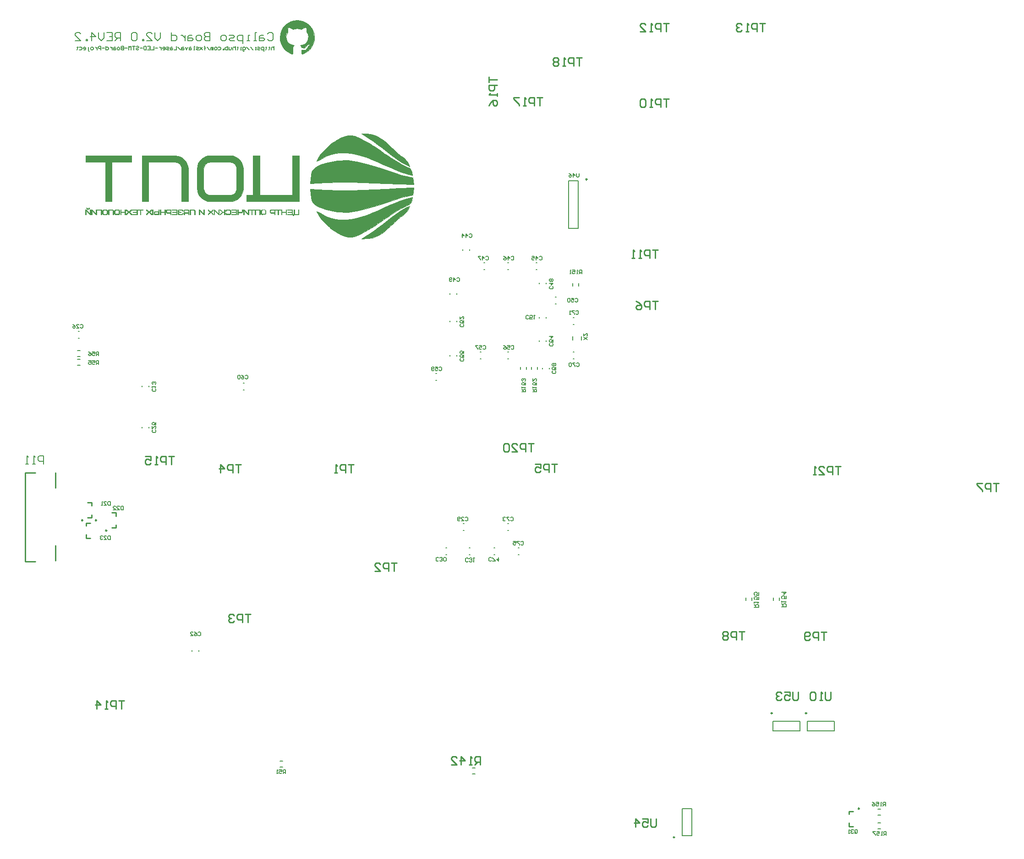
<source format=gbo>
G04 Layer_Color=32896*
%FSLAX24Y24*%
%MOIN*%
G70*
G01*
G75*
%ADD65C,0.0100*%
%ADD70C,0.0079*%
%ADD134C,0.0098*%
%ADD135C,0.0005*%
%ADD138C,0.0050*%
%ADD230C,0.0010*%
G36*
X6793Y41252D02*
X6738D01*
Y41418D01*
X6461D01*
Y41252D01*
X6406D01*
Y41640D01*
X6461D01*
Y41474D01*
X6738D01*
Y41640D01*
X6793D01*
Y41252D01*
D02*
G37*
G36*
X3914D02*
X3859D01*
Y41418D01*
X3582D01*
Y41252D01*
X3527D01*
Y41640D01*
X3582D01*
Y41474D01*
X3859D01*
Y41640D01*
X3914D01*
Y41252D01*
D02*
G37*
G36*
X11534Y41282D02*
X11534Y41282D01*
X11534Y41282D01*
X11534Y41282D01*
X11534Y41282D01*
X11534Y41282D01*
X11534Y41282D01*
X11534Y41282D01*
X11534Y41282D01*
X11534Y41283D01*
X11534Y41283D01*
D01*
X11534Y41283D01*
X11534Y41283D01*
X11534Y41282D01*
D02*
G37*
G36*
X11133Y41252D02*
X11078D01*
Y41418D01*
X10990D01*
X10824Y41252D01*
X10746D01*
X10940Y41446D01*
X10746Y41640D01*
X10824D01*
X10990Y41474D01*
X11078D01*
Y41640D01*
X11133D01*
Y41252D01*
D02*
G37*
G36*
X4346Y41557D02*
X4198Y41446D01*
X4346Y41334D01*
Y41252D01*
X4291D01*
Y41307D01*
X4152Y41411D01*
X4014Y41307D01*
Y41252D01*
X3959D01*
Y41334D01*
X4106Y41446D01*
X3959Y41557D01*
Y41640D01*
X4014D01*
Y41585D01*
X4152Y41480D01*
X4291Y41585D01*
Y41640D01*
X4346D01*
Y41557D01*
D02*
G37*
G36*
X15618Y41252D02*
X15562D01*
Y41418D01*
X15286D01*
Y41252D01*
X15230D01*
Y41640D01*
X15286D01*
Y41474D01*
X15562D01*
Y41640D01*
X15618D01*
Y41252D01*
D02*
G37*
G36*
X12428Y41457D02*
X12428Y41457D01*
D01*
X12428Y41457D01*
D02*
G37*
G36*
X2929Y41643D02*
X2929Y41643D01*
X2929Y41642D01*
X2929Y41642D01*
X2952Y41640D01*
X2952Y41640D01*
X2952Y41640D01*
X2952Y41640D01*
X2952Y41640D01*
X2952Y41640D01*
X2952Y41640D01*
X2973Y41633D01*
X2973Y41633D01*
X2973Y41633D01*
X2973Y41633D01*
X2973Y41633D01*
X2974Y41633D01*
X2974Y41633D01*
Y41633D01*
X2974Y41633D01*
X2974Y41633D01*
X2974Y41633D01*
X2974Y41633D01*
X2974Y41633D01*
X2992Y41622D01*
X2992Y41622D01*
X2992Y41622D01*
X2993Y41622D01*
X2993Y41622D01*
X2993Y41622D01*
X2993Y41622D01*
X3009Y41608D01*
X3009Y41608D01*
X3009Y41608D01*
X3009Y41608D01*
X3009Y41608D01*
X3009Y41608D01*
X3010Y41608D01*
X3010Y41608D01*
X3009Y41608D01*
X3010Y41608D01*
Y41608D01*
X3023Y41592D01*
X3023Y41592D01*
X3023Y41592D01*
X3023Y41592D01*
X3023Y41592D01*
X3023Y41592D01*
X3023Y41592D01*
X3023Y41592D01*
X3023Y41591D01*
X3023Y41591D01*
X3023Y41591D01*
X3023Y41591D01*
X3023Y41591D01*
X3023Y41591D01*
X3023Y41591D01*
X3023Y41591D01*
X3023Y41591D01*
X3023Y41591D01*
X3023Y41591D01*
X3023Y41591D01*
X3023Y41591D01*
X3023Y41591D01*
X3023Y41591D01*
X3023Y41591D01*
X3023Y41591D01*
X3033Y41573D01*
X3033Y41573D01*
X3033Y41573D01*
X3033Y41573D01*
X3033Y41572D01*
X3034Y41572D01*
X3034Y41572D01*
X3034Y41572D01*
X3034Y41572D01*
X3040Y41552D01*
Y41552D01*
Y41552D01*
X3040Y41552D01*
X3040Y41551D01*
X3040Y41551D01*
X3040Y41551D01*
X3040Y41551D01*
X3040Y41552D01*
Y41552D01*
X3040Y41552D01*
X3040Y41552D01*
X3040Y41552D01*
X3040Y41552D01*
X3040Y41552D01*
X3040Y41551D01*
X3040Y41551D01*
X3040Y41551D01*
X3040Y41551D01*
X3040Y41551D01*
X3040Y41551D01*
X3040Y41551D01*
X3040Y41551D01*
X3040Y41551D01*
X3042Y41529D01*
X3042Y41529D01*
X3042D01*
X3042Y41529D01*
X3042Y41529D01*
X3042Y41529D01*
X3042Y41529D01*
X3042Y41529D01*
X3042Y41529D01*
X3042Y41529D01*
Y41529D01*
Y41252D01*
Y41252D01*
X3042Y41251D01*
X3041Y41250D01*
X3040Y41250D01*
X2984D01*
X2983Y41250D01*
X2982Y41251D01*
X2982Y41252D01*
Y41252D01*
Y41529D01*
X2980Y41540D01*
X2977Y41550D01*
X2973Y41559D01*
X2966Y41566D01*
X2958Y41573D01*
X2949Y41578D01*
X2939Y41581D01*
X2929Y41582D01*
X2710D01*
Y41252D01*
Y41252D01*
X2710Y41251D01*
X2709Y41250D01*
X2708Y41250D01*
X2652D01*
X2651Y41250D01*
X2650Y41251D01*
X2649Y41252D01*
Y41252D01*
Y41640D01*
Y41640D01*
X2650Y41641D01*
X2651Y41642D01*
X2652Y41643D01*
X2929D01*
X2929Y41643D01*
D02*
G37*
G36*
X11534Y41282D02*
X11534Y41282D01*
X11534Y41282D01*
X11534Y41282D01*
D02*
G37*
G36*
X16050Y41252D02*
X15662D01*
Y41308D01*
X15994D01*
Y41418D01*
X15717D01*
Y41474D01*
X15994D01*
Y41585D01*
X15662D01*
Y41640D01*
X16050D01*
Y41252D01*
D02*
G37*
G36*
X15202Y41585D02*
X15036D01*
Y41252D01*
X14981D01*
Y41585D01*
X14815D01*
Y41640D01*
X15202D01*
Y41585D01*
D02*
G37*
G36*
X7817Y41637D02*
X7817D01*
X7818Y41637D01*
X7817Y41637D01*
D02*
G37*
G36*
X11455Y41643D02*
X11455Y41643D01*
X11455Y41642D01*
X11455Y41642D01*
X11455Y41642D01*
X11477Y41640D01*
X11477Y41640D01*
X11478Y41640D01*
X11478Y41640D01*
X11478Y41640D01*
X11478Y41640D01*
X11478Y41640D01*
X11499Y41633D01*
X11499Y41633D01*
X11499Y41633D01*
X11499Y41633D01*
X11499Y41633D01*
X11499Y41633D01*
X11499Y41633D01*
X11518Y41622D01*
Y41622D01*
X11518Y41622D01*
X11518Y41622D01*
X11518Y41622D01*
X11518Y41622D01*
X11518Y41622D01*
X11518Y41622D01*
X11518Y41622D01*
X11518Y41622D01*
X11535Y41608D01*
X11535Y41608D01*
X11535Y41608D01*
X11535Y41608D01*
X11535Y41608D01*
X11535Y41608D01*
X11535Y41608D01*
X11535Y41608D01*
X11535Y41608D01*
X11535Y41608D01*
X11535Y41608D01*
X11535Y41608D01*
X11535Y41608D01*
X11535Y41608D01*
Y41608D01*
X11549Y41592D01*
X11549Y41592D01*
X11549Y41592D01*
X11549Y41592D01*
X11549Y41592D01*
X11549Y41592D01*
X11549Y41592D01*
X11549Y41592D01*
X11549Y41591D01*
X11549Y41591D01*
X11549Y41591D01*
X11549Y41591D01*
X11559Y41573D01*
X11559Y41573D01*
X11559Y41573D01*
X11559Y41573D01*
X11559Y41573D01*
X11559Y41573D01*
X11559Y41573D01*
X11559Y41572D01*
X11559Y41572D01*
X11559Y41572D01*
X11559Y41572D01*
Y41572D01*
X11566Y41552D01*
Y41552D01*
X11566Y41552D01*
X11566Y41552D01*
X11566Y41552D01*
X11566Y41552D01*
X11566Y41551D01*
X11566Y41551D01*
X11566Y41551D01*
X11566Y41551D01*
X11566Y41551D01*
X11566Y41551D01*
X11566Y41551D01*
X11566Y41551D01*
X11568Y41529D01*
X11568Y41529D01*
X11568Y41529D01*
X11568Y41529D01*
X11568Y41529D01*
X11568D01*
X11568Y41529D01*
X11568Y41529D01*
X11568Y41529D01*
X11568Y41529D01*
X11568Y41529D01*
Y41529D01*
Y41363D01*
Y41363D01*
X11568Y41363D01*
X11568Y41363D01*
X11568Y41363D01*
X11568Y41363D01*
Y41363D01*
X11568Y41363D01*
X11568Y41363D01*
X11568Y41363D01*
X11568Y41363D01*
X11568Y41363D01*
X11568Y41363D01*
X11568Y41363D01*
X11566Y41340D01*
X11566Y41340D01*
X11566Y41340D01*
Y41340D01*
X11566Y41340D01*
X11566Y41340D01*
X11566Y41340D01*
X11566Y41340D01*
X11566Y41340D01*
X11566Y41340D01*
Y41340D01*
X11566Y41340D01*
X11566Y41340D01*
D01*
Y41340D01*
Y41340D01*
Y41340D01*
X11566Y41340D01*
X11566Y41340D01*
X11566Y41340D01*
X11565Y41340D01*
X11565Y41340D01*
X11565Y41340D01*
X11565D01*
X11559Y41319D01*
X11559Y41318D01*
X11559Y41318D01*
X11559Y41318D01*
X11559Y41318D01*
X11559Y41318D01*
Y41318D01*
X11559Y41318D01*
X11559Y41318D01*
X11559Y41318D01*
X11559Y41318D01*
D01*
X11559Y41318D01*
X11559Y41318D01*
X11559Y41318D01*
Y41318D01*
X11548Y41299D01*
X11548Y41299D01*
X11548Y41299D01*
X11548Y41299D01*
X11548Y41299D01*
X11548Y41299D01*
D01*
D01*
D01*
Y41299D01*
X11548Y41299D01*
X11548Y41299D01*
X11548Y41299D01*
X11548Y41299D01*
X11548Y41299D01*
X11548Y41299D01*
X11548Y41299D01*
X11548Y41299D01*
X11548Y41299D01*
X11548Y41299D01*
X11548Y41299D01*
X11548Y41299D01*
X11548Y41299D01*
X11548Y41299D01*
X11548Y41299D01*
X11548Y41299D01*
X11548Y41299D01*
X11548Y41299D01*
X11534Y41283D01*
X11534Y41283D01*
X11534Y41283D01*
X11534Y41283D01*
X11534Y41283D01*
X11534Y41283D01*
X11534Y41283D01*
X11534Y41282D01*
X11534Y41282D01*
X11534Y41282D01*
X11534Y41282D01*
X11534Y41282D01*
X11517Y41269D01*
X11517Y41269D01*
X11517Y41269D01*
X11517Y41269D01*
X11517Y41269D01*
X11517Y41269D01*
X11517Y41269D01*
X11517Y41269D01*
X11517Y41269D01*
X11517Y41269D01*
X11517Y41269D01*
X11517Y41269D01*
X11517Y41269D01*
X11517D01*
X11498Y41259D01*
X11498Y41258D01*
X11498Y41258D01*
X11498Y41258D01*
X11498Y41258D01*
X11498Y41258D01*
X11498D01*
X11477Y41252D01*
X11477Y41252D01*
X11477Y41252D01*
X11477Y41252D01*
X11477Y41252D01*
X11477Y41252D01*
X11477D01*
X11455Y41250D01*
X11455Y41250D01*
X11455Y41250D01*
X11455Y41250D01*
X11455Y41250D01*
X11288D01*
X11288Y41250D01*
X11288Y41250D01*
X11288Y41250D01*
X11288Y41250D01*
X11266Y41252D01*
X11266Y41252D01*
X11265Y41252D01*
X11265Y41252D01*
X11265Y41252D01*
X11265Y41252D01*
X11244Y41259D01*
X11244Y41259D01*
X11244Y41259D01*
X11244Y41259D01*
X11244Y41259D01*
X11244Y41259D01*
X11225Y41270D01*
X11225Y41270D01*
X11225Y41270D01*
X11225Y41270D01*
X11224Y41270D01*
X11224Y41270D01*
X11208Y41284D01*
X11208Y41284D01*
X11208Y41284D01*
X11208Y41284D01*
X11208Y41284D01*
X11208Y41284D01*
X11194Y41301D01*
X11194Y41301D01*
X11194Y41301D01*
X11194Y41301D01*
X11194Y41301D01*
X11194Y41301D01*
X11194Y41301D01*
X11194Y41301D01*
X11184Y41320D01*
X11184Y41320D01*
X11184Y41320D01*
X11184Y41320D01*
X11184Y41320D01*
X11184Y41320D01*
D01*
X11184Y41320D01*
X11184Y41320D01*
X11184Y41320D01*
Y41320D01*
X11177Y41341D01*
X11177Y41341D01*
X11177Y41341D01*
X11177Y41341D01*
X11177Y41341D01*
X11177Y41341D01*
X11177Y41341D01*
X11177Y41341D01*
X11177Y41341D01*
X11177Y41341D01*
X11177Y41341D01*
X11177Y41341D01*
X11177Y41341D01*
X11177Y41341D01*
X11177Y41341D01*
X11175Y41363D01*
X11175Y41363D01*
X11175Y41363D01*
X11175Y41364D01*
X11176Y41365D01*
X11177Y41366D01*
X11234D01*
X11234Y41365D01*
X11235Y41365D01*
X11236Y41364D01*
X11236Y41363D01*
Y41363D01*
X11236Y41363D01*
X11236Y41363D01*
X11236Y41363D01*
X11236Y41363D01*
X11236Y41363D01*
X11237Y41352D01*
X11240Y41343D01*
X11245Y41334D01*
X11251Y41326D01*
X11259Y41319D01*
X11268Y41315D01*
X11278Y41311D01*
X11289Y41310D01*
X11454D01*
X11465Y41311D01*
X11475Y41315D01*
X11484Y41319D01*
X11492Y41326D01*
X11498Y41334D01*
X11503Y41343D01*
X11506Y41352D01*
X11507Y41363D01*
Y41363D01*
X11507Y41363D01*
X11507Y41363D01*
Y41529D01*
X11506Y41540D01*
X11503Y41550D01*
X11498Y41559D01*
X11492Y41566D01*
X11484Y41573D01*
X11475Y41578D01*
X11465Y41581D01*
X11454Y41582D01*
X11455D01*
X11454Y41582D01*
X11454Y41582D01*
X11289D01*
X11278Y41581D01*
X11268Y41578D01*
X11259Y41573D01*
X11251Y41566D01*
X11245Y41559D01*
X11240Y41550D01*
X11237Y41540D01*
X11236Y41529D01*
X11236Y41529D01*
X11236Y41529D01*
X11236Y41528D01*
X11235Y41528D01*
X11234Y41527D01*
X11234Y41526D01*
X11177D01*
X11176Y41527D01*
X11175Y41528D01*
X11175Y41529D01*
X11175Y41529D01*
X11175D01*
X11175Y41530D01*
X11178Y41552D01*
X11178Y41552D01*
X11178Y41552D01*
X11178Y41552D01*
X11178Y41552D01*
X11178Y41552D01*
X11178Y41552D01*
X11178Y41552D01*
X11178Y41552D01*
X11178Y41552D01*
X11178Y41552D01*
X11178Y41552D01*
X11178Y41552D01*
X11178Y41552D01*
Y41552D01*
X11185Y41573D01*
X11185Y41573D01*
X11185Y41573D01*
X11185Y41573D01*
X11185Y41574D01*
X11185Y41574D01*
Y41574D01*
X11196Y41592D01*
X11196Y41593D01*
X11196Y41593D01*
X11196Y41593D01*
X11196Y41593D01*
X11196Y41593D01*
X11196D01*
X11196Y41593D01*
X11209Y41609D01*
X11209Y41609D01*
X11209Y41609D01*
X11210Y41609D01*
X11210Y41609D01*
X11210Y41610D01*
X11210Y41610D01*
X11210Y41610D01*
X11210Y41610D01*
X11210Y41610D01*
X11210Y41610D01*
X11210Y41610D01*
X11210Y41610D01*
X11226Y41623D01*
X11226Y41623D01*
X11226Y41623D01*
X11226Y41623D01*
X11226Y41623D01*
X11226Y41623D01*
X11226Y41623D01*
X11226Y41623D01*
X11226Y41623D01*
X11226Y41623D01*
X11226Y41623D01*
X11226Y41623D01*
X11227Y41623D01*
Y41623D01*
X11245Y41634D01*
X11245Y41634D01*
X11245Y41634D01*
X11245Y41634D01*
X11246Y41634D01*
X11246Y41634D01*
Y41634D01*
X11266Y41640D01*
X11266Y41640D01*
X11266Y41640D01*
X11266Y41640D01*
X11266Y41640D01*
X11266Y41640D01*
X11266D01*
X11266Y41640D01*
X11288Y41642D01*
X11288Y41643D01*
X11288Y41643D01*
X11288Y41643D01*
X11288Y41643D01*
X11288Y41643D01*
X11288Y41643D01*
X11455D01*
X11455Y41643D01*
D02*
G37*
G36*
X8858D02*
X8858Y41643D01*
X8858Y41642D01*
X8858Y41642D01*
X8881Y41640D01*
X8881Y41640D01*
X8881Y41640D01*
X8881Y41640D01*
X8881Y41640D01*
X8881Y41640D01*
X8881Y41640D01*
X8902Y41633D01*
X8902Y41633D01*
X8902Y41633D01*
X8903Y41633D01*
X8903Y41633D01*
X8903Y41633D01*
X8903Y41633D01*
X8903Y41633D01*
X8903Y41633D01*
X8903Y41633D01*
X8903D01*
X8922Y41622D01*
X8922Y41622D01*
X8922Y41622D01*
X8922Y41622D01*
X8922Y41622D01*
X8922Y41622D01*
X8922Y41622D01*
X8938Y41608D01*
X8938Y41608D01*
X8938Y41608D01*
X8939Y41608D01*
X8939Y41608D01*
X8939Y41608D01*
X8939Y41608D01*
D01*
X8939Y41608D01*
X8939Y41608D01*
X8939D01*
X8939Y41608D01*
X8939Y41608D01*
X8939Y41608D01*
X8939Y41608D01*
X8939Y41608D01*
X8952Y41592D01*
X8952D01*
X8952Y41592D01*
X8952Y41592D01*
X8952Y41592D01*
X8952Y41592D01*
X8952Y41592D01*
X8952Y41592D01*
X8952Y41592D01*
X8952Y41591D01*
X8952Y41591D01*
X8952Y41591D01*
X8952Y41591D01*
X8952Y41591D01*
X8952Y41591D01*
X8952Y41591D01*
X8952Y41591D01*
X8952Y41591D01*
X8963Y41573D01*
X8963Y41573D01*
X8963Y41573D01*
X8963Y41573D01*
X8963Y41573D01*
X8963Y41572D01*
X8963Y41572D01*
X8963Y41572D01*
X8963Y41572D01*
X8963Y41572D01*
X8969Y41552D01*
Y41552D01*
X8969Y41552D01*
X8969Y41552D01*
X8969Y41552D01*
X8969Y41552D01*
X8969Y41552D01*
X8969Y41552D01*
X8969Y41552D01*
X8969Y41552D01*
X8969Y41551D01*
X8969Y41551D01*
X8969Y41551D01*
X8971Y41529D01*
X8971Y41529D01*
X8971Y41529D01*
X8971Y41529D01*
X8971Y41529D01*
X8971Y41529D01*
Y41529D01*
Y41252D01*
Y41252D01*
X8971Y41251D01*
X8970Y41250D01*
X8969Y41250D01*
X8913D01*
X8912Y41250D01*
X8911Y41251D01*
X8911Y41252D01*
Y41252D01*
Y41529D01*
D01*
X8911Y41529D01*
X8911Y41529D01*
Y41529D01*
X8910Y41540D01*
X8907Y41550D01*
X8902Y41559D01*
X8895Y41566D01*
X8887Y41573D01*
X8879Y41578D01*
X8869Y41581D01*
X8858Y41582D01*
X8639D01*
Y41252D01*
Y41252D01*
X8639Y41251D01*
X8638Y41250D01*
X8637Y41250D01*
X8581D01*
X8580Y41250D01*
X8579Y41251D01*
X8579Y41252D01*
Y41252D01*
Y41640D01*
Y41640D01*
X8579Y41641D01*
X8580Y41642D01*
X8581Y41643D01*
X8858D01*
X8858Y41643D01*
D02*
G37*
G36*
X2974Y41633D02*
X2974Y41633D01*
D01*
X2974Y41633D01*
D02*
G37*
G36*
X16526Y41252D02*
X16138D01*
Y41197D01*
X16083D01*
Y41308D01*
X16138D01*
Y41640D01*
X16193D01*
Y41308D01*
X16470D01*
Y41640D01*
X16526D01*
Y41252D01*
D02*
G37*
G36*
X11559Y41573D02*
X11559Y41573D01*
X11559Y41573D01*
X11559Y41573D01*
D02*
G37*
G36*
X8016Y41577D02*
X8016Y41577D01*
X8016Y41577D01*
X8016Y41577D01*
D02*
G37*
G36*
X12872Y41252D02*
X12816D01*
X12540Y41565D01*
Y41252D01*
X12484D01*
Y41640D01*
X12540D01*
X12816Y41333D01*
Y41640D01*
X12872D01*
Y41252D01*
D02*
G37*
G36*
X11559Y41573D02*
X11559Y41573D01*
X11559Y41572D01*
X11559Y41572D01*
X11559Y41572D01*
Y41572D01*
X11559Y41572D01*
X11559Y41572D01*
X11559Y41572D01*
X11559Y41572D01*
X11559Y41572D01*
X11559Y41573D01*
X11559Y41573D01*
D02*
G37*
G36*
X11236Y41363D02*
X11236Y41363D01*
X11236Y41363D01*
X11236Y41363D01*
D02*
G37*
G36*
X11236Y41363D02*
Y41363D01*
Y41363D01*
Y41363D01*
D02*
G37*
G36*
X7776Y41570D02*
X7776Y41570D01*
X7777Y41570D01*
X7777Y41570D01*
X7777Y41570D01*
X7776Y41570D01*
D02*
G37*
G36*
X10718Y41252D02*
X10663D01*
X10386Y41565D01*
Y41252D01*
X10331D01*
Y41640D01*
X10386D01*
X10663Y41333D01*
Y41640D01*
X10718D01*
Y41252D01*
D02*
G37*
G36*
X12436Y41642D02*
X12437Y41641D01*
X12437Y41640D01*
Y41640D01*
Y41502D01*
Y41502D01*
X12437Y41502D01*
X12437Y41502D01*
X12437Y41502D01*
X12437Y41502D01*
X12437Y41502D01*
X12437Y41502D01*
X12435Y41479D01*
X12435Y41479D01*
Y41479D01*
X12435Y41479D01*
X12435Y41479D01*
X12435Y41479D01*
X12435Y41479D01*
X12435Y41479D01*
X12428Y41458D01*
X12428D01*
X12428Y41457D01*
X12428Y41457D01*
X12428Y41457D01*
X12428Y41457D01*
X12428Y41457D01*
X12428D01*
X12428Y41457D01*
X12428Y41457D01*
X12428Y41457D01*
X12428Y41457D01*
X12428Y41457D01*
X12417Y41438D01*
X12417Y41438D01*
Y41438D01*
X12417Y41438D01*
X12417Y41438D01*
X12417Y41438D01*
X12417Y41438D01*
X12417Y41438D01*
X12417Y41438D01*
X12417Y41438D01*
X12417Y41438D01*
X12417Y41438D01*
X12417Y41438D01*
X12403Y41422D01*
X12403Y41421D01*
Y41421D01*
X12403Y41421D01*
X12403Y41421D01*
X12403Y41421D01*
X12403Y41421D01*
X12403Y41421D01*
X12403Y41421D01*
X12403Y41421D01*
X12403Y41421D01*
X12403Y41421D01*
X12403Y41421D01*
X12386Y41408D01*
X12386Y41408D01*
Y41408D01*
X12386Y41408D01*
X12386Y41408D01*
X12386Y41408D01*
X12386Y41408D01*
X12386Y41407D01*
X12367Y41397D01*
X12367D01*
X12367Y41397D01*
X12367Y41397D01*
X12367Y41397D01*
X12367Y41397D01*
X12367Y41397D01*
X12346Y41391D01*
X12346D01*
X12346Y41391D01*
X12346Y41391D01*
X12346Y41391D01*
X12346Y41391D01*
X12346Y41391D01*
X12324Y41389D01*
X12324D01*
X12324Y41389D01*
X12324Y41389D01*
X12324Y41389D01*
X12324Y41389D01*
X12105D01*
Y41252D01*
Y41252D01*
X12105Y41251D01*
X12104Y41250D01*
X12103Y41250D01*
X12046D01*
X12045Y41250D01*
X12045Y41251D01*
X12044Y41252D01*
Y41252D01*
Y41640D01*
Y41640D01*
X12045Y41641D01*
X12045Y41642D01*
X12046Y41643D01*
X12103D01*
X12104Y41642D01*
X12105Y41641D01*
X12105Y41640D01*
Y41640D01*
Y41449D01*
X12324D01*
X12334Y41450D01*
X12344Y41453D01*
X12353Y41458D01*
X12361Y41465D01*
X12367Y41473D01*
X12372Y41482D01*
X12375Y41491D01*
X12376Y41502D01*
Y41640D01*
Y41640D01*
X12377Y41641D01*
X12378Y41642D01*
X12379Y41643D01*
X12435D01*
X12436Y41642D01*
D02*
G37*
G36*
X10286Y41557D02*
X10139Y41446D01*
X10286Y41334D01*
Y41252D01*
X10231D01*
Y41307D01*
X10093Y41411D01*
X9954Y41307D01*
Y41252D01*
X9899D01*
Y41334D01*
X10047Y41446D01*
X9899Y41557D01*
Y41640D01*
X9954D01*
Y41585D01*
X10093Y41480D01*
X10231Y41585D01*
Y41640D01*
X10286D01*
Y41557D01*
D02*
G37*
G36*
X5808D02*
X5660Y41446D01*
X5808Y41334D01*
Y41252D01*
X5752D01*
Y41307D01*
X5614Y41411D01*
X5475Y41307D01*
Y41252D01*
X5420D01*
Y41334D01*
X5568Y41446D01*
X5420Y41557D01*
Y41640D01*
X5475D01*
Y41585D01*
X5614Y41480D01*
X5752Y41585D01*
Y41640D01*
X5808D01*
Y41557D01*
D02*
G37*
G36*
X8005Y41635D02*
X8026Y41628D01*
X8044Y41618D01*
X8060Y41605D01*
X8073Y41588D01*
X8083Y41570D01*
X8089Y41550D01*
X8091Y41532D01*
X8041D01*
X8040Y41540D01*
X8040Y41541D01*
X8040Y41541D01*
X8040Y41541D01*
X8037Y41551D01*
X8037Y41552D01*
X8037Y41552D01*
X8037Y41552D01*
X8037Y41552D01*
X8037Y41552D01*
Y41552D01*
X8032Y41561D01*
X8032Y41561D01*
X8032Y41561D01*
X8032Y41561D01*
Y41561D01*
X8032Y41561D01*
X8031Y41562D01*
X8031Y41562D01*
X8025Y41570D01*
X8024Y41570D01*
X8024Y41570D01*
X8024D01*
X8016Y41577D01*
X8016Y41577D01*
X8016Y41577D01*
X8016Y41577D01*
X8016Y41577D01*
X8016Y41577D01*
X8016Y41577D01*
X8016Y41577D01*
X8016Y41577D01*
X8016Y41577D01*
X8016Y41577D01*
X8016Y41577D01*
X8016Y41577D01*
X8016Y41577D01*
X8015Y41577D01*
Y41577D01*
X8006Y41582D01*
X8006Y41582D01*
X8006Y41583D01*
X8006Y41583D01*
X7995Y41586D01*
X7995Y41586D01*
X7995Y41586D01*
X7995Y41586D01*
X7995Y41586D01*
X7995Y41586D01*
X7995Y41586D01*
X7995Y41586D01*
D01*
X7995D01*
X7995Y41586D01*
X7995Y41586D01*
X7995Y41586D01*
X7995D01*
X7995Y41586D01*
X7984Y41587D01*
X7984Y41587D01*
X7983Y41587D01*
X7817D01*
X7817Y41587D01*
X7817Y41587D01*
X7806Y41586D01*
Y41586D01*
X7806Y41586D01*
X7806Y41586D01*
X7806Y41586D01*
X7806D01*
X7806D01*
X7805Y41586D01*
Y41586D01*
X7795Y41583D01*
X7795Y41582D01*
X7795Y41582D01*
X7795Y41582D01*
X7795Y41582D01*
X7795D01*
X7795Y41582D01*
X7795Y41582D01*
X7794Y41582D01*
X7785Y41577D01*
X7785Y41577D01*
X7785Y41577D01*
X7785Y41577D01*
X7785Y41577D01*
X7785Y41577D01*
X7785Y41577D01*
X7785Y41577D01*
X7785Y41577D01*
X7785Y41577D01*
X7785Y41577D01*
X7785Y41577D01*
X7785Y41577D01*
X7777Y41570D01*
X7777Y41570D01*
X7777Y41570D01*
X7777Y41570D01*
X7776Y41570D01*
X7776Y41570D01*
X7776Y41570D01*
X7776Y41570D01*
X7776Y41570D01*
X7776Y41570D01*
X7769Y41562D01*
X7769Y41562D01*
X7769Y41562D01*
X7769Y41562D01*
X7769Y41561D01*
X7769Y41561D01*
X7769Y41561D01*
X7769Y41561D01*
X7764Y41552D01*
X7764Y41552D01*
X7764Y41551D01*
Y41551D01*
X7761Y41541D01*
X7760Y41541D01*
X7760Y41541D01*
D01*
Y41541D01*
X7760Y41541D01*
X7760D01*
X7760Y41540D01*
Y41540D01*
X7759Y41529D01*
X7759Y41529D01*
X7759Y41529D01*
Y41529D01*
Y41529D01*
Y41529D01*
Y41529D01*
X7759Y41529D01*
X7759Y41529D01*
X7759Y41529D01*
X7759Y41529D01*
X7759Y41529D01*
X7759Y41529D01*
X7759Y41529D01*
X7760Y41518D01*
X7760Y41518D01*
X7760D01*
X7760Y41518D01*
X7761Y41517D01*
X7764Y41507D01*
X7764Y41506D01*
X7764Y41506D01*
X7769Y41497D01*
X7769Y41497D01*
X7769Y41497D01*
X7769Y41497D01*
X7769Y41497D01*
X7769Y41497D01*
X7769Y41497D01*
X7769Y41497D01*
X7769Y41497D01*
X7776Y41488D01*
X7776Y41488D01*
X7785Y41481D01*
X7785Y41481D01*
X7785Y41481D01*
X7785Y41481D01*
X7794Y41476D01*
X7795Y41476D01*
X7795Y41476D01*
X7795Y41476D01*
X7795Y41476D01*
X7795D01*
X7795Y41476D01*
X7795Y41476D01*
X7795Y41476D01*
X7805Y41472D01*
X7806Y41472D01*
X7806Y41472D01*
D01*
X7806Y41472D01*
X7817Y41471D01*
X7817Y41471D01*
X7817Y41471D01*
X7925D01*
Y41421D01*
X7817D01*
X7817Y41421D01*
X7817Y41421D01*
X7806Y41420D01*
Y41420D01*
X7806Y41420D01*
X7806Y41420D01*
X7806Y41420D01*
X7806D01*
X7806D01*
X7805Y41420D01*
Y41420D01*
X7795Y41417D01*
X7795Y41416D01*
X7795Y41416D01*
X7795Y41416D01*
X7795Y41416D01*
X7795D01*
X7795Y41416D01*
X7795Y41416D01*
X7794Y41416D01*
X7785Y41411D01*
X7785Y41411D01*
X7785Y41411D01*
X7785Y41411D01*
X7785Y41411D01*
X7785Y41411D01*
X7785Y41411D01*
X7785Y41411D01*
X7785Y41411D01*
X7785Y41411D01*
X7785Y41411D01*
X7785Y41411D01*
X7785Y41411D01*
Y41411D01*
X7776Y41404D01*
X7776Y41404D01*
Y41404D01*
X7769Y41396D01*
X7769Y41395D01*
X7769Y41395D01*
D01*
X7769Y41395D01*
X7764Y41386D01*
X7764Y41386D01*
X7764Y41386D01*
X7764Y41386D01*
X7764Y41386D01*
X7764Y41386D01*
X7764Y41386D01*
X7764Y41385D01*
Y41385D01*
X7761Y41375D01*
X7760Y41374D01*
X7760Y41374D01*
X7760Y41374D01*
X7760Y41374D01*
X7760D01*
Y41374D01*
X7760Y41374D01*
X7760Y41374D01*
D01*
X7760Y41374D01*
Y41374D01*
X7759Y41363D01*
X7759Y41363D01*
X7759Y41363D01*
X7759Y41363D01*
Y41363D01*
X7759Y41363D01*
X7759Y41363D01*
Y41363D01*
X7759Y41363D01*
X7759Y41363D01*
X7759Y41363D01*
X7759Y41363D01*
X7759Y41363D01*
X7759Y41363D01*
X7759Y41363D01*
X7759D01*
X7759Y41363D01*
X7759Y41363D01*
X7759Y41363D01*
X7759Y41363D01*
X7760Y41352D01*
X7760Y41352D01*
X7760D01*
X7760Y41352D01*
X7761Y41351D01*
X7764Y41341D01*
X7764Y41340D01*
X7764Y41340D01*
X7764Y41340D01*
X7764Y41340D01*
X7764D01*
X7769Y41331D01*
X7769Y41331D01*
X7769Y41330D01*
Y41330D01*
X7776Y41322D01*
X7776Y41322D01*
X7785Y41315D01*
X7785Y41315D01*
X7785Y41315D01*
X7785Y41315D01*
X7794Y41310D01*
X7795Y41310D01*
X7795Y41310D01*
X7795Y41310D01*
X7795Y41310D01*
X7795D01*
X7795Y41310D01*
X7795Y41310D01*
X7795Y41310D01*
X7805Y41306D01*
X7806Y41306D01*
X7806Y41306D01*
D01*
X7806Y41306D01*
X7817Y41305D01*
X7817Y41305D01*
X7817Y41305D01*
X7983D01*
X7984Y41305D01*
Y41305D01*
X7984Y41305D01*
X7995Y41306D01*
X7995Y41306D01*
X7995Y41306D01*
X7995Y41306D01*
X7995Y41306D01*
X7995Y41306D01*
X7995Y41306D01*
X7995Y41306D01*
X7995Y41306D01*
X7995D01*
X8006Y41310D01*
X8006Y41310D01*
Y41310D01*
X8006Y41310D01*
X8015Y41315D01*
X8016Y41315D01*
X8016Y41315D01*
Y41315D01*
X8016Y41315D01*
X8024Y41322D01*
X8024Y41322D01*
X8024Y41322D01*
X8024Y41322D01*
X8024Y41322D01*
X8025Y41322D01*
X8025D01*
X8031Y41330D01*
X8032Y41331D01*
Y41331D01*
X8032Y41331D01*
X8037Y41340D01*
X8037Y41340D01*
X8037Y41341D01*
X8037D01*
X8040Y41351D01*
X8040Y41352D01*
Y41352D01*
X8040Y41352D01*
X8041Y41360D01*
X8091D01*
X8089Y41341D01*
X8082Y41320D01*
X8072Y41302D01*
X8059Y41286D01*
X8043Y41273D01*
X8025Y41263D01*
X8005Y41257D01*
X7983Y41255D01*
X7983D01*
X7983Y41255D01*
X7983Y41255D01*
X7817D01*
X7795Y41257D01*
X7775Y41264D01*
X7757Y41274D01*
X7741Y41288D01*
X7727Y41304D01*
X7718Y41322D01*
X7711Y41342D01*
X7709Y41363D01*
X7710Y41375D01*
X7712Y41386D01*
X7714Y41397D01*
X7718Y41408D01*
X7724Y41417D01*
X7730Y41427D01*
X7737Y41436D01*
X7746Y41444D01*
X7746Y41444D01*
X7747Y41446D01*
X7746Y41448D01*
X7746Y41448D01*
X7746Y41448D01*
X7746Y41448D01*
X7746Y41448D01*
X7746Y41448D01*
X7737Y41456D01*
X7730Y41465D01*
X7724Y41475D01*
X7718Y41485D01*
X7714Y41495D01*
X7712Y41506D01*
X7710Y41517D01*
X7709Y41529D01*
X7712Y41551D01*
X7718Y41571D01*
X7728Y41590D01*
X7742Y41606D01*
X7758Y41619D01*
X7776Y41629D01*
X7796Y41635D01*
X7817Y41637D01*
X7983D01*
X8005Y41635D01*
D02*
G37*
G36*
X9633Y41252D02*
X9578D01*
X9301Y41565D01*
Y41252D01*
X9246D01*
Y41640D01*
X9301D01*
X9578Y41333D01*
Y41640D01*
X9633D01*
Y41252D01*
D02*
G37*
G36*
X1805D02*
X1750D01*
X1473Y41565D01*
Y41252D01*
X1417D01*
Y41640D01*
X1473D01*
X1750Y41333D01*
Y41640D01*
X1805D01*
Y41252D01*
D02*
G37*
G36*
X1362D02*
X1307D01*
X1030Y41565D01*
Y41252D01*
X975D01*
Y41640D01*
X1030D01*
X1307Y41333D01*
Y41640D01*
X1362D01*
Y41252D01*
D02*
G37*
G36*
X24734Y42288D02*
X24683Y42140D01*
X24608Y42047D01*
X24488Y41973D01*
X24304Y41887D01*
X24034Y41755D01*
X23660Y41544D01*
X23161Y41220D01*
X22943Y41069D01*
X22725Y40916D01*
X22506Y40763D01*
X22285Y40612D01*
X22063Y40463D01*
X21838Y40319D01*
X21610Y40180D01*
X21380Y40048D01*
X21084Y39889D01*
X20821Y39763D01*
X20577Y39675D01*
X20342Y39630D01*
X20105Y39632D01*
X19854Y39687D01*
X19579Y39800D01*
X19267Y39975D01*
X19138Y40057D01*
X19023Y40132D01*
X18920Y40204D01*
X18825Y40275D01*
X18734Y40349D01*
X18644Y40428D01*
X18551Y40515D01*
X18453Y40613D01*
X18368Y40701D01*
X18277Y40796D01*
X18184Y40899D01*
X18092Y41010D01*
X18006Y41126D01*
X17929Y41247D01*
X17865Y41373D01*
X17818Y41502D01*
X17999Y41415D01*
X18166Y41323D01*
X18330Y41231D01*
X18502Y41141D01*
X18694Y41059D01*
X18916Y40988D01*
X19179Y40932D01*
X19496Y40895D01*
X19758Y40886D01*
X20017Y40897D01*
X20271Y40925D01*
X20520Y40968D01*
X20764Y41024D01*
X21003Y41089D01*
X21235Y41161D01*
X21462Y41238D01*
X21858Y41390D01*
X22267Y41566D01*
X22685Y41755D01*
X23108Y41946D01*
X23533Y42129D01*
X23956Y42293D01*
X24374Y42428D01*
X24781Y42523D01*
X24734Y42288D01*
D02*
G37*
G36*
X17312Y53665D02*
X17312Y53665D01*
X17312Y53665D01*
X17312Y53665D01*
D02*
G37*
G36*
X2165Y41252D02*
X2110D01*
Y41585D01*
X1833D01*
Y41640D01*
X2165D01*
Y41252D01*
D02*
G37*
G36*
X17312Y53665D02*
X17312Y53665D01*
X17312Y53665D01*
X17312Y53665D01*
X17312Y53665D01*
X17312Y53665D01*
X17312Y53665D01*
X17312Y53665D01*
X17312Y53665D01*
D02*
G37*
G36*
X11992Y41252D02*
X11604D01*
Y41308D01*
X11936D01*
Y41418D01*
X11659D01*
Y41474D01*
X11936D01*
Y41585D01*
X11604D01*
Y41640D01*
X11992D01*
Y41252D01*
D02*
G37*
G36*
X8438Y41638D02*
X8459Y41631D01*
X8477Y41620D01*
X8494Y41607D01*
X8507Y41590D01*
X8517Y41571D01*
X8524Y41551D01*
X8526Y41529D01*
Y41252D01*
X8471D01*
Y41363D01*
X8194D01*
Y41252D01*
X8138D01*
Y41529D01*
X8141Y41552D01*
X8148Y41572D01*
X8159Y41591D01*
X8172Y41608D01*
X8188Y41621D01*
X8207Y41631D01*
X8227Y41638D01*
X8249Y41640D01*
X8415D01*
X8438Y41638D01*
D02*
G37*
G36*
X7657Y41252D02*
X7269D01*
Y41308D01*
X7601D01*
Y41418D01*
X7325D01*
Y41474D01*
X7601D01*
Y41585D01*
X7269D01*
Y41640D01*
X7657D01*
Y41252D01*
D02*
G37*
G36*
X2514Y41638D02*
X2535Y41631D01*
X2553Y41621D01*
X2570Y41607D01*
X2583Y41591D01*
X2593Y41572D01*
X2600Y41551D01*
X2602Y41529D01*
Y41363D01*
X2600Y41341D01*
X2594Y41320D01*
X2583Y41301D01*
X2570Y41285D01*
X2554Y41271D01*
X2535Y41261D01*
X2514Y41255D01*
X2492Y41252D01*
X2325D01*
X2303Y41255D01*
X2282Y41261D01*
X2264Y41271D01*
X2247Y41285D01*
X2234Y41301D01*
X2223Y41320D01*
X2217Y41341D01*
X2215Y41363D01*
Y41529D01*
X2217Y41551D01*
X2224Y41572D01*
X2234Y41591D01*
X2248Y41607D01*
X2265Y41621D01*
X2283Y41631D01*
X2304Y41638D01*
X2325Y41640D01*
X2492D01*
X2514Y41638D01*
D02*
G37*
G36*
X16648Y55392D02*
X16883Y55319D01*
X17097Y55203D01*
X17282Y55050D01*
X17436Y54864D01*
X17552Y54651D01*
X17625Y54415D01*
X17650Y54162D01*
X17634Y53958D01*
X17586Y53765D01*
X17510Y53585D01*
X17408Y53420D01*
X17283Y53274D01*
X17136Y53149D01*
X16972Y53047D01*
X16792Y52971D01*
X16753Y52971D01*
X16728Y52984D01*
X16714Y53004D01*
X16709Y53029D01*
X16709Y53063D01*
Y53063D01*
X16710Y53117D01*
X16710Y53117D01*
X16710Y53186D01*
X16710D01*
Y53186D01*
X16711Y53260D01*
X16827Y53245D01*
X16827Y53245D01*
X16922Y53251D01*
X16922D01*
X16923Y53251D01*
X16997Y53274D01*
X16997D01*
X16998Y53274D01*
X16998Y53274D01*
X16998Y53274D01*
X16998Y53274D01*
X16998Y53274D01*
X16998Y53274D01*
X16998Y53274D01*
X16998Y53274D01*
X16998Y53274D01*
X16998Y53274D01*
X16998Y53274D01*
Y53274D01*
X17053Y53306D01*
Y53306D01*
X17053Y53306D01*
X17053Y53306D01*
X17053Y53307D01*
X17092Y53342D01*
X17092D01*
X17092Y53343D01*
X17092Y53343D01*
X17092Y53343D01*
X17092Y53343D01*
X17117Y53376D01*
X17117D01*
X17117Y53376D01*
X17117Y53376D01*
X17131Y53401D01*
X17131D01*
X17131Y53401D01*
X17131Y53401D01*
Y53401D01*
X17131Y53401D01*
X17135Y53410D01*
X17180Y53500D01*
X17225Y53556D01*
X17260Y53585D01*
X17273Y53593D01*
X17273D01*
X17273Y53593D01*
X17273Y53593D01*
X17273Y53593D01*
X17306Y53619D01*
X17306D01*
X17306Y53619D01*
X17306Y53619D01*
X17306Y53619D01*
Y53619D01*
X17306Y53619D01*
X17306Y53619D01*
X17306Y53619D01*
X17306Y53619D01*
X17321Y53639D01*
X17321D01*
X17321Y53640D01*
X17322Y53654D01*
X17322D01*
X17321Y53656D01*
X17321Y53656D01*
X17321Y53656D01*
X17321Y53656D01*
X17321Y53656D01*
X17321Y53656D01*
X17312Y53665D01*
X17312Y53665D01*
X17312Y53665D01*
X17312Y53665D01*
X17312Y53665D01*
X17312Y53665D01*
X17312Y53665D01*
X17312Y53665D01*
X17312Y53665D01*
X17312Y53665D01*
X17312Y53665D01*
X17312Y53665D01*
X17311Y53665D01*
X17311Y53665D01*
X17312Y53665D01*
X17311Y53665D01*
X17311Y53665D01*
X17311Y53665D01*
X17311Y53665D01*
X17311Y53665D01*
X17311Y53665D01*
X17311Y53665D01*
X17311Y53665D01*
X17311Y53665D01*
X17311Y53665D01*
X17311Y53665D01*
X17311Y53665D01*
X17311Y53665D01*
X17311Y53665D01*
X17297Y53671D01*
X17297Y53671D01*
X17297Y53671D01*
X17281Y53674D01*
Y53674D01*
X17281Y53674D01*
X17281Y53674D01*
X17281Y53674D01*
X17281Y53674D01*
X17281Y53674D01*
X17281Y53674D01*
X17269Y53674D01*
X17269Y53674D01*
X17268Y53674D01*
X17268Y53674D01*
X17268Y53674D01*
X17268Y53674D01*
D01*
X17268Y53674D01*
X17263Y53674D01*
X17263Y53674D01*
X17262Y53674D01*
X17262Y53674D01*
X17262D01*
X17262Y53674D01*
X17179Y53650D01*
X17179D01*
X17179Y53650D01*
X17179Y53650D01*
X17179Y53650D01*
X17179D01*
X17179Y53650D01*
X17178Y53650D01*
X17118Y53606D01*
Y53606D01*
X17117Y53605D01*
X17081Y53563D01*
Y53563D01*
X17081Y53563D01*
X17068Y53544D01*
X16974Y53442D01*
X16872Y53408D01*
X16777Y53416D01*
X16706Y53440D01*
X16676Y53541D01*
X16676Y53541D01*
X16676Y53541D01*
X16676Y53542D01*
X16629Y53604D01*
X16730Y53619D01*
X16730Y53619D01*
Y53619D01*
X16730Y53619D01*
X16730Y53619D01*
X16730Y53619D01*
X16833Y53646D01*
Y53646D01*
X16833Y53646D01*
X16833Y53646D01*
X16833D01*
X16833Y53646D01*
X16930Y53687D01*
X16930D01*
X16930Y53687D01*
X17017Y53746D01*
Y53746D01*
X17018Y53746D01*
X17018Y53746D01*
X17018Y53746D01*
Y53746D01*
X17018Y53746D01*
X17018Y53746D01*
D01*
X17018Y53746D01*
X17092Y53826D01*
X17092Y53826D01*
X17092D01*
X17092Y53826D01*
X17092Y53826D01*
X17092Y53826D01*
X17150Y53930D01*
X17150Y53930D01*
X17150Y53930D01*
X17150D01*
X17150Y53931D01*
X17150Y53931D01*
X17150D01*
X17150Y53931D01*
X17150Y53931D01*
X17150Y53931D01*
X17187Y54063D01*
X17187D01*
X17187Y54063D01*
X17187Y54063D01*
X17200Y54227D01*
X17200D01*
X17200Y54228D01*
X17166Y54415D01*
X17166Y54415D01*
X17165Y54416D01*
X17071Y54566D01*
X17084Y54605D01*
Y54605D01*
X17084Y54606D01*
Y54606D01*
Y54606D01*
X17084Y54606D01*
X17084Y54606D01*
X17084Y54606D01*
X17095Y54678D01*
X17095Y54678D01*
X17095D01*
X17095Y54679D01*
X17091Y54778D01*
X17091Y54778D01*
X17091Y54778D01*
X17058Y54899D01*
X17058Y54899D01*
X17056Y54901D01*
X17056Y54901D01*
X17036Y54904D01*
X17036Y54904D01*
X17036Y54904D01*
X17036Y54904D01*
X17036Y54904D01*
X17035Y54904D01*
X17035Y54904D01*
X17035Y54904D01*
D01*
X17035Y54904D01*
X17035Y54904D01*
X17035D01*
D01*
X17035Y54904D01*
X17036Y54904D01*
X17035Y54904D01*
X17035Y54904D01*
X17035Y54904D01*
X17035Y54904D01*
X16973Y54897D01*
X16973D01*
X16973Y54897D01*
X16972Y54897D01*
X16972Y54897D01*
X16972D01*
X16972Y54897D01*
X16864Y54861D01*
X16864D01*
X16864Y54861D01*
X16864Y54861D01*
Y54861D01*
X16864Y54860D01*
X16709Y54772D01*
X16555Y54803D01*
X16555Y54803D01*
D01*
X16555Y54803D01*
X16555Y54803D01*
X16555Y54803D01*
X16555Y54803D01*
X16395Y54814D01*
X16395Y54814D01*
X16395D01*
X16235Y54803D01*
Y54803D01*
X16234Y54803D01*
X16234Y54803D01*
X16080Y54772D01*
X15926Y54860D01*
X15926Y54860D01*
X15926Y54860D01*
X15926Y54860D01*
X15926Y54860D01*
X15926Y54860D01*
X15926Y54860D01*
X15926Y54860D01*
X15926Y54860D01*
X15926Y54860D01*
D01*
X15925Y54861D01*
X15818Y54897D01*
X15817Y54897D01*
X15817D01*
X15817Y54897D01*
X15817D01*
X15817Y54897D01*
X15817Y54897D01*
X15817Y54897D01*
X15817Y54897D01*
X15817Y54897D01*
X15755Y54904D01*
X15754Y54904D01*
X15754Y54904D01*
X15754Y54904D01*
X15754Y54904D01*
X15754Y54904D01*
X15754Y54904D01*
X15754Y54904D01*
X15754Y54904D01*
X15754Y54904D01*
D01*
X15754Y54904D01*
X15754Y54904D01*
X15754D01*
X15754Y54904D01*
X15754D01*
X15754Y54904D01*
X15734Y54901D01*
X15734Y54901D01*
Y54901D01*
X15731Y54899D01*
X15731Y54899D01*
X15731Y54899D01*
X15731Y54899D01*
X15731Y54899D01*
X15731Y54899D01*
X15699Y54778D01*
Y54778D01*
X15699Y54778D01*
X15699Y54778D01*
X15699Y54778D01*
X15699Y54778D01*
X15699Y54777D01*
X15699Y54777D01*
X15699Y54778D01*
Y54778D01*
X15695Y54679D01*
Y54679D01*
X15695Y54679D01*
X15695Y54678D01*
X15706Y54606D01*
X15706Y54605D01*
X15706Y54605D01*
X15706Y54605D01*
X15719Y54566D01*
X15625Y54416D01*
X15624Y54416D01*
X15624Y54416D01*
X15624Y54416D01*
X15624Y54415D01*
X15624Y54415D01*
X15624D01*
X15624Y54415D01*
X15624Y54416D01*
X15624Y54416D01*
X15624Y54416D01*
X15624Y54416D01*
X15624Y54416D01*
X15624Y54415D01*
X15624Y54415D01*
X15624Y54415D01*
X15624Y54415D01*
X15590Y54228D01*
X15590Y54228D01*
Y54228D01*
X15590Y54228D01*
X15590Y54227D01*
X15590Y54227D01*
X15590Y54227D01*
X15590Y54227D01*
X15603Y54063D01*
X15603Y54063D01*
X15603Y54063D01*
X15603Y54063D01*
X15640Y53930D01*
X15640D01*
X15640Y53930D01*
X15640Y53930D01*
X15698Y53826D01*
X15698Y53826D01*
X15698Y53826D01*
X15698Y53825D01*
X15698Y53825D01*
X15772Y53746D01*
X15772Y53746D01*
X15773Y53745D01*
X15860Y53687D01*
X15861Y53687D01*
X15958Y53647D01*
X15958Y53646D01*
X16061Y53620D01*
X16061Y53620D01*
X16061Y53620D01*
X16061Y53620D01*
X16161Y53605D01*
X16132Y53572D01*
Y53572D01*
X16132Y53572D01*
X16132Y53572D01*
X16132Y53572D01*
Y53572D01*
X16132Y53572D01*
X16132Y53572D01*
X16132Y53572D01*
X16132Y53572D01*
X16132Y53572D01*
X16105Y53521D01*
Y53521D01*
X16105Y53521D01*
X16105Y53521D01*
X16105Y53521D01*
X16105Y53521D01*
X16105Y53521D01*
X16105Y53521D01*
Y53521D01*
X16105Y53520D01*
X16086Y53455D01*
X16086D01*
X16086Y53454D01*
X16079Y53374D01*
X16079Y53374D01*
Y53374D01*
X16079Y53154D01*
Y53154D01*
Y53154D01*
X16080Y53029D01*
X16076Y53004D01*
X16062Y52983D01*
X16036Y52970D01*
X15997Y52971D01*
X15817Y53047D01*
X15653Y53149D01*
X15507Y53274D01*
X15381Y53421D01*
X15279Y53585D01*
X15203Y53765D01*
X15156Y53958D01*
X15139Y54162D01*
X15165Y54415D01*
X15238Y54651D01*
X15354Y54864D01*
X15507Y55050D01*
X15693Y55203D01*
X15906Y55319D01*
X16142Y55392D01*
X16395Y55417D01*
X16648Y55392D01*
D02*
G37*
G36*
X3388Y41638D02*
X3409Y41631D01*
X3428Y41621D01*
X3444Y41607D01*
X3458Y41591D01*
X3468Y41572D01*
X3475Y41551D01*
X3477Y41529D01*
Y41363D01*
X3475Y41341D01*
X3468Y41320D01*
X3458Y41301D01*
X3445Y41285D01*
X3428Y41271D01*
X3409Y41261D01*
X3389Y41255D01*
X3366Y41252D01*
X3200D01*
X3178Y41255D01*
X3157Y41261D01*
X3138Y41271D01*
X3122Y41285D01*
X3108Y41301D01*
X3098Y41320D01*
X3092Y41341D01*
X3089Y41363D01*
Y41529D01*
X3092Y41551D01*
X3098Y41572D01*
X3109Y41591D01*
X3123Y41607D01*
X3139Y41621D01*
X3158Y41631D01*
X3179Y41638D01*
X3200Y41640D01*
X3366D01*
X3388Y41638D01*
D02*
G37*
G36*
X4767Y41252D02*
X4379D01*
Y41308D01*
X4712D01*
Y41418D01*
X4435D01*
Y41474D01*
X4712D01*
Y41585D01*
X4379D01*
Y41640D01*
X4767D01*
Y41252D01*
D02*
G37*
G36*
X5182Y41585D02*
X5016D01*
Y41252D01*
X4961D01*
Y41585D01*
X4795D01*
Y41640D01*
X5182D01*
Y41585D01*
D02*
G37*
G36*
X7225Y41252D02*
X7170D01*
Y41363D01*
X6948D01*
X6926Y41365D01*
X6905Y41372D01*
X6886Y41383D01*
X6870Y41396D01*
X6856Y41413D01*
X6846Y41432D01*
X6840Y41452D01*
X6837Y41474D01*
Y41529D01*
X6840Y41552D01*
X6847Y41572D01*
X6858Y41591D01*
X6871Y41608D01*
X6887Y41621D01*
X6906Y41631D01*
X6926Y41638D01*
X6948Y41640D01*
X7225D01*
Y41252D01*
D02*
G37*
G36*
X6350D02*
X6073D01*
X6051Y41255D01*
X6030Y41261D01*
X6011Y41272D01*
X5995Y41286D01*
X5981Y41302D01*
X5971Y41321D01*
X5965Y41341D01*
X5963Y41363D01*
Y41391D01*
X5965Y41413D01*
X5972Y41434D01*
X5983Y41453D01*
X5996Y41469D01*
X6013Y41483D01*
X6031Y41493D01*
X6052Y41499D01*
X6073Y41501D01*
X6295D01*
Y41640D01*
X6350D01*
Y41252D01*
D02*
G37*
G36*
X5907D02*
X5852D01*
Y41640D01*
X5907D01*
Y41252D01*
D02*
G37*
G36*
X17092Y53343D02*
X17092Y53343D01*
X17092D01*
X17092Y53343D01*
D02*
G37*
G36*
X24823Y42706D02*
X24025Y42515D01*
X23233Y42269D01*
X22445Y42002D01*
X21659Y41752D01*
X20874Y41553D01*
X20089Y41442D01*
X19300Y41453D01*
X18507Y41623D01*
X18153Y41747D01*
X17883Y41864D01*
X17685Y41988D01*
X17547Y42131D01*
X17456Y42304D01*
X17400Y42520D01*
X17368Y42793D01*
X17347Y43133D01*
X18485Y43062D01*
X19474Y43030D01*
X20360Y43030D01*
X21189Y43054D01*
X22008Y43092D01*
X22863Y43136D01*
X23801Y43179D01*
X24868Y43212D01*
X24823Y42706D01*
D02*
G37*
G36*
X4352Y45086D02*
X2916D01*
Y42212D01*
X2437D01*
Y45086D01*
X1000D01*
Y45565D01*
X4352D01*
Y45086D01*
D02*
G37*
G36*
X1274Y41728D02*
X1267Y41708D01*
X1257Y41690D01*
X1244Y41674D01*
X1228Y41661D01*
X1210Y41651D01*
X1190Y41645D01*
X1168Y41643D01*
X1146Y41645D01*
X1126Y41651D01*
X1108Y41662D01*
X1092Y41675D01*
X1079Y41691D01*
X1069Y41710D01*
X1062Y41730D01*
X1061Y41748D01*
X1111D01*
X1111Y41739D01*
X1111Y41739D01*
X1111D01*
X1111Y41739D01*
X1112Y41739D01*
X1115Y41728D01*
X1115Y41728D01*
X1115Y41728D01*
X1115Y41728D01*
X1115Y41728D01*
X1115Y41728D01*
X1115D01*
X1115Y41728D01*
X1115D01*
X1120Y41718D01*
X1120Y41718D01*
X1120Y41718D01*
X1120Y41718D01*
X1120Y41718D01*
X1120Y41718D01*
X1120Y41718D01*
X1120Y41718D01*
Y41718D01*
X1127Y41710D01*
X1128Y41709D01*
X1136Y41703D01*
X1136Y41702D01*
X1136Y41702D01*
X1136Y41702D01*
X1136Y41702D01*
Y41702D01*
X1136Y41702D01*
X1136Y41702D01*
X1136Y41702D01*
X1136D01*
X1136Y41702D01*
X1136D01*
X1146Y41697D01*
X1146Y41697D01*
X1146Y41697D01*
X1156Y41694D01*
X1157Y41694D01*
X1157Y41694D01*
X1157Y41694D01*
X1168Y41693D01*
X1168Y41693D01*
X1169Y41693D01*
Y41693D01*
X1169Y41693D01*
X1180Y41694D01*
X1180Y41694D01*
X1180Y41694D01*
X1180D01*
X1191Y41697D01*
X1191Y41697D01*
Y41697D01*
X1191Y41697D01*
X1200Y41702D01*
X1201Y41702D01*
X1201Y41703D01*
Y41703D01*
X1201Y41703D01*
X1209Y41709D01*
X1209Y41709D01*
X1210Y41710D01*
X1210D01*
X1216Y41718D01*
X1217Y41718D01*
Y41718D01*
X1217Y41718D01*
X1222Y41728D01*
X1222Y41728D01*
X1222Y41728D01*
X1222Y41728D01*
X1222Y41728D01*
X1222Y41728D01*
X1222Y41728D01*
X1222D01*
X1225Y41739D01*
X1225Y41739D01*
Y41739D01*
X1225Y41739D01*
X1225Y41739D01*
X1225Y41739D01*
X1226Y41748D01*
X1276D01*
X1274Y41728D01*
D02*
G37*
G36*
X16535Y42212D02*
X12703Y42210D01*
Y42691D01*
X13182D01*
Y45565D01*
X13661D01*
Y42691D01*
X16056D01*
Y45565D01*
X16535D01*
Y42212D01*
D02*
G37*
G36*
X7700Y45541D02*
X7881Y45482D01*
X8044Y45392D01*
X8185Y45275D01*
X8301Y45134D01*
X8389Y44973D01*
X8444Y44796D01*
X8463Y44607D01*
Y42212D01*
X7984D01*
Y44607D01*
X7974Y44703D01*
X7946Y44793D01*
X7902Y44874D01*
X7843Y44945D01*
X7772Y45004D01*
X7691Y45048D01*
X7601Y45076D01*
X7505Y45086D01*
X5589D01*
Y42212D01*
X5110D01*
Y45565D01*
X7505D01*
X7700Y45541D01*
D02*
G37*
G36*
X11698Y45545D02*
X11878Y45489D01*
X12040Y45401D01*
X12182Y45283D01*
X12300Y45142D01*
X12388Y44979D01*
X12444Y44799D01*
X12464Y44607D01*
Y43170D01*
X12444Y42976D01*
X12389Y42796D01*
X12301Y42634D01*
X12184Y42492D01*
X12043Y42375D01*
X11880Y42287D01*
X11700Y42232D01*
X11506Y42212D01*
X10069D01*
X9877Y42232D01*
X9697Y42288D01*
X9535Y42377D01*
X9393Y42494D01*
X9275Y42636D01*
X9187Y42798D01*
X9131Y42978D01*
X9111Y43170D01*
Y44607D01*
X9132Y44798D01*
X9190Y44977D01*
X9281Y45139D01*
X9400Y45282D01*
X9543Y45399D01*
X9705Y45489D01*
X9882Y45545D01*
X10069Y45565D01*
X11506D01*
X11698Y45545D01*
D02*
G37*
G36*
X13702Y41252D02*
X13647D01*
Y41585D01*
X13370D01*
Y41252D01*
X13315D01*
Y41640D01*
X13702D01*
Y41252D01*
D02*
G37*
G36*
X14051Y41638D02*
X14072Y41631D01*
X14091Y41621D01*
X14107Y41607D01*
X14121Y41591D01*
X14131Y41572D01*
X14137Y41551D01*
X14140Y41529D01*
Y41363D01*
X14137Y41341D01*
X14131Y41320D01*
X14121Y41301D01*
X14107Y41285D01*
X14091Y41271D01*
X14072Y41261D01*
X14051Y41255D01*
X14029Y41252D01*
X13863D01*
X13841Y41255D01*
X13820Y41261D01*
X13801Y41271D01*
X13785Y41285D01*
X13771Y41301D01*
X13761Y41320D01*
X13754Y41341D01*
X13752Y41363D01*
Y41529D01*
X13754Y41551D01*
X13761Y41572D01*
X13772Y41591D01*
X13785Y41607D01*
X13802Y41621D01*
X13821Y41631D01*
X13841Y41638D01*
X13863Y41640D01*
X14029D01*
X14051Y41638D01*
D02*
G37*
G36*
X21521Y47145D02*
X21881Y47082D01*
X22187Y46979D01*
X22455Y46838D01*
X22704Y46659D01*
X22949Y46445D01*
X23208Y46197D01*
X23498Y45916D01*
X23715Y45721D01*
X23903Y45571D01*
X24066Y45450D01*
X24205Y45344D01*
X24324Y45238D01*
X24425Y45118D01*
X24511Y44967D01*
X24585Y44772D01*
X24281Y44911D01*
X23951Y45102D01*
X23606Y45331D01*
X23253Y45586D01*
X22901Y45852D01*
X22560Y46116D01*
X22239Y46365D01*
X21946Y46584D01*
X21091Y47167D01*
X21521Y47145D01*
D02*
G37*
G36*
X17053Y53306D02*
Y53306D01*
X17053Y53306D01*
X17053Y53306D01*
D02*
G37*
G36*
X13287Y41585D02*
X13121D01*
Y41252D01*
X13066D01*
Y41585D01*
X12899D01*
Y41640D01*
X13287D01*
Y41585D01*
D02*
G37*
G36*
X24511Y41690D02*
X24425Y41539D01*
X24324Y41418D01*
X24205Y41313D01*
X24066Y41207D01*
X23903Y41086D01*
X23715Y40936D01*
X23498Y40741D01*
X23208Y40460D01*
X22949Y40212D01*
X22704Y39997D01*
X22455Y39819D01*
X22187Y39678D01*
X21881Y39575D01*
X21521Y39512D01*
X21091Y39490D01*
X21946Y40073D01*
X22239Y40292D01*
X22560Y40541D01*
X22901Y40805D01*
X23253Y41071D01*
X23606Y41325D01*
X23951Y41555D01*
X24281Y41746D01*
X24585Y41885D01*
X24511Y41690D01*
D02*
G37*
G36*
X14787Y41252D02*
X14732D01*
Y41363D01*
X14510D01*
X14488Y41365D01*
X14467Y41372D01*
X14448Y41383D01*
X14432Y41396D01*
X14418Y41413D01*
X14408Y41432D01*
X14402Y41452D01*
X14400Y41474D01*
Y41529D01*
X14403Y41552D01*
X14409Y41572D01*
X14420Y41591D01*
X14434Y41608D01*
X14450Y41621D01*
X14468Y41631D01*
X14489Y41638D01*
X14510Y41640D01*
X14787D01*
Y41252D01*
D02*
G37*
G36*
X20874Y45104D02*
X21659Y44905D01*
X22445Y44655D01*
X23233Y44388D01*
X24025Y44142D01*
X24823Y43951D01*
X24868Y43445D01*
X23801Y43478D01*
X22863Y43521D01*
X22008Y43565D01*
X21189Y43603D01*
X20360Y43626D01*
X19474Y43626D01*
X18485Y43595D01*
X17347Y43524D01*
X17368Y43864D01*
X17400Y44137D01*
X17456Y44353D01*
X17547Y44526D01*
X17685Y44669D01*
X17883Y44792D01*
X18153Y44910D01*
X18507Y45034D01*
X19300Y45204D01*
X20089Y45215D01*
X20874Y45104D01*
D02*
G37*
G36*
X20577Y46982D02*
X20821Y46893D01*
X21084Y46768D01*
X21380Y46609D01*
X21610Y46477D01*
X21838Y46338D01*
X22063Y46194D01*
X22285Y46045D01*
X22506Y45894D01*
X22725Y45741D01*
X22943Y45588D01*
X23161Y45437D01*
X23660Y45113D01*
X24034Y44901D01*
X24304Y44769D01*
X24488Y44684D01*
X24608Y44610D01*
X24683Y44516D01*
X24734Y44369D01*
X24781Y44134D01*
X24374Y44229D01*
X23956Y44364D01*
X23533Y44528D01*
X23108Y44711D01*
X22685Y44902D01*
X22267Y45091D01*
X21858Y45267D01*
X21462Y45419D01*
X21235Y45496D01*
X21003Y45568D01*
X20764Y45633D01*
X20520Y45688D01*
X20271Y45731D01*
X20017Y45760D01*
X19758Y45771D01*
X19496Y45762D01*
X19179Y45725D01*
X18916Y45669D01*
X18694Y45598D01*
X18502Y45515D01*
X18330Y45426D01*
X18166Y45334D01*
X17999Y45242D01*
X17818Y45155D01*
X17865Y45284D01*
X17929Y45410D01*
X18006Y45531D01*
X18092Y45647D01*
X18184Y45757D01*
X18277Y45861D01*
X18368Y45956D01*
X18453Y46043D01*
X18551Y46142D01*
X18644Y46229D01*
X18734Y46308D01*
X18825Y46382D01*
X18920Y46453D01*
X19023Y46525D01*
X19138Y46600D01*
X19267Y46682D01*
X19579Y46857D01*
X19854Y46970D01*
X20105Y47025D01*
X20342Y47027D01*
X20577Y46982D01*
D02*
G37*
%LPC*%
G36*
X3023Y41592D02*
X3023Y41591D01*
X3023Y41592D01*
X3023Y41592D01*
X3023Y41592D01*
X3023Y41592D01*
D02*
G37*
G36*
X3023Y41592D02*
X3023D01*
X3023Y41592D01*
X3023Y41592D01*
D02*
G37*
G36*
X3042Y41529D02*
X3042Y41529D01*
X3042Y41529D01*
D01*
Y41529D01*
X3042Y41529D01*
D02*
G37*
G36*
X2982Y41529D02*
Y41529D01*
X2982Y41529D01*
X2982Y41529D01*
D02*
G37*
G36*
X11236Y41363D02*
X11236Y41363D01*
X11236Y41363D01*
X11236Y41363D01*
D02*
G37*
G36*
X11289Y41310D02*
X11288D01*
X11289Y41310D01*
X11289Y41310D01*
D02*
G37*
G36*
X11548Y41299D02*
X11548D01*
X11548Y41299D01*
X11548Y41299D01*
X11548Y41299D01*
D02*
G37*
G36*
X11177Y41341D02*
X11177Y41341D01*
X11177Y41341D01*
X11177Y41341D01*
X11177Y41341D01*
X11177Y41341D01*
D02*
G37*
G36*
X11184Y41320D02*
X11184Y41320D01*
X11184Y41320D01*
X11184Y41320D01*
X11184Y41320D01*
X11184Y41320D01*
D02*
G37*
G36*
X11178Y41552D02*
X11178Y41552D01*
X11178Y41552D01*
Y41552D01*
D02*
G37*
G36*
X11236Y41529D02*
X11236Y41529D01*
X11236Y41529D01*
X11236Y41529D01*
X11236Y41529D01*
X11236D01*
X11236Y41529D01*
X11236Y41529D01*
D02*
G37*
G36*
X11559Y41573D02*
X11559Y41573D01*
X11559Y41573D01*
X11559Y41573D01*
X11559Y41573D01*
X11559Y41573D01*
X11559Y41573D01*
D02*
G37*
G36*
X8952Y41592D02*
D01*
X8952Y41591D01*
X8952Y41591D01*
X8952Y41591D01*
X8952Y41591D01*
X8952Y41592D01*
D01*
D02*
G37*
G36*
X8952Y41592D02*
X8952Y41592D01*
X8952Y41592D01*
X8952Y41592D01*
D02*
G37*
G36*
X12324Y41449D02*
X12324D01*
X12323Y41449D01*
X12324Y41449D01*
D02*
G37*
G36*
X12437Y41502D02*
Y41502D01*
Y41502D01*
Y41502D01*
D02*
G37*
G36*
X7764Y41386D02*
X7764Y41386D01*
X7764Y41386D01*
X7764Y41386D01*
X7764Y41386D01*
D02*
G37*
G36*
X7764Y41386D02*
X7764Y41386D01*
X7764Y41386D01*
X7764Y41386D01*
X7764Y41386D01*
D02*
G37*
G36*
X7769Y41395D02*
X7769Y41395D01*
X7769Y41395D01*
X7769Y41395D01*
D02*
G37*
G36*
X7769Y41395D02*
X7769Y41395D01*
X7769D01*
X7769Y41395D01*
D02*
G37*
G36*
X7785Y41411D02*
X7785Y41411D01*
X7785Y41411D01*
X7785Y41411D01*
X7785Y41411D01*
X7785Y41411D01*
X7785D01*
X7785Y41411D01*
D02*
G37*
G36*
X7806Y41472D02*
X7806Y41472D01*
X7806Y41472D01*
X7806D01*
D02*
G37*
G36*
X7817Y41421D02*
X7817Y41421D01*
X7817Y41421D01*
X7817Y41421D01*
D02*
G37*
G36*
X7806Y41420D02*
X7806Y41420D01*
X7806Y41420D01*
X7806Y41420D01*
X7806D01*
D02*
G37*
G36*
X7806Y41420D02*
X7806Y41420D01*
X7806Y41420D01*
X7806Y41420D01*
D02*
G37*
G36*
X7817Y41421D02*
X7817D01*
X7817D01*
X7817D01*
D02*
G37*
G36*
X7806Y41420D02*
X7806Y41420D01*
D01*
X7806D01*
X7806Y41420D01*
D02*
G37*
G36*
X7806Y41306D02*
X7806Y41306D01*
X7806Y41306D01*
X7806Y41306D01*
D02*
G37*
G36*
X7806Y41306D02*
X7806Y41306D01*
X7806Y41306D01*
X7806D01*
D02*
G37*
G36*
X7764Y41340D02*
X7764Y41340D01*
X7764Y41340D01*
X7764Y41340D01*
D02*
G37*
G36*
X7764Y41340D02*
X7764Y41340D01*
D01*
X7764Y41340D01*
D02*
G37*
G36*
X7769Y41331D02*
X7769Y41331D01*
X7769Y41331D01*
X7769Y41331D01*
D02*
G37*
G36*
X7769Y41331D02*
X7769Y41331D01*
X7769D01*
X7769Y41331D01*
D02*
G37*
G36*
X7806Y41472D02*
X7806Y41472D01*
X7806Y41472D01*
X7806Y41472D01*
D02*
G37*
G36*
X7817Y41587D02*
X7817Y41587D01*
X7817Y41587D01*
X7817Y41587D01*
D02*
G37*
G36*
X7995Y41586D02*
X7995Y41586D01*
X7995Y41586D01*
X7995D01*
X7995Y41586D01*
D02*
G37*
G36*
X7806Y41586D02*
X7806Y41586D01*
X7806Y41586D01*
X7806Y41586D01*
X7806D01*
D02*
G37*
G36*
X7806Y41586D02*
X7806Y41586D01*
D01*
X7806D01*
X7806Y41586D01*
D02*
G37*
G36*
X7817Y41587D02*
X7817D01*
X7817D01*
X7817D01*
D02*
G37*
G36*
X7759Y41529D02*
X7759Y41529D01*
X7759Y41529D01*
X7759Y41529D01*
X7759Y41529D01*
X7759Y41529D01*
D02*
G37*
G36*
X7760Y41541D02*
X7760Y41541D01*
X7760Y41541D01*
X7760Y41541D01*
D02*
G37*
G36*
X7764Y41552D02*
X7764Y41552D01*
X7764Y41552D01*
X7764Y41552D01*
X7764Y41552D01*
D02*
G37*
G36*
X7764Y41552D02*
X7764Y41552D01*
X7764Y41552D01*
X7764Y41552D01*
X7764Y41552D01*
X7764Y41552D01*
X7764Y41552D01*
X7764Y41552D01*
X7764Y41552D01*
X7764Y41552D01*
D02*
G37*
G36*
X7764Y41506D02*
Y41506D01*
X7764Y41506D01*
X7764Y41506D01*
X7764Y41506D01*
X7764Y41506D01*
D01*
X7764Y41506D01*
X7764Y41506D01*
X7764Y41506D01*
X7764Y41506D01*
X7764Y41506D01*
X7764Y41506D01*
X7764Y41506D01*
X7764Y41506D01*
D02*
G37*
G36*
X8024Y41570D02*
X8024Y41570D01*
X8024Y41570D01*
X8024Y41570D01*
D02*
G37*
G36*
X8006Y41582D02*
Y41582D01*
X8006Y41582D01*
X8006Y41582D01*
X8006Y41582D01*
D02*
G37*
G36*
X7785Y41577D02*
X7785Y41577D01*
X7785Y41577D01*
X7785Y41577D01*
D02*
G37*
G36*
X7769Y41562D02*
X7769Y41562D01*
X7769Y41562D01*
X7769Y41561D01*
X7769Y41561D01*
X7769Y41561D01*
X7769Y41561D01*
X7769Y41561D01*
X7769Y41562D01*
D02*
G37*
G36*
X7806Y41586D02*
X7806Y41586D01*
X7806Y41586D01*
X7806Y41586D01*
D02*
G37*
G36*
X8249Y41587D02*
X8249D01*
X8249D01*
X8249D01*
D02*
G37*
G36*
X8415D02*
X8415D01*
X8415D01*
X8415D01*
D02*
G37*
G36*
X8415Y41587D02*
X8249D01*
X8249Y41587D01*
X8249Y41587D01*
X8249Y41587D01*
X8249Y41587D01*
X8249D01*
X8238Y41586D01*
X8238Y41586D01*
X8238Y41586D01*
X8238Y41586D01*
X8237Y41586D01*
X8237Y41586D01*
X8237Y41586D01*
X8227Y41583D01*
X8227Y41583D01*
X8227Y41583D01*
X8227Y41583D01*
X8227Y41583D01*
X8226Y41582D01*
X8226Y41582D01*
D01*
X8226Y41582D01*
X8226Y41582D01*
X8226D01*
X8226D01*
X8226Y41582D01*
Y41582D01*
X8226Y41582D01*
X8226Y41582D01*
X8226D01*
X8226Y41582D01*
X8226Y41582D01*
X8226Y41582D01*
X8217Y41577D01*
X8217Y41577D01*
X8217Y41577D01*
X8217Y41577D01*
X8217Y41577D01*
X8217Y41577D01*
X8217Y41577D01*
X8217Y41577D01*
X8217Y41577D01*
X8217Y41577D01*
X8216Y41577D01*
X8216Y41577D01*
X8208Y41570D01*
X8208Y41570D01*
X8208Y41570D01*
X8208Y41570D01*
X8208Y41570D01*
X8208Y41570D01*
X8208Y41570D01*
X8201Y41562D01*
X8201Y41562D01*
X8201Y41562D01*
X8201Y41561D01*
X8201Y41561D01*
X8201Y41561D01*
X8201Y41561D01*
X8201Y41561D01*
X8201Y41561D01*
X8201Y41561D01*
X8201Y41561D01*
X8196Y41552D01*
X8196Y41552D01*
X8196Y41552D01*
X8196Y41552D01*
X8196Y41552D01*
X8196Y41551D01*
X8196Y41551D01*
X8192Y41541D01*
X8192Y41541D01*
X8192Y41541D01*
X8192Y41541D01*
X8192Y41541D01*
X8192Y41541D01*
X8192Y41541D01*
X8192Y41541D01*
X8192Y41541D01*
X8192Y41541D01*
D01*
X8192Y41541D01*
X8192Y41541D01*
X8192Y41541D01*
X8192Y41540D01*
X8191Y41529D01*
X8191Y41529D01*
X8191Y41529D01*
X8191Y41529D01*
X8191Y41529D01*
X8191Y41529D01*
Y41529D01*
Y41418D01*
Y41418D01*
X8191Y41417D01*
X8192Y41416D01*
X8193Y41416D01*
X8471D01*
X8472Y41416D01*
X8473Y41417D01*
X8473Y41418D01*
Y41418D01*
Y41529D01*
Y41529D01*
X8473Y41529D01*
X8473Y41529D01*
X8473Y41529D01*
X8473Y41529D01*
X8473Y41529D01*
X8473Y41529D01*
X8473Y41529D01*
X8473Y41529D01*
X8472Y41540D01*
X8472Y41541D01*
X8472D01*
X8472Y41541D01*
X8472Y41541D01*
X8472Y41541D01*
X8472Y41541D01*
X8472Y41541D01*
X8469Y41551D01*
Y41551D01*
X8469Y41551D01*
X8469Y41552D01*
X8469Y41552D01*
X8469Y41552D01*
X8468Y41552D01*
X8468Y41552D01*
X8469Y41552D01*
X8468Y41552D01*
X8463Y41561D01*
X8463Y41561D01*
X8463Y41561D01*
X8463Y41561D01*
X8463D01*
X8463Y41561D01*
X8463Y41561D01*
X8463Y41561D01*
X8463Y41561D01*
X8463Y41561D01*
X8463Y41561D01*
X8463Y41561D01*
X8463Y41562D01*
X8463Y41562D01*
X8463Y41562D01*
X8456Y41570D01*
Y41570D01*
X8456Y41570D01*
X8456Y41570D01*
X8456Y41570D01*
X8456Y41570D01*
X8456Y41570D01*
X8456Y41570D01*
X8448Y41577D01*
X8448Y41577D01*
X8448Y41577D01*
X8448Y41577D01*
X8448Y41577D01*
X8448Y41577D01*
X8448Y41577D01*
X8448Y41577D01*
X8448Y41577D01*
X8448Y41577D01*
X8448Y41577D01*
X8448Y41577D01*
X8448Y41577D01*
X8448Y41577D01*
X8448Y41577D01*
X8448Y41577D01*
X8447Y41577D01*
X8447Y41577D01*
X8447Y41577D01*
X8447Y41577D01*
X8438Y41582D01*
X8438Y41582D01*
X8438Y41582D01*
X8438Y41582D01*
X8438D01*
X8438Y41582D01*
X8438Y41582D01*
X8438Y41582D01*
X8438Y41582D01*
X8438Y41583D01*
X8438Y41583D01*
X8438Y41583D01*
X8437Y41583D01*
X8427Y41586D01*
Y41586D01*
X8427Y41586D01*
X8427Y41586D01*
X8427Y41586D01*
X8427Y41586D01*
X8427Y41586D01*
X8427Y41586D01*
X8427Y41586D01*
X8427Y41586D01*
X8427Y41586D01*
X8427Y41586D01*
X8427Y41586D01*
X8427Y41586D01*
X8427Y41586D01*
X8427Y41586D01*
X8427Y41586D01*
X8415Y41587D01*
X8415Y41587D01*
X8415Y41587D01*
X8415Y41587D01*
D01*
X8415Y41587D01*
X8415Y41587D01*
X8415Y41587D01*
X8415Y41587D01*
D02*
G37*
G36*
X8249Y41587D02*
X8249Y41587D01*
X8249Y41587D01*
X8249Y41587D01*
D02*
G37*
G36*
X8415D02*
X8415Y41587D01*
X8415Y41587D01*
X8415Y41587D01*
X8415D01*
X8415Y41587D01*
X8415Y41587D01*
D02*
G37*
G36*
X8192Y41541D02*
Y41541D01*
Y41541D01*
D01*
D02*
G37*
G36*
X8473Y41529D02*
X8473Y41529D01*
Y41529D01*
X8473Y41529D01*
D02*
G37*
G36*
X8473Y41529D02*
X8473Y41529D01*
Y41529D01*
Y41529D01*
X8473Y41529D01*
D02*
G37*
G36*
X8438Y41582D02*
X8438Y41582D01*
D01*
X8438Y41582D01*
D02*
G37*
G36*
X8438D02*
X8438D01*
X8438D01*
X8438D01*
D02*
G37*
G36*
X8463Y41561D02*
X8463Y41561D01*
X8463Y41561D01*
D01*
X8463Y41561D01*
D02*
G37*
G36*
X8468Y41552D02*
X8468Y41552D01*
X8468Y41552D01*
X8468Y41552D01*
D02*
G37*
%LPD*%
G36*
X8192Y41541D02*
X8192Y41541D01*
X8192Y41541D01*
X8192Y41541D01*
Y41541D01*
D02*
G37*
G36*
X8447Y41577D02*
X8447Y41577D01*
X8447Y41577D01*
X8447Y41577D01*
D02*
G37*
G36*
X8448Y41577D02*
X8448Y41577D01*
X8447Y41577D01*
X8448Y41577D01*
D02*
G37*
%LPC*%
G36*
X2514Y41310D02*
X2514Y41310D01*
X2514Y41310D01*
Y41310D01*
D02*
G37*
G36*
X2314Y41306D02*
X2314Y41306D01*
X2314Y41306D01*
X2314Y41306D01*
D02*
G37*
G36*
X2492Y41305D02*
X2492D01*
X2492D01*
X2492D01*
D02*
G37*
G36*
X2492Y41305D02*
X2492D01*
X2492Y41305D01*
X2492Y41305D01*
X2492D01*
D02*
G37*
G36*
X2314Y41306D02*
X2314D01*
X2314D01*
X2314D01*
D02*
G37*
G36*
X2503Y41586D02*
X2503D01*
D01*
X2503Y41586D01*
X2503Y41586D01*
X2503Y41586D01*
X2503D01*
D02*
G37*
G36*
X2325Y41587D02*
X2325Y41587D01*
X2325Y41587D01*
X2325Y41587D01*
X2325D01*
X2325Y41587D01*
D02*
G37*
G36*
X2545Y41552D02*
X2545Y41552D01*
X2545Y41552D01*
X2545Y41552D01*
D02*
G37*
G36*
X2524Y41577D02*
X2524Y41577D01*
X2524Y41577D01*
X2524Y41577D01*
X2524Y41577D01*
X2524Y41577D01*
X2524Y41577D01*
D02*
G37*
G36*
X2492Y41587D02*
X2325D01*
X2325Y41587D01*
X2325Y41587D01*
X2325Y41587D01*
X2325Y41587D01*
X2325Y41587D01*
X2325Y41587D01*
X2325Y41587D01*
X2325Y41587D01*
X2314Y41586D01*
X2314Y41586D01*
X2314Y41586D01*
X2314Y41586D01*
X2314Y41586D01*
X2314Y41586D01*
X2314Y41586D01*
X2303Y41583D01*
X2303Y41583D01*
X2303Y41583D01*
X2303Y41583D01*
X2303Y41583D01*
X2303Y41582D01*
X2303Y41582D01*
D01*
X2303Y41582D01*
X2303Y41582D01*
X2303D01*
X2303D01*
X2303Y41582D01*
Y41582D01*
X2303Y41582D01*
X2303Y41582D01*
X2303D01*
X2303Y41582D01*
X2303Y41582D01*
X2303Y41582D01*
X2293Y41577D01*
X2293Y41577D01*
X2293Y41577D01*
X2293Y41577D01*
X2293Y41577D01*
X2293Y41577D01*
X2293Y41577D01*
X2293Y41577D01*
X2293Y41577D01*
X2293Y41577D01*
X2293Y41577D01*
X2293Y41577D01*
X2285Y41570D01*
X2285Y41570D01*
X2285Y41570D01*
X2285Y41570D01*
X2284Y41570D01*
X2284Y41570D01*
X2284Y41570D01*
X2284Y41570D01*
X2284Y41570D01*
X2284Y41570D01*
X2284Y41570D01*
X2284Y41570D01*
X2278Y41562D01*
X2278Y41562D01*
X2277Y41562D01*
X2277Y41562D01*
X2277Y41561D01*
X2277Y41561D01*
X2277Y41561D01*
X2277Y41561D01*
X2277Y41561D01*
X2277Y41561D01*
X2277Y41561D01*
X2277Y41561D01*
X2272Y41552D01*
X2272Y41552D01*
X2272Y41552D01*
X2272Y41552D01*
X2272Y41552D01*
X2272Y41551D01*
X2272Y41551D01*
X2269Y41541D01*
X2269Y41541D01*
X2269Y41541D01*
X2269Y41541D01*
X2269Y41541D01*
X2269Y41541D01*
X2269Y41541D01*
X2269Y41540D01*
X2267Y41529D01*
X2267Y41529D01*
X2267Y41529D01*
X2267Y41529D01*
X2267Y41529D01*
X2267Y41529D01*
Y41529D01*
Y41363D01*
Y41363D01*
X2267Y41363D01*
X2267Y41363D01*
X2267Y41363D01*
X2267Y41363D01*
X2267Y41363D01*
X2269Y41352D01*
X2269Y41352D01*
Y41352D01*
X2269Y41352D01*
X2269Y41351D01*
X2269Y41351D01*
X2269Y41351D01*
X2269Y41351D01*
X2272Y41341D01*
X2272D01*
X2272Y41341D01*
X2272Y41341D01*
X2272Y41340D01*
X2272Y41340D01*
X2272Y41340D01*
X2277Y41331D01*
X2277Y41331D01*
Y41331D01*
X2277Y41331D01*
X2277Y41331D01*
X2277Y41331D01*
X2277Y41331D01*
X2278Y41330D01*
X2284Y41322D01*
X2284D01*
X2284Y41322D01*
X2284Y41322D01*
X2285Y41322D01*
X2285Y41322D01*
X2285Y41322D01*
X2285Y41322D01*
X2293Y41315D01*
X2293Y41315D01*
X2293Y41315D01*
X2293Y41315D01*
D01*
X2293Y41315D01*
X2293Y41315D01*
X2293Y41315D01*
X2293Y41315D01*
X2293Y41315D01*
X2293Y41315D01*
X2293Y41315D01*
X2293Y41315D01*
X2293Y41315D01*
X2293Y41315D01*
X2293Y41315D01*
X2293Y41315D01*
D01*
X2293Y41315D01*
X2293Y41315D01*
X2293Y41315D01*
X2293Y41315D01*
Y41315D01*
X2293Y41315D01*
X2293Y41315D01*
X2293Y41315D01*
X2303Y41310D01*
X2303Y41310D01*
Y41310D01*
X2303Y41310D01*
X2303Y41310D01*
X2303Y41310D01*
X2303Y41310D01*
X2303Y41310D01*
X2314Y41306D01*
X2314D01*
X2314Y41306D01*
X2314Y41306D01*
X2314Y41306D01*
X2314Y41306D01*
X2314Y41306D01*
X2314Y41306D01*
X2314Y41306D01*
X2314Y41306D01*
X2314Y41306D01*
X2314Y41306D01*
X2314Y41306D01*
X2314Y41306D01*
X2325Y41305D01*
X2325Y41305D01*
X2325Y41305D01*
X2325Y41305D01*
X2325Y41305D01*
D01*
X2325Y41305D01*
X2325Y41305D01*
X2325D01*
X2325D01*
X2325Y41305D01*
X2325Y41305D01*
X2325Y41305D01*
X2492D01*
X2492Y41305D01*
X2492Y41305D01*
X2492Y41305D01*
X2492Y41305D01*
X2492Y41305D01*
X2492Y41305D01*
X2492Y41305D01*
X2492Y41305D01*
X2492Y41305D01*
X2503Y41306D01*
X2503Y41306D01*
X2503Y41306D01*
X2503Y41306D01*
D01*
X2503D01*
X2503Y41306D01*
X2503Y41306D01*
X2503Y41306D01*
X2503D01*
X2503Y41306D01*
X2503Y41306D01*
X2503Y41306D01*
X2503Y41306D01*
X2503Y41306D01*
X2503Y41306D01*
X2503Y41306D01*
X2503Y41306D01*
X2503Y41306D01*
X2514Y41310D01*
X2514Y41310D01*
X2514Y41310D01*
X2514Y41310D01*
X2514Y41310D01*
X2514Y41310D01*
X2514Y41310D01*
X2514Y41310D01*
X2514Y41310D01*
X2524Y41315D01*
X2524D01*
X2524Y41315D01*
X2524Y41315D01*
X2524Y41315D01*
D01*
X2524Y41315D01*
X2524Y41315D01*
X2524Y41315D01*
X2524Y41315D01*
X2524Y41315D01*
X2524Y41315D01*
X2524Y41315D01*
X2524Y41315D01*
X2524Y41315D01*
X2524Y41315D01*
X2524Y41315D01*
X2524Y41315D01*
X2524Y41315D01*
X2524Y41315D01*
X2532Y41322D01*
X2532Y41322D01*
X2532Y41322D01*
X2533Y41322D01*
X2533Y41322D01*
X2533Y41322D01*
X2539Y41330D01*
X2539Y41331D01*
X2540Y41331D01*
X2540Y41331D01*
X2540Y41331D01*
X2540Y41331D01*
X2540Y41331D01*
X2540Y41331D01*
Y41331D01*
X2540Y41331D01*
X2540Y41331D01*
X2540Y41331D01*
X2545Y41340D01*
X2545D01*
X2545Y41340D01*
X2545Y41340D01*
X2545Y41340D01*
X2545Y41340D01*
X2545Y41340D01*
X2545Y41340D01*
X2545Y41340D01*
Y41340D01*
X2545Y41340D01*
D01*
X2545Y41340D01*
Y41340D01*
Y41340D01*
X2545Y41340D01*
X2545Y41340D01*
X2545Y41341D01*
X2545Y41341D01*
X2545Y41341D01*
X2548Y41351D01*
X2548Y41351D01*
X2548Y41351D01*
X2548Y41351D01*
X2548Y41352D01*
X2548Y41352D01*
X2548Y41352D01*
X2549Y41363D01*
X2549D01*
X2549Y41363D01*
X2549Y41363D01*
X2549Y41363D01*
D01*
X2550Y41363D01*
X2550Y41363D01*
Y41363D01*
Y41363D01*
X2550Y41363D01*
X2550Y41363D01*
X2550Y41363D01*
Y41363D01*
Y41529D01*
Y41529D01*
X2550Y41529D01*
X2550Y41529D01*
X2550Y41529D01*
X2549Y41529D01*
X2549Y41529D01*
X2548Y41540D01*
Y41540D01*
X2548Y41541D01*
X2548Y41541D01*
X2548Y41541D01*
D01*
Y41541D01*
X2548Y41541D01*
X2548Y41541D01*
X2548Y41541D01*
Y41541D01*
X2548D01*
X2548Y41541D01*
X2548Y41541D01*
X2548Y41541D01*
X2548Y41541D01*
X2548Y41541D01*
X2548Y41541D01*
X2548Y41541D01*
X2548Y41541D01*
X2545Y41551D01*
Y41551D01*
X2545Y41551D01*
X2545Y41552D01*
X2545Y41552D01*
X2545Y41552D01*
X2545Y41552D01*
Y41552D01*
Y41552D01*
Y41552D01*
X2545Y41552D01*
X2545Y41552D01*
X2545Y41552D01*
X2545Y41552D01*
X2545Y41552D01*
X2545Y41552D01*
X2540Y41561D01*
X2540Y41561D01*
X2540D01*
X2540Y41561D01*
X2540Y41561D01*
X2540Y41562D01*
X2539Y41562D01*
X2539Y41562D01*
X2533Y41570D01*
Y41570D01*
X2533Y41570D01*
X2533Y41570D01*
X2532Y41570D01*
X2532Y41570D01*
X2532Y41570D01*
X2524Y41577D01*
Y41577D01*
X2524Y41577D01*
X2524Y41577D01*
X2524Y41577D01*
X2524Y41577D01*
X2524Y41577D01*
X2524Y41577D01*
X2524Y41577D01*
X2524Y41577D01*
X2524Y41577D01*
X2524Y41577D01*
X2524Y41577D01*
X2514Y41582D01*
X2514Y41582D01*
X2514D01*
X2514Y41582D01*
X2514Y41583D01*
X2514Y41583D01*
X2514Y41583D01*
X2514Y41583D01*
X2503Y41586D01*
Y41586D01*
X2503Y41586D01*
X2503Y41586D01*
X2503Y41586D01*
X2503Y41586D01*
X2503Y41586D01*
X2503D01*
X2503Y41586D01*
X2503Y41586D01*
X2503Y41586D01*
X2503Y41586D01*
X2503Y41586D01*
X2503Y41586D01*
X2503Y41586D01*
X2492Y41587D01*
X2492Y41587D01*
X2492D01*
X2492Y41587D01*
X2492Y41587D01*
X2492Y41587D01*
X2492Y41587D01*
D02*
G37*
%LPD*%
G36*
X2293Y41315D02*
X2293Y41315D01*
X2293Y41315D01*
X2293Y41315D01*
Y41315D01*
X2293Y41315D01*
D02*
G37*
G36*
X2325Y41305D02*
X2325D01*
X2325Y41305D01*
X2325Y41305D01*
X2325Y41305D01*
Y41305D01*
X2325Y41305D01*
D02*
G37*
G36*
X2550Y41363D02*
X2550Y41363D01*
X2550Y41363D01*
X2549Y41363D01*
X2549Y41363D01*
X2550Y41363D01*
Y41363D01*
D02*
G37*
G36*
X2548Y41352D02*
X2548Y41352D01*
X2548Y41352D01*
X2548Y41352D01*
D02*
G37*
%LPC*%
G36*
X15625Y54416D02*
X15624Y54416D01*
X15624Y54416D01*
X15624Y54416D01*
X15624Y54416D01*
X15624Y54416D01*
X15624Y54416D01*
X15624Y54416D01*
X15624Y54416D01*
X15624Y54416D01*
X15624Y54416D01*
X15624Y54416D01*
X15624D01*
X15625Y54416D01*
D02*
G37*
G36*
X17084Y54606D02*
Y54606D01*
X17084Y54606D01*
X17084Y54606D01*
X17084Y54606D01*
X17084Y54606D01*
X17084Y54606D01*
X17084Y54606D01*
D02*
G37*
G36*
X15590Y54228D02*
X15590Y54228D01*
X15590Y54228D01*
X15590Y54228D01*
X15590Y54228D01*
X15590D01*
X15590Y54228D01*
X15590Y54228D01*
D02*
G37*
G36*
X15590Y54228D02*
X15590Y54228D01*
Y54228D01*
X15590Y54228D01*
D02*
G37*
G36*
X17084Y54606D02*
X17084Y54606D01*
Y54606D01*
X17084Y54606D01*
Y54606D01*
X17084Y54606D01*
X17084Y54606D01*
X17084Y54606D01*
Y54606D01*
D02*
G37*
G36*
X15754Y54904D02*
X15754Y54904D01*
X15754Y54904D01*
X15755Y54904D01*
X15755Y54904D01*
X15755D01*
X15754Y54904D01*
X15754Y54904D01*
D02*
G37*
G36*
D02*
X15754D01*
X15754Y54904D01*
X15754Y54904D01*
X15754D01*
X15754Y54904D01*
D02*
G37*
G36*
X15699Y54778D02*
X15699Y54778D01*
X15699Y54778D01*
X15699Y54778D01*
X15699Y54778D01*
Y54778D01*
D02*
G37*
G36*
X15754Y54904D02*
X15754D01*
Y54904D01*
X15754Y54904D01*
D02*
G37*
G36*
X17092Y53343D02*
X17092Y53343D01*
X17092Y53343D01*
X17092Y53343D01*
X17092Y53343D01*
X17092Y53343D01*
X17092Y53343D01*
X17092Y53343D01*
X17092Y53343D01*
X17092Y53343D01*
X17092Y53343D01*
X17092Y53343D01*
D02*
G37*
G36*
X17273Y53593D02*
X17273Y53593D01*
X17273Y53593D01*
X17273Y53593D01*
Y53593D01*
X17273Y53593D01*
X17273Y53593D01*
X17273Y53593D01*
X17273Y53593D01*
X17273Y53593D01*
X17273Y53593D01*
Y53593D01*
X17273D01*
X17273Y53593D01*
X17273Y53593D01*
X17273Y53593D01*
X17273Y53593D01*
X17273Y53593D01*
X17273Y53593D01*
X17273Y53593D01*
D02*
G37*
G36*
X17187Y54063D02*
X17187Y54063D01*
X17187Y54063D01*
X17187Y54063D01*
Y54063D01*
X17187Y54063D01*
X17187Y54063D01*
D02*
G37*
G36*
X17117Y53376D02*
X17117Y53376D01*
X17117D01*
X17117Y53376D01*
D02*
G37*
G36*
X16676Y53541D02*
X16676Y53541D01*
Y53541D01*
X16676Y53541D01*
X16676Y53541D01*
D02*
G37*
G36*
X3366Y41310D02*
X3366D01*
X3366Y41310D01*
X3366Y41310D01*
D02*
G37*
G36*
X3200Y41582D02*
X3200Y41582D01*
X3200D01*
X3190Y41581D01*
X3180Y41578D01*
X3171Y41573D01*
X3163Y41566D01*
X3156Y41559D01*
X3152Y41550D01*
X3149Y41540D01*
X3147Y41529D01*
Y41363D01*
X3149Y41352D01*
X3152Y41343D01*
X3156Y41334D01*
X3163Y41326D01*
X3171Y41319D01*
X3180Y41315D01*
X3190Y41311D01*
X3200Y41310D01*
X3366D01*
X3377Y41311D01*
X3387Y41315D01*
X3396Y41319D01*
X3403Y41326D01*
X3410Y41334D01*
X3415Y41343D01*
X3418Y41352D01*
X3419Y41363D01*
Y41529D01*
X3418Y41540D01*
X3415Y41550D01*
X3410Y41559D01*
X3403Y41566D01*
X3396Y41573D01*
X3387Y41578D01*
X3377Y41581D01*
X3366Y41582D01*
X3200D01*
X3200Y41582D01*
D02*
G37*
G36*
X3147Y41363D02*
X3147Y41363D01*
Y41363D01*
X3147Y41363D01*
D02*
G37*
G36*
X3419Y41529D02*
Y41529D01*
X3419Y41529D01*
X3419Y41529D01*
D02*
G37*
G36*
X6948Y41582D02*
X6948Y41582D01*
X6948D01*
X6938Y41581D01*
X6928Y41578D01*
X6919Y41573D01*
X6911Y41566D01*
X6904Y41559D01*
X6900Y41550D01*
X6896Y41540D01*
X6895Y41529D01*
Y41474D01*
X6896Y41463D01*
X6900Y41453D01*
X6904Y41444D01*
X6911Y41437D01*
X6919Y41430D01*
X6928Y41425D01*
X6938Y41422D01*
X6948Y41421D01*
X7167D01*
Y41582D01*
X6948D01*
X6948Y41582D01*
D02*
G37*
G36*
X6895Y41474D02*
X6895Y41474D01*
Y41474D01*
X6895Y41474D01*
D02*
G37*
G36*
X6021Y41363D02*
X6021Y41363D01*
Y41363D01*
X6021Y41363D01*
D02*
G37*
G36*
X6074Y41443D02*
X6073Y41443D01*
X6074D01*
X6063Y41442D01*
X6053Y41439D01*
X6044Y41434D01*
X6036Y41428D01*
X6030Y41420D01*
X6025Y41411D01*
X6022Y41401D01*
X6021Y41391D01*
Y41363D01*
X6022Y41352D01*
X6025Y41343D01*
X6030Y41334D01*
X6036Y41326D01*
X6044Y41319D01*
X6053Y41315D01*
X6063Y41311D01*
X6074Y41310D01*
X6292D01*
Y41443D01*
X6074D01*
X6074Y41443D01*
D02*
G37*
G36*
X1146Y41697D02*
X1146Y41697D01*
X1146Y41697D01*
X1146Y41697D01*
X1146Y41697D01*
X1146Y41697D01*
X1146Y41697D01*
X1146Y41697D01*
X1146Y41697D01*
X1146Y41697D01*
D02*
G37*
G36*
X1146Y41697D02*
Y41697D01*
X1146Y41697D01*
X1146Y41697D01*
X1146Y41697D01*
D02*
G37*
G36*
X1115Y41728D02*
X1115Y41728D01*
Y41728D01*
X1115Y41728D01*
D02*
G37*
G36*
X1209Y41709D02*
X1209Y41709D01*
X1209Y41709D01*
X1209Y41709D01*
D02*
G37*
G36*
X1120Y41718D02*
Y41718D01*
X1120Y41718D01*
X1120Y41718D01*
X1120Y41718D01*
X1120Y41718D01*
X1120Y41718D01*
X1120Y41718D01*
X1120Y41718D01*
D02*
G37*
G36*
X11506Y45086D02*
X10069D01*
X9973Y45076D01*
X9883Y45048D01*
X9802Y45004D01*
X9731Y44945D01*
X9672Y44874D01*
X9628Y44793D01*
X9600Y44703D01*
X9590Y44607D01*
Y43170D01*
X9600Y43074D01*
X9628Y42984D01*
X9672Y42903D01*
X9731Y42832D01*
X9802Y42773D01*
X9883Y42729D01*
X9973Y42701D01*
X10069Y42691D01*
X11506D01*
X11602Y42701D01*
X11692Y42729D01*
X11773Y42773D01*
X11844Y42832D01*
X11903Y42903D01*
X11947Y42984D01*
X11975Y43074D01*
X11985Y43170D01*
Y44607D01*
X11975Y44703D01*
X11947Y44793D01*
X11903Y44874D01*
X11844Y44945D01*
X11773Y45004D01*
X11692Y45048D01*
X11602Y45076D01*
X11506Y45086D01*
D02*
G37*
G36*
X14029Y41310D02*
X14029D01*
X14029Y41310D01*
X14029Y41310D01*
D02*
G37*
G36*
X13810Y41363D02*
X13810Y41363D01*
Y41363D01*
X13810Y41363D01*
D02*
G37*
G36*
X13863Y41582D02*
X13863Y41582D01*
X13863D01*
X13852Y41581D01*
X13842Y41578D01*
X13833Y41573D01*
X13826Y41566D01*
X13819Y41559D01*
X13814Y41550D01*
X13811Y41540D01*
X13810Y41529D01*
Y41363D01*
X13811Y41352D01*
X13814Y41343D01*
X13819Y41334D01*
X13826Y41326D01*
X13833Y41319D01*
X13842Y41315D01*
X13852Y41311D01*
X13863Y41310D01*
X14029D01*
X14039Y41311D01*
X14049Y41315D01*
X14058Y41319D01*
X14066Y41326D01*
X14072Y41334D01*
X14077Y41343D01*
X14080Y41352D01*
X14082Y41363D01*
Y41529D01*
X14080Y41540D01*
X14077Y41550D01*
X14072Y41559D01*
X14066Y41566D01*
X14058Y41573D01*
X14049Y41578D01*
X14039Y41581D01*
X14029Y41582D01*
X13863D01*
X13863Y41582D01*
D02*
G37*
G36*
X14082Y41529D02*
Y41529D01*
X14082Y41529D01*
X14082Y41529D01*
D02*
G37*
G36*
X14511Y41582D02*
X14510Y41582D01*
X14511D01*
X14500Y41581D01*
X14490Y41578D01*
X14481Y41573D01*
X14473Y41566D01*
X14467Y41559D01*
X14462Y41550D01*
X14459Y41540D01*
X14458Y41529D01*
Y41474D01*
X14459Y41463D01*
X14462Y41453D01*
X14467Y41444D01*
X14473Y41437D01*
X14481Y41430D01*
X14490Y41425D01*
X14500Y41422D01*
X14511Y41421D01*
X14729D01*
Y41582D01*
X14511D01*
X14511Y41582D01*
D02*
G37*
G36*
X14458Y41474D02*
X14458Y41474D01*
Y41474D01*
X14458Y41474D01*
D02*
G37*
%LPD*%
D65*
X57300Y-2000D02*
G03*
X57300Y-2000I-50J0D01*
G01*
X1800Y19000D02*
G03*
X1800Y19000I-50J0D01*
G01*
X800D02*
G03*
X800Y19000I-50J0D01*
G01*
X2550Y18250D02*
G03*
X2550Y18250I-50J0D01*
G01*
X-1200Y16050D02*
Y17150D01*
Y21350D02*
Y22450D01*
X-3400D02*
X-2650D01*
X-3400Y16000D02*
Y22450D01*
Y16000D02*
X-2650D01*
X56550Y-2200D02*
X56850D01*
X56550Y-2400D02*
Y-2200D01*
Y-3300D02*
Y-3050D01*
Y-3300D02*
X56850D01*
X1050Y17700D02*
X1350D01*
X1050D02*
Y17950D01*
Y18600D02*
Y18800D01*
X1350D01*
X1150Y19200D02*
X1450D01*
Y19400D01*
Y20050D02*
Y20300D01*
X1150D02*
X1450D01*
X2900Y18450D02*
X3200D01*
Y18650D01*
Y19300D02*
Y19550D01*
X2900D02*
X3200D01*
X29700Y1200D02*
Y1800D01*
X29400D01*
X29300Y1700D01*
Y1500D01*
X29400Y1400D01*
X29700D01*
X29500D02*
X29300Y1200D01*
X29100D02*
X28900D01*
X29000D01*
Y1800D01*
X29100Y1700D01*
X28300Y1200D02*
Y1800D01*
X28600Y1500D01*
X28200D01*
X27601Y1200D02*
X28001D01*
X27601Y1600D01*
Y1700D01*
X27701Y1800D01*
X27901D01*
X28001Y1700D01*
X20500Y23050D02*
X20100D01*
X20300D01*
Y22450D01*
X19901D02*
Y23050D01*
X19601D01*
X19501Y22950D01*
Y22750D01*
X19601Y22650D01*
X19901D01*
X19301Y22450D02*
X19101D01*
X19201D01*
Y23050D01*
X19301Y22950D01*
X23650Y15900D02*
X23250D01*
X23450D01*
Y15300D01*
X23051D02*
Y15900D01*
X22751D01*
X22651Y15800D01*
Y15600D01*
X22751Y15500D01*
X23051D01*
X22051Y15300D02*
X22451D01*
X22051Y15700D01*
Y15800D01*
X22151Y15900D01*
X22351D01*
X22451Y15800D01*
X13000Y12150D02*
X12600D01*
X12800D01*
Y11550D01*
X12400D02*
Y12150D01*
X12100D01*
X12000Y12050D01*
Y11850D01*
X12100Y11750D01*
X12400D01*
X11800Y12050D02*
X11700Y12150D01*
X11500D01*
X11401Y12050D01*
Y11950D01*
X11500Y11850D01*
X11600D01*
X11500D01*
X11401Y11750D01*
Y11650D01*
X11500Y11550D01*
X11700D01*
X11800Y11650D01*
X12300Y23050D02*
X11900D01*
X12100D01*
Y22450D01*
X11701D02*
Y23050D01*
X11401D01*
X11301Y22950D01*
Y22750D01*
X11401Y22650D01*
X11701D01*
X10801Y22450D02*
Y23050D01*
X11101Y22750D01*
X10701D01*
X35300Y23100D02*
X34900D01*
X35100D01*
Y22500D01*
X34700D02*
Y23100D01*
X34400D01*
X34300Y23000D01*
Y22800D01*
X34400Y22700D01*
X34700D01*
X33701Y23100D02*
X34100D01*
Y22800D01*
X33900Y22900D01*
X33800D01*
X33701Y22800D01*
Y22600D01*
X33800Y22500D01*
X34000D01*
X34100Y22600D01*
X42650Y34950D02*
X42250D01*
X42450D01*
Y34350D01*
X42050D02*
Y34950D01*
X41750D01*
X41650Y34850D01*
Y34650D01*
X41750Y34550D01*
X42050D01*
X41051Y34950D02*
X41250Y34850D01*
X41450Y34650D01*
Y34450D01*
X41350Y34350D01*
X41150D01*
X41051Y34450D01*
Y34550D01*
X41150Y34650D01*
X41450D01*
X67445Y21685D02*
X67045D01*
X67245D01*
Y21085D01*
X66845D02*
Y21685D01*
X66545D01*
X66445Y21585D01*
Y21385D01*
X66545Y21285D01*
X66845D01*
X66245Y21685D02*
X65846D01*
Y21585D01*
X66245Y21185D01*
Y21085D01*
X48950Y10900D02*
X48550D01*
X48750D01*
Y10300D01*
X48350D02*
Y10900D01*
X48050D01*
X47950Y10800D01*
Y10600D01*
X48050Y10500D01*
X48350D01*
X47750Y10800D02*
X47650Y10900D01*
X47450D01*
X47351Y10800D01*
Y10700D01*
X47450Y10600D01*
X47351Y10500D01*
Y10400D01*
X47450Y10300D01*
X47650D01*
X47750Y10400D01*
Y10500D01*
X47650Y10600D01*
X47750Y10700D01*
Y10800D01*
X47650Y10600D02*
X47450D01*
X54900Y10850D02*
X54500D01*
X54700D01*
Y10250D01*
X54300D02*
Y10850D01*
X54000D01*
X53900Y10750D01*
Y10550D01*
X54000Y10450D01*
X54300D01*
X53700Y10350D02*
X53600Y10250D01*
X53400D01*
X53301Y10350D01*
Y10750D01*
X53400Y10850D01*
X53600D01*
X53700Y10750D01*
Y10650D01*
X53600Y10550D01*
X53301D01*
X43445Y49685D02*
X43045D01*
X43245D01*
Y49085D01*
X42845D02*
Y49685D01*
X42545D01*
X42445Y49585D01*
Y49385D01*
X42545Y49285D01*
X42845D01*
X42245Y49085D02*
X42045D01*
X42145D01*
Y49685D01*
X42245Y49585D01*
X41746D02*
X41646Y49685D01*
X41446D01*
X41346Y49585D01*
Y49185D01*
X41446Y49085D01*
X41646D01*
X41746Y49185D01*
Y49585D01*
X42650Y38700D02*
X42250D01*
X42450D01*
Y38100D01*
X42050D02*
Y38700D01*
X41750D01*
X41650Y38600D01*
Y38400D01*
X41750Y38300D01*
X42050D01*
X41450Y38100D02*
X41250D01*
X41350D01*
Y38700D01*
X41450Y38600D01*
X40951Y38100D02*
X40751D01*
X40851D01*
Y38700D01*
X40951Y38600D01*
X43445Y55185D02*
X43045D01*
X43245D01*
Y54585D01*
X42845D02*
Y55185D01*
X42545D01*
X42445Y55085D01*
Y54885D01*
X42545Y54785D01*
X42845D01*
X42245Y54585D02*
X42045D01*
X42145D01*
Y55185D01*
X42245Y55085D01*
X41346Y54585D02*
X41746D01*
X41346Y54985D01*
Y55085D01*
X41446Y55185D01*
X41646D01*
X41746Y55085D01*
X50445Y55185D02*
X50045D01*
X50245D01*
Y54585D01*
X49845D02*
Y55185D01*
X49545D01*
X49445Y55085D01*
Y54885D01*
X49545Y54785D01*
X49845D01*
X49245Y54585D02*
X49045D01*
X49145D01*
Y55185D01*
X49245Y55085D01*
X48746D02*
X48646Y55185D01*
X48446D01*
X48346Y55085D01*
Y54985D01*
X48446Y54885D01*
X48546D01*
X48446D01*
X48346Y54785D01*
Y54685D01*
X48446Y54585D01*
X48646D01*
X48746Y54685D01*
X3800Y5850D02*
X3400D01*
X3600D01*
Y5250D01*
X3200D02*
Y5850D01*
X2900D01*
X2800Y5750D01*
Y5550D01*
X2900Y5450D01*
X3200D01*
X2600Y5250D02*
X2400D01*
X2500D01*
Y5850D01*
X2600Y5750D01*
X1801Y5250D02*
Y5850D01*
X2101Y5550D01*
X1701D01*
X7450Y23650D02*
X7050D01*
X7250D01*
Y23050D01*
X6850D02*
Y23650D01*
X6550D01*
X6450Y23550D01*
Y23350D01*
X6550Y23250D01*
X6850D01*
X6250Y23050D02*
X6050D01*
X6150D01*
Y23650D01*
X6250Y23550D01*
X5351Y23650D02*
X5751D01*
Y23350D01*
X5551Y23450D01*
X5451D01*
X5351Y23350D01*
Y23150D01*
X5451Y23050D01*
X5651D01*
X5751Y23150D01*
X30350Y51300D02*
Y50900D01*
Y51100D01*
X30950D01*
Y50700D02*
X30350D01*
Y50400D01*
X30450Y50300D01*
X30650D01*
X30750Y50400D01*
Y50700D01*
X30950Y50100D02*
Y49900D01*
Y50000D01*
X30350D01*
X30450Y50100D01*
X30350Y49201D02*
X30450Y49401D01*
X30650Y49601D01*
X30850D01*
X30950Y49501D01*
Y49301D01*
X30850Y49201D01*
X30750D01*
X30650Y49301D01*
Y49601D01*
X34250Y49800D02*
X33850D01*
X34050D01*
Y49200D01*
X33650D02*
Y49800D01*
X33350D01*
X33250Y49700D01*
Y49500D01*
X33350Y49400D01*
X33650D01*
X33050Y49200D02*
X32850D01*
X32950D01*
Y49800D01*
X33050Y49700D01*
X32551Y49800D02*
X32151D01*
Y49700D01*
X32551Y49300D01*
Y49200D01*
X37100Y52700D02*
X36700D01*
X36900D01*
Y52100D01*
X36500D02*
Y52700D01*
X36200D01*
X36100Y52600D01*
Y52400D01*
X36200Y52300D01*
X36500D01*
X35900Y52100D02*
X35700D01*
X35800D01*
Y52700D01*
X35900Y52600D01*
X35401D02*
X35301Y52700D01*
X35101D01*
X35001Y52600D01*
Y52500D01*
X35101Y52400D01*
X35001Y52300D01*
Y52200D01*
X35101Y52100D01*
X35301D01*
X35401Y52200D01*
Y52300D01*
X35301Y52400D01*
X35401Y52500D01*
Y52600D01*
X35301Y52400D02*
X35101D01*
X33600Y24600D02*
X33200D01*
X33400D01*
Y24000D01*
X33000D02*
Y24600D01*
X32700D01*
X32600Y24500D01*
Y24300D01*
X32700Y24200D01*
X33000D01*
X32001Y24000D02*
X32400D01*
X32001Y24400D01*
Y24500D01*
X32100Y24600D01*
X32300D01*
X32400Y24500D01*
X31801D02*
X31701Y24600D01*
X31501D01*
X31401Y24500D01*
Y24100D01*
X31501Y24000D01*
X31701D01*
X31801Y24100D01*
Y24500D01*
X55945Y22935D02*
X55545D01*
X55745D01*
Y22335D01*
X55345D02*
Y22935D01*
X55045D01*
X54945Y22835D01*
Y22635D01*
X55045Y22535D01*
X55345D01*
X54346Y22335D02*
X54745D01*
X54346Y22735D01*
Y22835D01*
X54445Y22935D01*
X54645D01*
X54745Y22835D01*
X54146Y22335D02*
X53946D01*
X54046D01*
Y22935D01*
X54146Y22835D01*
X55200Y6500D02*
Y6000D01*
X55100Y5900D01*
X54900D01*
X54800Y6000D01*
Y6500D01*
X54600Y5900D02*
X54400D01*
X54500D01*
Y6500D01*
X54600Y6400D01*
X54100D02*
X54000Y6500D01*
X53800D01*
X53700Y6400D01*
Y6000D01*
X53800Y5900D01*
X54000D01*
X54100Y6000D01*
Y6400D01*
X52850Y6500D02*
Y6000D01*
X52750Y5900D01*
X52550D01*
X52450Y6000D01*
Y6500D01*
X51850D02*
X52250D01*
Y6200D01*
X52050Y6300D01*
X51950D01*
X51850Y6200D01*
Y6000D01*
X51950Y5900D01*
X52150D01*
X52250Y6000D01*
X51650Y6400D02*
X51550Y6500D01*
X51350D01*
X51251Y6400D01*
Y6300D01*
X51350Y6200D01*
X51450D01*
X51350D01*
X51251Y6100D01*
Y6000D01*
X51350Y5900D01*
X51550D01*
X51650Y6000D01*
X42500Y-2750D02*
Y-3250D01*
X42400Y-3350D01*
X42200D01*
X42100Y-3250D01*
Y-2750D01*
X41500D02*
X41900D01*
Y-3050D01*
X41700Y-2950D01*
X41600D01*
X41500Y-3050D01*
Y-3250D01*
X41600Y-3350D01*
X41800D01*
X41900Y-3250D01*
X41000Y-3350D02*
Y-2750D01*
X41300Y-3050D01*
X40901D01*
D70*
X402Y30717D02*
X598D01*
X402Y30283D02*
X598D01*
X402Y30933D02*
X598D01*
X402Y31367D02*
X598D01*
X461Y32746D02*
X539D01*
X461Y32254D02*
X539D01*
X29152Y967D02*
X29348D01*
X29152Y533D02*
X29348D01*
X32461Y16996D02*
X32539D01*
X32461Y16504D02*
X32539D01*
X31711Y18746D02*
X31789D01*
X31711Y18254D02*
X31789D01*
X30711Y16996D02*
X30789D01*
X30711Y16504D02*
X30789D01*
X28911D02*
X28989D01*
X28911Y16996D02*
X28989D01*
X28461Y18254D02*
X28539D01*
X28461Y18746D02*
X28539D01*
X36435Y32112D02*
Y32388D01*
X37065Y32112D02*
Y32388D01*
X36461Y31246D02*
X36539D01*
X36461Y30754D02*
X36539D01*
X36461Y33746D02*
X36539D01*
X36461Y33254D02*
X36539D01*
X27996Y33461D02*
Y33539D01*
X27504Y33461D02*
Y33539D01*
X15152Y1467D02*
X15348D01*
X15152Y1033D02*
X15348D01*
X27211Y16996D02*
X27289D01*
X27211Y16504D02*
X27289D01*
X5596Y25711D02*
Y25789D01*
X5104Y25711D02*
Y25789D01*
X5596Y28711D02*
Y28789D01*
X5104Y28711D02*
Y28789D01*
X49467Y13152D02*
Y13348D01*
X49033Y13152D02*
Y13348D01*
X51467Y13152D02*
Y13348D01*
X51033Y13152D02*
Y13348D01*
X8754Y9461D02*
Y9539D01*
X9246Y9461D02*
Y9539D01*
X58652Y-3467D02*
X58848D01*
X58652Y-3033D02*
X58848D01*
X27504Y35461D02*
Y35539D01*
X27996Y35461D02*
Y35539D01*
X28946Y38661D02*
Y38739D01*
X28454Y38661D02*
Y38739D01*
X26461Y29204D02*
X26539D01*
X26461Y29696D02*
X26539D01*
X29961Y37254D02*
X30039D01*
X29961Y37746D02*
X30039D01*
X31711D02*
X31789D01*
X31711Y37254D02*
X31789D01*
X33761D02*
X33839D01*
X33761Y37746D02*
X33839D01*
X34004Y36211D02*
Y36289D01*
X34496Y36211D02*
Y36289D01*
X34004Y33711D02*
Y33789D01*
X34496Y33711D02*
Y33789D01*
X35161Y35246D02*
X35239D01*
X35161Y34754D02*
X35239D01*
X34004Y32011D02*
Y32089D01*
X34496Y32011D02*
Y32089D01*
X34254Y30011D02*
Y30089D01*
X34746Y30011D02*
Y30089D01*
X31711Y30754D02*
X31789D01*
X31711Y31246D02*
X31789D01*
X29711D02*
X29789D01*
X29711Y30754D02*
X29789D01*
X27504Y30961D02*
Y31039D01*
X27996Y30961D02*
Y31039D01*
X12461Y28996D02*
X12539D01*
X12461Y28504D02*
X12539D01*
X33087Y29978D02*
Y30175D01*
X32654Y29978D02*
Y30175D01*
X33874Y29978D02*
Y30175D01*
X33441Y29978D02*
Y30175D01*
X36867Y36052D02*
Y36248D01*
X36433Y36052D02*
Y36248D01*
X58652Y-2033D02*
X58848D01*
X58652Y-2467D02*
X58848D01*
X36854Y40268D02*
Y43732D01*
X36146Y40268D02*
Y43732D01*
X36854D01*
X36146Y40268D02*
X36854D01*
X52984Y3646D02*
Y4354D01*
X51016Y3646D02*
Y4354D01*
Y3646D02*
X52984D01*
X51016Y4354D02*
X52984D01*
X55484Y3646D02*
Y4354D01*
X53516Y3646D02*
Y4354D01*
Y3646D02*
X55484D01*
X53516Y4354D02*
X55484D01*
X44396Y-2016D02*
X45104D01*
X44396Y-3984D02*
X45104D01*
Y-2016D01*
X44396Y-3984D02*
Y-2016D01*
D134*
X37494Y43835D02*
G03*
X37494Y43835I-49J0D01*
G01*
X50965Y4945D02*
G03*
X50965Y4945I-49J0D01*
G01*
X53465D02*
G03*
X53465Y4945I-49J0D01*
G01*
X43854Y-4085D02*
G03*
X43854Y-4085I-49J0D01*
G01*
D135*
X12703Y42210D02*
X16535Y42212D01*
X5110Y45565D02*
X7505D01*
X1000D02*
X4352D01*
X1000Y45086D02*
X2437D01*
X13661Y42691D02*
X16056D01*
X8185Y45275D02*
X8301Y45134D01*
X12182Y45283D02*
X12300Y45142D01*
X16976Y53440D02*
X17070Y53542D01*
X1030Y41565D02*
X1307Y41252D01*
X1058Y41751D02*
X1113D01*
X1090Y41673D02*
X1106Y41659D01*
X1030Y41640D02*
X1307Y41333D01*
X1833Y41585D02*
X2110D01*
X1833Y41640D02*
X2165D01*
X2916Y45086D02*
X4352D01*
X2437Y42212D02*
X2916D01*
X2652Y41640D02*
X2929D01*
X2652Y41252D02*
X2707D01*
X4198Y41446D02*
X4346Y41334D01*
X4291Y41640D02*
X4346D01*
X4198Y41446D02*
X4346Y41557D01*
X4291Y41252D02*
X4346D01*
X5016Y41585D02*
X5182D01*
X4795Y41640D02*
X5182D01*
X5589Y45086D02*
X7505D01*
X7984Y42212D02*
X8463D01*
X5852Y41640D02*
X5907D01*
X5852Y41252D02*
X5907D01*
X6461Y41474D02*
X6738D01*
X6461Y41418D02*
X6738D01*
X7325Y41474D02*
X7601D01*
X7325Y41418D02*
X7601D01*
X7269Y41308D02*
X7601D01*
X7269Y41640D02*
X7657D01*
X7269Y41585D02*
X7601D01*
X7269Y41252D02*
X7657D01*
X8194Y41363D02*
X8471D01*
X8194Y41418D02*
X8471D01*
X8249Y41640D02*
X8415D01*
X8249Y41585D02*
X8415D01*
X10069Y45565D02*
X11506D01*
X9882Y45545D02*
X10069Y45565D01*
Y45086D02*
X11506D01*
X9883Y45048D02*
X9973Y45076D01*
X10069Y42212D02*
X11506D01*
X10069Y42691D02*
X11506D01*
X9877Y42232D02*
X10069Y42212D01*
X9883Y42729D02*
X9973Y42701D01*
X11497Y41261D02*
X11516Y41271D01*
X10663Y41640D02*
X10718D01*
X10663Y41252D02*
X10718D01*
X11494Y41324D02*
X11500Y41332D01*
X11494Y41568D02*
X11500Y41560D01*
X11477Y41637D02*
X11498Y41630D01*
X11485Y41317D02*
X11494Y41324D01*
X11485Y41575D02*
X11494Y41568D01*
X11476Y41255D02*
X11497Y41261D01*
X12703Y42691D02*
X13182D01*
X12184Y42492D02*
X12301Y42634D01*
X12102Y41447D02*
X12324D01*
X12102Y41391D02*
X12324D01*
X12899Y41640D02*
X13287D01*
X13066Y41252D02*
X13121D01*
X14510Y41363D02*
X14732D01*
X14510Y41418D02*
X14732D01*
X14510Y41640D02*
X14787D01*
X14510Y41585D02*
X14732D01*
X16141Y55394D02*
X16395Y55420D01*
X15352Y54865D02*
X15505Y55051D01*
X16235Y54801D02*
X16395Y54812D01*
X15379Y53419D02*
X15505Y53273D01*
X16056Y45565D02*
X16535D01*
X15286Y41474D02*
X15562D01*
X15286Y41418D02*
X15562D01*
X16193Y41308D02*
X16470D01*
X16138Y41252D02*
X16526D01*
X16885Y55321D02*
X17098Y55205D01*
X17036Y54901D02*
X17056Y54898D01*
X17016Y53748D02*
X17090Y53827D01*
X16973Y53044D02*
X17138Y53147D01*
X16996Y53276D02*
X17052Y53308D01*
X2437Y42212D02*
Y45086D01*
X2916Y42212D02*
Y45086D01*
X5110Y42212D02*
Y45565D01*
X5589Y42212D02*
Y45086D01*
X7984Y42212D02*
Y44607D01*
X8463Y42212D02*
Y44607D01*
X13182Y42691D02*
Y45565D01*
X13661Y42691D02*
Y45565D01*
X16056Y42691D02*
Y45565D01*
X16535Y42212D02*
Y45565D01*
X1000Y45086D02*
Y45565D01*
X4352Y45086D02*
Y45565D01*
X9281Y45139D02*
X9400Y45282D01*
X9111Y43170D02*
Y44607D01*
X9590Y43170D02*
Y44607D01*
X9187Y42798D02*
X9275Y42636D01*
X9802Y42773D02*
X9883Y42729D01*
X11985Y43170D02*
Y44607D01*
X11692Y42729D02*
X11773Y42773D01*
X12464Y43170D02*
Y44607D01*
X12301Y42634D02*
X12389Y42796D01*
X15277Y53584D02*
X15379Y53419D01*
X15137Y54162D02*
X15162Y54415D01*
X15505Y55051D02*
X15691Y55205D01*
X15592Y54228D02*
X15627Y54415D01*
X16088Y53454D02*
X16107Y53520D01*
X16674Y53540D02*
X16704Y53438D01*
X17410Y53419D02*
X17512Y53584D01*
X17098Y55205D02*
X17284Y55051D01*
X17163Y54415D02*
X17198Y54228D01*
X17627Y54415D02*
X17653Y54162D01*
X17132Y53411D02*
X17178Y53501D01*
X975Y41252D02*
Y41640D01*
X1030Y41252D02*
Y41565D01*
X975Y41640D02*
X1030D01*
X1058Y41751D02*
X1060Y41729D01*
X1066Y41709D01*
X1076Y41690D01*
X1090Y41673D01*
X975Y41252D02*
X1030D01*
X1473Y41565D02*
X1750Y41252D01*
X1473Y41640D02*
X1750Y41333D01*
X1362Y41252D02*
Y41640D01*
X1417Y41252D02*
Y41640D01*
X1473Y41252D02*
Y41565D01*
X1805Y41252D02*
Y41640D01*
X1417D02*
X1473D01*
X1106Y41659D02*
X1125Y41649D01*
X1146Y41642D01*
X1168Y41640D01*
X1190Y41642D01*
X1211Y41648D01*
X1229Y41658D01*
X1246Y41672D01*
X1259Y41688D01*
X1270Y41707D01*
X1276Y41728D01*
X1279Y41751D01*
X1224D02*
X1279D01*
X1223Y41739D02*
X1224Y41751D01*
X1219Y41729D02*
X1223Y41739D01*
X1214Y41720D02*
X1219Y41729D01*
X1207Y41711D02*
X1214Y41720D01*
X1199Y41705D02*
X1207Y41711D01*
X1190Y41700D02*
X1199Y41705D01*
X1179Y41696D02*
X1190Y41700D01*
X1168Y41695D02*
X1179Y41696D01*
X1157D02*
X1168Y41695D01*
X1147Y41700D02*
X1157Y41696D01*
X1137Y41705D02*
X1147Y41700D01*
X1129Y41711D02*
X1137Y41705D01*
X1122Y41720D02*
X1129Y41711D01*
X1117Y41729D02*
X1122Y41720D01*
X1114Y41739D02*
X1117Y41729D01*
X1113Y41751D02*
X1114Y41739D01*
X1307Y41333D02*
Y41640D01*
X1362D01*
X1417Y41252D02*
X1473D01*
X1307D02*
X1362D01*
X1750Y41640D02*
X1805D01*
X1833Y41585D02*
Y41640D01*
X1750Y41333D02*
Y41640D01*
Y41252D02*
X1805D01*
X2325Y41308D02*
X2492D01*
X2325Y41640D02*
X2492D01*
X2325Y41585D02*
X2492D01*
X2325Y41252D02*
X2492D01*
X2264Y41271D02*
X2282Y41261D01*
X2165Y41252D02*
Y41640D01*
X2110Y41252D02*
Y41585D01*
X2535Y41261D02*
X2554Y41271D01*
X2652Y41252D02*
Y41640D01*
X2215Y41363D02*
X2217Y41341D01*
X2223Y41320D01*
X2234Y41301D01*
X2247Y41285D01*
X2264Y41271D01*
X2314Y41309D02*
X2325Y41308D01*
X2304Y41312D02*
X2314Y41309D01*
X2295Y41317D02*
X2304Y41312D01*
X2286Y41324D02*
X2295Y41317D01*
X2280Y41332D02*
X2286Y41324D01*
X2274Y41342D02*
X2280Y41332D01*
X2271Y41352D02*
X2274Y41342D01*
X2270Y41363D02*
X2271Y41352D01*
X2304Y41638D02*
X2325Y41640D01*
X2283Y41631D02*
X2304Y41638D01*
X2265Y41621D02*
X2283Y41631D01*
X2248Y41607D02*
X2265Y41621D01*
X2234Y41591D02*
X2248Y41607D01*
X2224Y41572D02*
X2234Y41591D01*
X2217Y41551D02*
X2224Y41572D01*
X2215Y41529D02*
X2217Y41551D01*
X2270Y41529D02*
X2271Y41540D01*
X2274Y41551D01*
X2280Y41560D01*
X2286Y41568D01*
X2295Y41575D01*
X2304Y41580D01*
X2314Y41583D01*
X2325Y41585D01*
X2215Y41363D02*
Y41529D01*
X2270Y41363D02*
Y41529D01*
X2282Y41261D02*
X2303Y41255D01*
X2325Y41252D01*
X2110D02*
X2165D01*
X2554Y41271D02*
X2570Y41285D01*
X2583Y41301D01*
X2594Y41320D01*
X2600Y41341D01*
X2602Y41363D01*
X2546Y41352D02*
X2547Y41363D01*
X2542Y41342D02*
X2546Y41352D01*
X2537Y41332D02*
X2542Y41342D01*
X2531Y41324D02*
X2537Y41332D01*
X2522Y41317D02*
X2531Y41324D01*
X2513Y41312D02*
X2522Y41317D01*
X2503Y41309D02*
X2513Y41312D01*
X2492Y41308D02*
X2503Y41309D01*
X2600Y41551D02*
X2602Y41529D01*
X2593Y41572D02*
X2600Y41551D01*
X2583Y41591D02*
X2593Y41572D01*
X2570Y41607D02*
X2583Y41591D01*
X2553Y41621D02*
X2570Y41607D01*
X2535Y41631D02*
X2553Y41621D01*
X2514Y41638D02*
X2535Y41631D01*
X2492Y41640D02*
X2514Y41638D01*
X2492Y41585D02*
X2503Y41583D01*
X2513Y41580D01*
X2522Y41575D01*
X2531Y41568D01*
X2537Y41560D01*
X2542Y41551D01*
X2546Y41540D01*
X2547Y41529D01*
X2602Y41363D02*
Y41529D01*
X2547Y41363D02*
Y41529D01*
X2492Y41252D02*
X2514Y41255D01*
X2535Y41261D01*
X3138Y41271D02*
X3157Y41261D01*
X3146Y41352D02*
X3149Y41342D01*
X3145Y41363D02*
X3146Y41352D01*
X3139Y41621D02*
X3158Y41631D01*
X3145Y41529D02*
X3146Y41540D01*
X3149Y41551D01*
X3145Y41363D02*
Y41529D01*
X2984Y41252D02*
Y41529D01*
X3040Y41252D02*
Y41529D01*
X2707Y41252D02*
Y41585D01*
X3409Y41261D02*
X3428Y41271D01*
X3089Y41363D02*
X3092Y41341D01*
X3098Y41320D01*
X3108Y41301D01*
X3122Y41285D01*
X3138Y41271D01*
X2960Y41575D02*
X2968Y41568D01*
X2975Y41560D01*
X2980Y41551D01*
X2983Y41540D01*
X2984Y41529D01*
X3037Y41551D02*
X3040Y41529D01*
X3031Y41571D02*
X3037Y41551D01*
X3021Y41590D02*
X3031Y41571D01*
X3007Y41606D02*
X3021Y41590D01*
X2991Y41620D02*
X3007Y41606D01*
X2972Y41630D02*
X2991Y41620D01*
X3123Y41607D02*
X3139Y41621D01*
X3109Y41591D02*
X3123Y41607D01*
X3098Y41572D02*
X3109Y41591D01*
X3092Y41551D02*
X3098Y41572D01*
X3089Y41529D02*
X3092Y41551D01*
X2707Y41585D02*
X2929D01*
X2940Y41583D01*
X2950Y41580D01*
X3089Y41363D02*
Y41529D01*
X2950Y41580D02*
X2960Y41575D01*
X2951Y41637D02*
X2972Y41630D01*
X2929Y41640D02*
X2951Y41637D01*
X2984Y41252D02*
X3040D01*
X3428Y41271D02*
X3445Y41285D01*
X3458Y41301D01*
X3468Y41320D01*
X3475Y41341D01*
X3477Y41363D01*
X3420Y41352D02*
X3422Y41363D01*
X3417Y41342D02*
X3420Y41352D01*
X3412Y41332D02*
X3417Y41342D01*
X3405Y41324D02*
X3412Y41332D01*
X3397Y41317D02*
X3405Y41324D01*
X3388Y41312D02*
X3397Y41317D01*
X3377Y41309D02*
X3388Y41312D01*
X3366Y41308D02*
X3377Y41309D01*
X3200Y41308D02*
X3366D01*
X3189Y41309D02*
X3200Y41308D01*
X3179Y41312D02*
X3189Y41309D01*
X3169Y41317D02*
X3179Y41312D01*
X3161Y41324D02*
X3169Y41317D01*
X3154Y41332D02*
X3161Y41324D01*
X3149Y41342D02*
X3154Y41332D01*
X3475Y41551D02*
X3477Y41529D01*
X3468Y41572D02*
X3475Y41551D01*
X3458Y41591D02*
X3468Y41572D01*
X3444Y41607D02*
X3458Y41591D01*
X3428Y41621D02*
X3444Y41607D01*
X3409Y41631D02*
X3428Y41621D01*
X3388Y41638D02*
X3409Y41631D01*
X3366Y41640D02*
X3388Y41638D01*
X3200Y41640D02*
X3366D01*
X3179Y41638D02*
X3200Y41640D01*
X3158Y41631D02*
X3179Y41638D01*
X3149Y41551D02*
X3154Y41560D01*
X3161Y41568D01*
X3169Y41575D01*
X3179Y41580D01*
X3189Y41583D01*
X3200Y41585D01*
X3366D01*
X3377Y41583D01*
X3388Y41580D01*
X3397Y41575D01*
X3405Y41568D01*
X3412Y41560D01*
X3417Y41551D01*
X3420Y41540D01*
X3422Y41529D01*
X3477Y41363D02*
Y41529D01*
X3422Y41363D02*
Y41529D01*
X3157Y41261D02*
X3178Y41255D01*
X3200Y41252D01*
X3366D01*
X3389Y41255D01*
X3409Y41261D01*
X3859Y41252D02*
Y41418D01*
X3582Y41252D02*
Y41418D01*
X3914Y41252D02*
Y41640D01*
X3527Y41252D02*
Y41640D01*
X3959Y41252D02*
Y41334D01*
X4014Y41252D02*
Y41307D01*
X4291Y41252D02*
Y41307D01*
X3859Y41640D02*
X3914D01*
X3527D02*
X3582D01*
X3859Y41474D02*
Y41640D01*
X3582Y41474D02*
Y41640D01*
Y41474D02*
X3859D01*
X3582Y41418D02*
X3859D01*
Y41252D02*
X3914D01*
X3527D02*
X3582D01*
X3959Y41334D02*
X4106Y41446D01*
X4014Y41307D02*
X4152Y41411D01*
X4291Y41307D01*
X3959Y41640D02*
X4014D01*
X3959Y41557D02*
Y41640D01*
X4291Y41585D02*
Y41640D01*
X4014Y41585D02*
Y41640D01*
X3959Y41557D02*
X4106Y41446D01*
X4152Y41480D02*
X4291Y41585D01*
X4014D02*
X4152Y41480D01*
X3959Y41252D02*
X4014D01*
X4379Y41640D02*
X4767D01*
X4379Y41252D02*
X4767D01*
X4346D02*
Y41334D01*
X4379Y41252D02*
Y41308D01*
X4767Y41252D02*
Y41640D01*
X4961Y41252D02*
Y41585D01*
X5016Y41252D02*
Y41585D01*
X4712Y41308D02*
Y41418D01*
X4435D02*
Y41474D01*
X4346Y41557D02*
Y41640D01*
X4379Y41585D02*
Y41640D01*
X4712Y41474D02*
Y41585D01*
X4435Y41474D02*
X4712D01*
X4435Y41418D02*
X4712D01*
X4379Y41308D02*
X4712D01*
X4379Y41585D02*
X4712D01*
X4795D02*
X4961D01*
X4795D02*
Y41640D01*
X4961Y41252D02*
X5016D01*
X5110Y42212D02*
X5589D01*
X5420Y41334D02*
X5568Y41446D01*
X5475Y41307D02*
X5614Y41411D01*
X5420Y41557D02*
X5568Y41446D01*
X5475Y41585D02*
X5614Y41480D01*
X5420Y41252D02*
Y41334D01*
X5475Y41252D02*
Y41307D01*
X5752Y41252D02*
Y41307D01*
X5808Y41252D02*
Y41334D01*
X5852Y41252D02*
Y41640D01*
X5420D02*
X5475D01*
X5420Y41557D02*
Y41640D01*
X5475Y41585D02*
Y41640D01*
X5182Y41585D02*
Y41640D01*
X5420Y41252D02*
X5475D01*
X5614Y41411D02*
X5752Y41307D01*
X5660Y41446D02*
X5808Y41334D01*
Y41557D02*
Y41640D01*
X5752D02*
X5808D01*
X5752Y41585D02*
Y41640D01*
X5660Y41446D02*
X5808Y41557D01*
X5614Y41480D02*
X5752Y41585D01*
Y41252D02*
X5808D01*
X6295Y41640D02*
X6350D01*
X6073Y41252D02*
X6350D01*
X6011Y41272D02*
X6030Y41261D01*
X5907Y41252D02*
Y41640D01*
X6461Y41252D02*
Y41418D01*
X6350Y41252D02*
Y41640D01*
X6406Y41252D02*
Y41640D01*
X6295Y41308D02*
Y41446D01*
Y41501D02*
Y41640D01*
X5963Y41363D02*
Y41391D01*
Y41363D02*
X5965Y41341D01*
X5971Y41321D01*
X5981Y41302D01*
X5995Y41286D01*
X6011Y41272D01*
X5996Y41469D02*
X6013Y41483D01*
X5983Y41453D02*
X5996Y41469D01*
X5972Y41434D02*
X5983Y41453D01*
X5965Y41413D02*
X5972Y41434D01*
X5963Y41391D02*
X5965Y41413D01*
X6018Y41363D02*
Y41391D01*
X6019Y41402D01*
X6022Y41412D01*
X6028Y41422D01*
X6034Y41430D01*
X6043Y41437D01*
X6052Y41442D01*
X6062Y41445D01*
X6073Y41446D01*
X6062Y41309D02*
X6073Y41308D01*
X6052Y41312D02*
X6062Y41309D01*
X6043Y41317D02*
X6052Y41312D01*
X6034Y41324D02*
X6043Y41317D01*
X6028Y41332D02*
X6034Y41324D01*
X6022Y41342D02*
X6028Y41332D01*
X6019Y41352D02*
X6022Y41342D01*
X6018Y41363D02*
X6019Y41352D01*
X6052Y41499D02*
X6073Y41501D01*
X6031Y41493D02*
X6052Y41499D01*
X6013Y41483D02*
X6031Y41493D01*
X6073Y41446D02*
X6295D01*
X6073Y41308D02*
X6295D01*
X6073Y41501D02*
X6295D01*
X6030Y41261D02*
X6051Y41255D01*
X6073Y41252D01*
X6406Y41640D02*
X6461D01*
Y41474D02*
Y41640D01*
X6406Y41252D02*
X6461D01*
X6948Y41363D02*
X7170D01*
X6948Y41418D02*
X7170D01*
X6948Y41640D02*
X7225D01*
X6948Y41585D02*
X7170D01*
X6738Y41252D02*
Y41418D01*
X6793Y41252D02*
Y41640D01*
X7170Y41252D02*
Y41363D01*
X7269Y41252D02*
Y41308D01*
X7225Y41252D02*
Y41640D01*
X6837Y41474D02*
X6840Y41452D01*
X6846Y41432D01*
X6856Y41413D01*
X6870Y41396D01*
X6886Y41383D01*
X6905Y41372D01*
X6926Y41365D01*
X6948Y41363D01*
X6937Y41420D02*
X6948Y41418D01*
X6927Y41423D02*
X6937Y41420D01*
X6917Y41428D02*
X6927Y41423D01*
X6909Y41435D02*
X6917Y41428D01*
X6902Y41443D02*
X6909Y41435D01*
X6897Y41452D02*
X6902Y41443D01*
X6894Y41463D02*
X6897Y41452D01*
X6893Y41474D02*
X6894Y41463D01*
X6738Y41640D02*
X6793D01*
X6926Y41638D02*
X6948Y41640D01*
X6906Y41631D02*
X6926Y41638D01*
X6887Y41621D02*
X6906Y41631D01*
X6871Y41608D02*
X6887Y41621D01*
X6858Y41591D02*
X6871Y41608D01*
X6847Y41572D02*
X6858Y41591D01*
X6840Y41552D02*
X6847Y41572D01*
X6837Y41529D02*
X6840Y41552D01*
X6893Y41529D02*
X6894Y41540D01*
X6897Y41551D01*
X6902Y41560D01*
X6909Y41568D01*
X6917Y41575D01*
X6927Y41580D01*
X6937Y41583D01*
X6948Y41585D01*
X6738Y41474D02*
Y41640D01*
X6837Y41474D02*
Y41529D01*
X6893Y41474D02*
Y41529D01*
X6738Y41252D02*
X6793D01*
X7325Y41418D02*
Y41474D01*
X7269Y41585D02*
Y41640D01*
X7170Y41418D02*
Y41585D01*
Y41252D02*
X7225D01*
X7881Y45482D02*
X8044Y45392D01*
X7505Y45565D02*
X7700Y45541D01*
X7881Y45482D01*
X8044Y45392D02*
X8185Y45275D01*
X7902Y44874D02*
X7946Y44793D01*
X7974Y44703D01*
X7772Y45004D02*
X7843Y44945D01*
X7902Y44874D01*
X7505Y45086D02*
X7601Y45076D01*
X7691Y45048D01*
X7772Y45004D01*
X7974Y44703D02*
X7984Y44607D01*
X7817Y41308D02*
X7983D01*
X7817Y41585D02*
X7983D01*
X7817Y41640D02*
X7983D01*
X7817Y41252D02*
X7983D01*
X7657D02*
Y41640D01*
X7755Y41272D02*
X7774Y41261D01*
X8026Y41261D02*
X8044Y41271D01*
X8194Y41252D02*
Y41363D01*
X8138Y41252D02*
Y41529D01*
X7928Y41418D02*
Y41474D01*
X7817D02*
X7928D01*
X7806Y41475D02*
X7817Y41474D01*
X7796Y41478D02*
X7806Y41475D01*
X7786Y41483D02*
X7796Y41478D01*
X7778Y41490D02*
X7786Y41483D01*
X7806Y41309D02*
X7817Y41308D01*
X7796Y41312D02*
X7806Y41309D01*
X7786Y41317D02*
X7796Y41312D01*
X7778Y41324D02*
X7786Y41317D01*
X7771Y41332D02*
X7778Y41324D01*
X7766Y41342D02*
X7771Y41332D01*
X7763Y41352D02*
X7766Y41342D01*
X7762Y41363D02*
X7763Y41352D01*
X7762Y41363D02*
X7763Y41374D01*
X7766Y41385D01*
X7771Y41394D01*
X7778Y41402D01*
X7786Y41409D01*
X7796Y41414D01*
X7806Y41417D01*
X7817Y41418D01*
X7928D01*
X7766Y41508D02*
X7771Y41498D01*
X7763Y41518D02*
X7766Y41508D01*
X7762Y41529D02*
X7763Y41518D01*
X7762Y41529D02*
X7763Y41540D01*
X7766Y41551D01*
X7771Y41560D01*
X7778Y41568D01*
X7786Y41575D01*
X7796Y41580D01*
X7806Y41583D01*
X7817Y41585D01*
X7796Y41638D02*
X7817Y41640D01*
X7775Y41631D02*
X7796Y41638D01*
X7757Y41621D02*
X7775Y41631D01*
X7601Y41308D02*
Y41418D01*
X7716Y41483D02*
X7721Y41473D01*
X7728Y41464D01*
X7735Y41455D01*
X7744Y41446D01*
X7735Y41438D02*
X7744Y41446D01*
X7728Y41428D02*
X7735Y41438D01*
X7721Y41419D02*
X7728Y41428D01*
X7716Y41409D02*
X7721Y41419D01*
X7712Y41398D02*
X7716Y41409D01*
X7709Y41387D02*
X7712Y41398D01*
X7707Y41375D02*
X7709Y41387D01*
X7707Y41363D02*
X7707Y41375D01*
X7707Y41363D02*
X7709Y41341D01*
X7715Y41321D01*
X7725Y41302D01*
X7739Y41286D01*
X7726Y41591D02*
X7740Y41608D01*
X7716Y41572D02*
X7726Y41591D01*
X7709Y41552D02*
X7716Y41572D01*
X7707Y41529D02*
X7709Y41552D01*
X7707Y41529D02*
X7707Y41517D01*
X7709Y41505D01*
X7771Y41498D02*
X7778Y41490D01*
X7601Y41474D02*
Y41585D01*
X7709Y41505D02*
X7712Y41494D01*
X7716Y41483D01*
X7739Y41286D02*
X7755Y41272D01*
X7740Y41608D02*
X7757Y41621D01*
X7774Y41261D02*
X7795Y41255D01*
X7817Y41252D01*
X8044Y41271D02*
X8061Y41284D01*
X8074Y41301D01*
X8085Y41319D01*
X8091Y41340D01*
X8094Y41363D01*
X8039D02*
X8094D01*
X8038Y41352D02*
X8039Y41363D01*
X8034Y41342D02*
X8038Y41352D01*
X8029Y41332D02*
X8034Y41342D01*
X8022Y41324D02*
X8029Y41332D01*
X8014Y41317D02*
X8022Y41324D01*
X8005Y41312D02*
X8014Y41317D01*
X7994Y41309D02*
X8005Y41312D01*
X7983Y41308D02*
X7994Y41309D01*
X7983Y41585D02*
X7994Y41583D01*
X8005Y41580D01*
X8014Y41575D01*
X8022Y41568D01*
X8029Y41560D01*
X8034Y41551D01*
X8038Y41540D01*
X8039Y41529D01*
X8094D01*
X8092Y41551D02*
X8094Y41529D01*
X8086Y41571D02*
X8092Y41551D01*
X8075Y41590D02*
X8086Y41571D01*
X8062Y41607D02*
X8075Y41590D01*
X8046Y41620D02*
X8062Y41607D01*
X8027Y41631D02*
X8046Y41620D01*
X8006Y41638D02*
X8027Y41631D01*
X7983Y41640D02*
X8006Y41638D01*
X8227Y41638D02*
X8249Y41640D01*
X8207Y41631D02*
X8227Y41638D01*
X8188Y41621D02*
X8207Y41631D01*
X8172Y41608D02*
X8188Y41621D01*
X8159Y41591D02*
X8172Y41608D01*
X8148Y41572D02*
X8159Y41591D01*
X8141Y41552D02*
X8148Y41572D01*
X8138Y41529D02*
X8141Y41552D01*
X8194Y41529D02*
X8195Y41540D01*
X8198Y41551D01*
X8203Y41560D01*
X8210Y41568D01*
X8218Y41575D01*
X8228Y41580D01*
X8238Y41583D01*
X8249Y41585D01*
X8194Y41418D02*
Y41529D01*
X7983Y41252D02*
X8005Y41255D01*
X8026Y41261D01*
X8138Y41252D02*
X8194D01*
X8389Y44973D02*
X8444Y44796D01*
X8463Y44607D01*
X8301Y45134D02*
X8389Y44973D01*
X8581Y41640D02*
X8858D01*
X8637Y41585D02*
X8858D01*
X8471Y41252D02*
Y41363D01*
X8581Y41252D02*
Y41640D01*
X8637Y41252D02*
Y41585D01*
X8526Y41252D02*
Y41529D01*
X8913Y41252D02*
Y41529D01*
X8969Y41252D02*
Y41529D01*
X8524Y41551D02*
X8526Y41529D01*
X8517Y41571D02*
X8524Y41551D01*
X8507Y41590D02*
X8517Y41571D01*
X8494Y41607D02*
X8507Y41590D01*
X8477Y41620D02*
X8494Y41607D01*
X8459Y41631D02*
X8477Y41620D01*
X8438Y41638D02*
X8459Y41631D01*
X8415Y41640D02*
X8438Y41638D01*
X8415Y41585D02*
X8426Y41583D01*
X8437Y41580D01*
X8446Y41575D01*
X8454Y41568D01*
X8461Y41560D01*
X8466Y41551D01*
X8469Y41540D01*
X8471Y41529D01*
Y41418D02*
Y41529D01*
X8581Y41252D02*
X8637D01*
X8471D02*
X8526D01*
X8858Y41585D02*
X8869Y41583D01*
X8880Y41580D01*
X8889Y41575D01*
X8897Y41568D01*
X8904Y41560D01*
X8909Y41551D01*
X8912Y41540D01*
X8913Y41529D01*
X8967Y41551D02*
X8969Y41529D01*
X8960Y41571D02*
X8967Y41551D01*
X8950Y41590D02*
X8960Y41571D01*
X8937Y41606D02*
X8950Y41590D01*
X8920Y41620D02*
X8937Y41606D01*
X8902Y41630D02*
X8920Y41620D01*
X8881Y41637D02*
X8902Y41630D01*
X8858Y41640D02*
X8881Y41637D01*
X8913Y41252D02*
X8969D01*
X9543Y45399D02*
X9705Y45489D01*
X9400Y45282D02*
X9543Y45399D01*
X9705Y45489D02*
X9882Y45545D01*
X9132Y44798D02*
X9190Y44977D01*
X9111Y44607D02*
X9132Y44798D01*
X9190Y44977D02*
X9281Y45139D01*
X9600Y44703D02*
X9628Y44793D01*
X9672Y44874D01*
X9731Y44945D01*
X9802Y45004D01*
X9590Y44607D02*
X9600Y44703D01*
X9802Y45004D02*
X9883Y45048D01*
X9131Y42978D02*
X9187Y42798D01*
X9672Y42903D02*
X9731Y42832D01*
X9111Y43170D02*
X9131Y42978D01*
X9628Y42984D02*
X9672Y42903D01*
X9600Y43074D02*
X9628Y42984D01*
X9590Y43170D02*
X9600Y43074D01*
X9731Y42832D02*
X9802Y42773D01*
X9535Y42377D02*
X9697Y42288D01*
X9393Y42494D02*
X9535Y42377D01*
X9275Y42636D02*
X9393Y42494D01*
X9697Y42288D02*
X9877Y42232D01*
X9301Y41565D02*
X9578Y41252D01*
X9301Y41640D02*
X9578Y41333D01*
X9246Y41252D02*
Y41640D01*
X9301Y41252D02*
Y41565D01*
X9633Y41252D02*
Y41640D01*
X9246D02*
X9301D01*
X9246Y41252D02*
X9301D01*
X9578Y41640D02*
X9633D01*
X9578Y41333D02*
Y41640D01*
Y41252D02*
X9633D01*
X9973Y45076D02*
X10069Y45086D01*
X9973Y42701D02*
X10069Y42691D01*
X10331Y41640D02*
X10386D01*
X10331Y41252D02*
X10386D01*
X9899D02*
Y41334D01*
X10231Y41252D02*
Y41307D01*
X10286Y41252D02*
Y41334D01*
X9954Y41252D02*
Y41307D01*
X10331Y41252D02*
Y41640D01*
X10386Y41252D02*
Y41565D01*
X10663Y41252D01*
X9899Y41334D02*
X10047Y41446D01*
X9899Y41640D02*
X9954D01*
X9899Y41557D02*
Y41640D01*
Y41557D02*
X10047Y41446D01*
X10286Y41557D02*
Y41640D01*
X10231D02*
X10286D01*
X10231Y41585D02*
Y41640D01*
X9954Y41307D02*
X10093Y41411D01*
X9954Y41585D02*
Y41640D01*
Y41585D02*
X10093Y41480D01*
Y41411D02*
X10231Y41307D01*
X10139Y41446D02*
X10286Y41334D01*
X10139Y41446D02*
X10286Y41557D01*
X10093Y41480D02*
X10231Y41585D01*
X9899Y41252D02*
X9954D01*
X10231D02*
X10286D01*
X10663Y41333D02*
Y41640D01*
X10386D02*
X10663Y41333D01*
X11078Y41252D02*
Y41418D01*
X10746Y41252D02*
X10940Y41446D01*
X11133Y41252D02*
Y41640D01*
X10718Y41252D02*
Y41640D01*
X10824Y41252D02*
X10990Y41418D01*
X11226Y41272D02*
X11245Y41261D01*
X10990Y41418D02*
X11078D01*
X10990Y41474D02*
X11078D01*
Y41640D02*
X11133D01*
X10746D02*
X10824D01*
X11078Y41474D02*
Y41640D01*
X10746D02*
X10940Y41446D01*
X10824Y41640D02*
X10990Y41474D01*
X11078Y41252D02*
X11133D01*
X10746D02*
X10824D01*
X11476Y41312D02*
X11485Y41317D01*
X11466Y41309D02*
X11476Y41312D01*
X11455Y41308D02*
X11466Y41309D01*
X11288Y41308D02*
X11455D01*
X11277Y41309D02*
X11288Y41308D01*
X11267Y41312D02*
X11277Y41309D01*
X11258Y41317D02*
X11267Y41312D01*
X11249Y41324D02*
X11258Y41317D01*
X11243Y41332D02*
X11249Y41324D01*
X11237Y41342D02*
X11243Y41332D01*
X11234Y41352D02*
X11237Y41342D01*
X11233Y41363D02*
X11234Y41352D01*
X11178Y41363D02*
X11233D01*
X11178D02*
X11180Y41341D01*
X11186Y41321D01*
X11196Y41302D01*
X11210Y41286D01*
X11226Y41272D01*
X11288Y41640D02*
X11455D01*
X11267Y41638D02*
X11288Y41640D01*
X11246Y41631D02*
X11267Y41638D01*
X11228Y41621D02*
X11246Y41631D01*
X11211Y41608D02*
X11228Y41621D01*
X11198Y41591D02*
X11211Y41608D01*
X11187Y41572D02*
X11198Y41591D01*
X11181Y41552D02*
X11187Y41572D01*
X11178Y41529D02*
X11181Y41552D01*
X11178Y41529D02*
X11233D01*
X11234Y41540D01*
X11237Y41551D01*
X11243Y41560D01*
X11249Y41568D01*
X11258Y41575D01*
X11267Y41580D01*
X11277Y41583D01*
X11288Y41585D01*
X11455D01*
X11466Y41583D01*
X11476Y41580D01*
X11485Y41575D01*
X11455Y41640D02*
X11477Y41637D01*
X11245Y41261D02*
X11266Y41255D01*
X11288Y41252D01*
X11455D01*
X11476Y41255D01*
X11878Y45489D02*
X12040Y45401D01*
X11506Y45565D02*
X11698Y45545D01*
X11878Y45489D01*
X12040Y45401D02*
X12182Y45283D01*
X11903Y44874D02*
X11947Y44793D01*
X11975Y44703D01*
X11773Y45004D02*
X11844Y44945D01*
X11903Y44874D01*
X11506Y45086D02*
X11602Y45076D01*
X11692Y45048D01*
X11773Y45004D01*
X11975Y44703D02*
X11985Y44607D01*
X11947Y42984D02*
X11975Y43074D01*
X11903Y42903D02*
X11947Y42984D01*
X11844Y42832D02*
X11903Y42903D01*
X11773Y42773D02*
X11844Y42832D01*
X11975Y43074D02*
X11985Y43170D01*
X11880Y42287D02*
X12043Y42375D01*
X11506Y42212D02*
X11700Y42232D01*
X11880Y42287D01*
X11602Y42701D02*
X11692Y42729D01*
X11506Y42691D02*
X11602Y42701D01*
X12043Y42375D02*
X12184Y42492D01*
X11604Y41640D02*
X11992D01*
X11604Y41252D02*
X11992D01*
X11604D02*
Y41308D01*
X12102Y41252D02*
Y41391D01*
X11992Y41252D02*
Y41640D01*
X12047Y41252D02*
Y41640D01*
X11500Y41332D02*
X11506Y41342D01*
X11500Y41560D02*
X11506Y41551D01*
X11498Y41630D02*
X11517Y41620D01*
X11936Y41308D02*
Y41418D01*
X11509Y41352D02*
X11510Y41363D01*
X11506Y41342D02*
X11509Y41352D01*
X11516Y41271D02*
X11532Y41284D01*
X11546Y41301D01*
X11556Y41319D01*
X11563Y41340D01*
X11565Y41363D01*
X11659Y41418D02*
Y41474D01*
X11506Y41551D02*
X11509Y41540D01*
X11510Y41529D01*
X11563Y41551D02*
X11565Y41529D01*
X11557Y41571D02*
X11563Y41551D01*
X11547Y41590D02*
X11557Y41571D01*
X11533Y41606D02*
X11547Y41590D01*
X11517Y41620D02*
X11533Y41606D01*
X11604Y41585D02*
Y41640D01*
X11936Y41474D02*
Y41585D01*
X11510Y41363D02*
Y41529D01*
X11565Y41363D02*
Y41529D01*
X11659Y41474D02*
X11936D01*
X11659Y41418D02*
X11936D01*
X11604Y41308D02*
X11936D01*
X11604Y41585D02*
X11936D01*
X12047Y41640D02*
X12102D01*
Y41447D02*
Y41640D01*
X12047Y41252D02*
X12102D01*
X12388Y44979D02*
X12444Y44799D01*
X12464Y44607D01*
X12300Y45142D02*
X12388Y44979D01*
X12389Y42796D02*
X12444Y42976D01*
X12464Y43170D01*
X12703Y42210D02*
Y42691D01*
X12540Y41565D02*
X12816Y41252D01*
X12540Y41640D02*
X12816Y41333D01*
X12484Y41252D02*
Y41640D01*
X12540Y41252D02*
Y41565D01*
X12872Y41252D02*
Y41640D01*
X13066Y41252D02*
Y41585D01*
X12324Y41391D02*
X12345Y41393D01*
X12366Y41400D01*
X12385Y41410D01*
X12401Y41423D01*
X12415Y41439D01*
X12425Y41458D01*
X12432Y41479D01*
X12375Y41481D02*
X12378Y41491D01*
X12370Y41471D02*
X12375Y41481D01*
X12363Y41463D02*
X12370Y41471D01*
X12355Y41456D02*
X12363Y41463D01*
X12345Y41451D02*
X12355Y41456D01*
X12335Y41448D02*
X12345Y41451D01*
X12324Y41447D02*
X12335Y41448D01*
X12434Y41502D02*
Y41640D01*
X12379D02*
X12434D01*
X12379Y41502D02*
Y41640D01*
X12484D02*
X12540D01*
X12432Y41479D02*
X12434Y41502D01*
X12378Y41491D02*
X12379Y41502D01*
X12484Y41252D02*
X12540D01*
X12816Y41640D02*
X12872D01*
X12899Y41585D02*
X13066D01*
X12899D02*
Y41640D01*
X12816Y41333D02*
Y41640D01*
Y41252D02*
X12872D01*
X13182Y45565D02*
X13661D01*
X13370Y41585D02*
X13647D01*
X13315Y41640D02*
X13702D01*
X13370Y41252D02*
Y41585D01*
X13121Y41252D02*
Y41585D01*
X13315Y41252D02*
Y41640D01*
X13801Y41271D02*
X13820Y41261D01*
X13647Y41252D02*
Y41585D01*
X13702Y41252D02*
Y41640D01*
X13121Y41585D02*
X13287D01*
Y41640D01*
X13315Y41252D02*
X13370D01*
X13752Y41363D02*
X13754Y41341D01*
X13761Y41320D01*
X13771Y41301D01*
X13785Y41285D01*
X13801Y41271D01*
X13841Y41312D02*
X13852Y41309D01*
X13832Y41317D02*
X13841Y41312D01*
X13824Y41324D02*
X13832Y41317D01*
X13817Y41332D02*
X13824Y41324D01*
X13812Y41342D02*
X13817Y41332D01*
X13809Y41352D02*
X13812Y41342D01*
X13807Y41363D02*
X13809Y41352D01*
X13841Y41638D02*
X13863Y41640D01*
X13821Y41631D02*
X13841Y41638D01*
X13802Y41621D02*
X13821Y41631D01*
X13785Y41607D02*
X13802Y41621D01*
X13772Y41591D02*
X13785Y41607D01*
X13761Y41572D02*
X13772Y41591D01*
X13754Y41551D02*
X13761Y41572D01*
X13752Y41529D02*
X13754Y41551D01*
X13807Y41529D02*
X13809Y41540D01*
X13812Y41551D01*
X13817Y41560D01*
X13824Y41568D01*
X13832Y41575D01*
X13841Y41580D01*
X13852Y41583D01*
X13752Y41363D02*
Y41529D01*
X13807Y41363D02*
Y41529D01*
X13647Y41252D02*
X13702D01*
X13820Y41261D02*
X13841Y41255D01*
X13863Y41252D01*
X14400Y41474D02*
X14402Y41452D01*
X14408Y41432D01*
X14418Y41413D01*
X14432Y41396D01*
X14448Y41383D01*
X14467Y41372D01*
X14488Y41365D01*
X14510Y41363D01*
X14499Y41420D02*
X14510Y41418D01*
X14489Y41423D02*
X14499Y41420D01*
X14480Y41428D02*
X14489Y41423D01*
X14471Y41435D02*
X14480Y41428D01*
X14465Y41443D02*
X14471Y41435D01*
X14459Y41452D02*
X14465Y41443D01*
X14456Y41463D02*
X14459Y41452D01*
X14455Y41474D02*
X14456Y41463D01*
X14489Y41638D02*
X14510Y41640D01*
X14468Y41631D02*
X14489Y41638D01*
X14450Y41621D02*
X14468Y41631D01*
X14434Y41608D02*
X14450Y41621D01*
X14420Y41591D02*
X14434Y41608D01*
X14409Y41572D02*
X14420Y41591D01*
X14403Y41552D02*
X14409Y41572D01*
X14400Y41529D02*
X14403Y41552D01*
X14455Y41529D02*
X14456Y41540D01*
X14459Y41551D01*
X14465Y41560D01*
X14471Y41568D01*
X14480Y41575D01*
X14489Y41580D01*
X14499Y41583D01*
X14510Y41585D01*
X14400Y41474D02*
Y41529D01*
X14455Y41474D02*
Y41529D01*
X15036Y41585D02*
X15202D01*
X14815Y41640D02*
X15202D01*
X14732Y41252D02*
Y41363D01*
X14981Y41252D02*
Y41585D01*
X15036Y41252D02*
Y41585D01*
X14787Y41252D02*
Y41640D01*
X15286Y41252D02*
Y41418D01*
X15230Y41252D02*
Y41640D01*
X14815Y41585D02*
Y41640D01*
X14732Y41418D02*
Y41585D01*
X14815D02*
X14981D01*
Y41252D02*
X15036D01*
X14732D02*
X14787D01*
X15202Y41585D02*
Y41640D01*
X15230D02*
X15286D01*
Y41474D02*
Y41640D01*
X15230Y41252D02*
X15286D01*
X15717Y41474D02*
X15994D01*
X15717Y41418D02*
X15994D01*
X15662Y41308D02*
X15994D01*
X15662Y41640D02*
X16050D01*
X15662Y41585D02*
X15994D01*
X15662Y41252D02*
X16050D01*
X15562D02*
Y41418D01*
X15662Y41252D02*
Y41308D01*
X15618Y41252D02*
Y41640D01*
X16083Y41197D02*
Y41308D01*
X16050Y41252D02*
Y41640D01*
X15717Y41418D02*
Y41474D01*
X15562Y41640D02*
X15618D01*
X15662Y41585D02*
Y41640D01*
X15562Y41474D02*
Y41640D01*
Y41252D02*
X15618D01*
X15994Y41308D02*
Y41418D01*
X16083Y41308D02*
X16138D01*
Y41640D02*
X16193D01*
X15994Y41474D02*
Y41585D01*
X16138Y41308D02*
Y41640D01*
X16193Y41308D02*
Y41640D01*
X16138Y41197D02*
Y41252D01*
X16083Y41197D02*
X16138D01*
X15162Y54415D02*
X15236Y54652D01*
X15352Y54865D01*
X15201Y53764D02*
X15277Y53584D01*
X15153Y53958D02*
X15201Y53764D01*
X15137Y54162D02*
X15153Y53958D01*
X16526Y41252D02*
Y41640D01*
X16470D02*
X16526D01*
X16470Y41308D02*
Y41640D01*
X15691Y55205D02*
X15905Y55321D01*
X16141Y55394D01*
X15817Y54895D02*
X15924Y54858D01*
X15754Y54901D02*
X15817Y54895D01*
X15734Y54898D02*
X15754Y54901D01*
X15701Y54777D02*
X15734Y54898D01*
X15697Y54679D02*
X15701Y54777D01*
X15697Y54679D02*
X15708Y54606D01*
X15722Y54565D01*
X15627Y54415D02*
X15722Y54565D01*
X16080Y54769D02*
X16235Y54801D01*
X15924Y54858D02*
X16080Y54769D01*
X15862Y53689D02*
X15959Y53649D01*
X16107Y53520D02*
X16134Y53570D01*
X15605Y54063D02*
X15643Y53931D01*
X15700Y53827D01*
X15774Y53748D01*
X15862Y53689D01*
X15592Y54228D02*
X15605Y54063D01*
X15959Y53649D02*
X16062Y53623D01*
X16167Y53607D01*
X16134Y53570D02*
X16167Y53607D01*
X15816Y53044D02*
X15996Y52968D01*
X15651Y53147D02*
X15816Y53044D01*
X15505Y53273D02*
X15651Y53147D01*
X16082Y53154D02*
X16083Y53029D01*
X16078Y53003D02*
X16083Y53029D01*
X16063Y52981D02*
X16078Y53003D01*
X16037Y52968D02*
X16063Y52981D01*
X15996Y52968D02*
X16037Y52968D01*
X16081Y53374D02*
X16088Y53454D01*
X16081Y53374D02*
X16082Y53154D01*
X16648Y55394D02*
X16885Y55321D01*
X16395Y55420D02*
X16648Y55394D01*
X16555Y54801D02*
X16710Y54769D01*
X16395Y54812D02*
X16555Y54801D01*
X16973Y54895D02*
X17036Y54901D01*
X16865Y54858D02*
X16973Y54895D01*
X16710Y54769D02*
X16865Y54858D01*
X16624Y53606D02*
X16729Y53622D01*
X16624Y53606D02*
X16674Y53540D01*
X16729Y53622D02*
X16832Y53649D01*
X16929Y53689D01*
X17016Y53748D01*
X16792Y52968D02*
X16973Y53044D01*
X16753Y52968D02*
X16792Y52968D01*
X16726Y52982D02*
X16753Y52968D01*
X16711Y53003D02*
X16726Y52982D01*
X16707Y53029D02*
X16711Y53003D01*
X16707Y53029D02*
X16707Y53063D01*
X16707Y53117D01*
X16708Y53186D01*
X16708Y53263D01*
X16827Y53247D01*
X16922Y53254D01*
X16996Y53276D01*
X16872Y53406D02*
X16976Y53440D01*
X16776Y53413D02*
X16872Y53406D01*
X16704Y53438D02*
X16776Y53413D01*
X17438Y54865D02*
X17554Y54652D01*
X17068Y54565D02*
X17163Y54415D01*
X17068Y54565D02*
X17081Y54606D01*
X17092Y54679D01*
X17088Y54777D02*
X17092Y54679D01*
X17056Y54898D02*
X17088Y54777D01*
X17284Y55051D02*
X17438Y54865D01*
X17554Y54652D02*
X17627Y54415D01*
X17223Y53558D02*
X17258Y53587D01*
X17083Y53561D02*
X17119Y53604D01*
X17258Y53587D02*
X17272Y53595D01*
X17304Y53621D01*
X17319Y53640D01*
X17319Y53654D01*
X17310Y53663D02*
X17319Y53654D01*
X17296Y53668D02*
X17310Y53663D01*
X17281Y53671D02*
X17296Y53668D01*
X17268Y53672D02*
X17281Y53671D01*
X17263Y53672D02*
X17268Y53672D01*
X17180Y53648D02*
X17263Y53672D01*
X17119Y53604D02*
X17180Y53648D01*
X17090Y53827D02*
X17147Y53932D01*
X17184Y54064D01*
X17198Y54228D01*
X17178Y53501D02*
X17223Y53558D01*
X17070Y53542D02*
X17083Y53561D01*
X17589Y53764D02*
X17636Y53958D01*
X17512Y53584D02*
X17589Y53764D01*
X17636Y53958D02*
X17653Y54162D01*
X17138Y53147D02*
X17284Y53272D01*
X17090Y53344D02*
X17115Y53377D01*
X17128Y53402D01*
X17132Y53411D01*
X17284Y53272D02*
X17410Y53419D01*
X17052Y53308D02*
X17090Y53344D01*
D138*
X32666Y17430D02*
X32712Y17476D01*
X32804D01*
X32850Y17430D01*
Y17246D01*
X32804Y17200D01*
X32712D01*
X32666Y17246D01*
X32575Y17476D02*
X32391D01*
Y17430D01*
X32575Y17246D01*
Y17200D01*
X32115Y17476D02*
X32299D01*
Y17338D01*
X32207Y17384D01*
X32161D01*
X32115Y17338D01*
Y17246D01*
X32161Y17200D01*
X32253D01*
X32299Y17246D01*
X31916Y19180D02*
X31962Y19225D01*
X32054D01*
X32100Y19180D01*
Y18996D01*
X32054Y18950D01*
X31962D01*
X31916Y18996D01*
X31825Y19225D02*
X31641D01*
Y19180D01*
X31825Y18996D01*
Y18950D01*
X31549Y19180D02*
X31503Y19225D01*
X31411D01*
X31365Y19180D01*
Y19134D01*
X31411Y19088D01*
X31457D01*
X31411D01*
X31365Y19042D01*
Y18996D01*
X31411Y18950D01*
X31503D01*
X31549Y18996D01*
X30534Y16070D02*
X30488Y16025D01*
X30396D01*
X30350Y16070D01*
Y16254D01*
X30396Y16300D01*
X30488D01*
X30534Y16254D01*
X30626Y16025D02*
X30809D01*
Y16070D01*
X30626Y16254D01*
Y16300D01*
X31039D02*
Y16025D01*
X30901Y16162D01*
X31085D01*
X36666Y34230D02*
X36712Y34276D01*
X36804D01*
X36850Y34230D01*
Y34046D01*
X36804Y34000D01*
X36712D01*
X36666Y34046D01*
X36574Y34276D02*
X36391D01*
Y34230D01*
X36574Y34046D01*
Y34000D01*
X36299D02*
X36207D01*
X36253D01*
Y34276D01*
X36299Y34230D01*
X36716Y30430D02*
X36762Y30475D01*
X36854D01*
X36900Y30430D01*
Y30246D01*
X36854Y30200D01*
X36762D01*
X36716Y30246D01*
X36625Y30475D02*
X36441D01*
Y30430D01*
X36625Y30246D01*
Y30200D01*
X36349Y30430D02*
X36303Y30475D01*
X36211D01*
X36165Y30430D01*
Y30246D01*
X36211Y30200D01*
X36303D01*
X36349Y30246D01*
Y30430D01*
X37525Y32150D02*
X37250Y32334D01*
X37525D02*
X37250Y32150D01*
Y32609D02*
Y32425D01*
X37434Y32609D01*
X37480D01*
X37525Y32563D01*
Y32471D01*
X37480Y32425D01*
X36900Y44275D02*
Y44046D01*
X36854Y44000D01*
X36762D01*
X36716Y44046D01*
Y44275D01*
X36487Y44000D02*
Y44275D01*
X36625Y44138D01*
X36441D01*
X36165Y44275D02*
X36257Y44230D01*
X36349Y44138D01*
Y44046D01*
X36303Y44000D01*
X36211D01*
X36165Y44046D01*
Y44092D01*
X36211Y44138D01*
X36349D01*
X59200Y-1810D02*
Y-1534D01*
X59062D01*
X59016Y-1580D01*
Y-1672D01*
X59062Y-1718D01*
X59200D01*
X59108D02*
X59016Y-1810D01*
X58924D02*
X58833D01*
X58879D01*
Y-1534D01*
X58924Y-1580D01*
X58511Y-1534D02*
X58695D01*
Y-1672D01*
X58603Y-1626D01*
X58557D01*
X58511Y-1672D01*
Y-1764D01*
X58557Y-1810D01*
X58649D01*
X58695Y-1764D01*
X58236Y-1534D02*
X58328Y-1580D01*
X58419Y-1672D01*
Y-1764D01*
X58373Y-1810D01*
X58282D01*
X58236Y-1764D01*
Y-1718D01*
X58282Y-1672D01*
X58419D01*
X37100Y36950D02*
Y37225D01*
X36962D01*
X36916Y37180D01*
Y37088D01*
X36962Y37042D01*
X37100D01*
X37008D02*
X36916Y36950D01*
X36825D02*
X36733D01*
X36779D01*
Y37225D01*
X36825Y37180D01*
X36411Y37225D02*
X36595D01*
Y37088D01*
X36503Y37134D01*
X36457D01*
X36411Y37088D01*
Y36996D01*
X36457Y36950D01*
X36549D01*
X36595Y36996D01*
X36319Y36950D02*
X36228D01*
X36273D01*
Y37225D01*
X36319Y37180D01*
X33550Y28350D02*
X33826D01*
Y28488D01*
X33780Y28534D01*
X33688D01*
X33642Y28488D01*
Y28350D01*
Y28442D02*
X33550Y28534D01*
Y28626D02*
Y28717D01*
Y28671D01*
X33826D01*
X33780Y28626D01*
X33826Y29039D02*
Y28855D01*
X33688D01*
X33734Y28947D01*
Y28993D01*
X33688Y29039D01*
X33596D01*
X33550Y28993D01*
Y28901D01*
X33596Y28855D01*
X33550Y29314D02*
Y29131D01*
X33734Y29314D01*
X33780D01*
X33826Y29268D01*
Y29177D01*
X33780Y29131D01*
X32750Y28350D02*
X33026D01*
Y28488D01*
X32980Y28534D01*
X32888D01*
X32842Y28488D01*
Y28350D01*
Y28442D02*
X32750Y28534D01*
Y28626D02*
Y28717D01*
Y28671D01*
X33026D01*
X32980Y28626D01*
X33026Y29039D02*
Y28855D01*
X32888D01*
X32934Y28947D01*
Y28993D01*
X32888Y29039D01*
X32796D01*
X32750Y28993D01*
Y28901D01*
X32796Y28855D01*
X32980Y29131D02*
X33026Y29177D01*
Y29268D01*
X32980Y29314D01*
X32934D01*
X32888Y29268D01*
Y29222D01*
Y29268D01*
X32842Y29314D01*
X32796D01*
X32750Y29268D01*
Y29177D01*
X32796Y29131D01*
X12616Y29530D02*
X12662Y29576D01*
X12754D01*
X12800Y29530D01*
Y29346D01*
X12754Y29300D01*
X12662D01*
X12616Y29346D01*
X12341Y29576D02*
X12433Y29530D01*
X12524Y29438D01*
Y29346D01*
X12479Y29300D01*
X12387D01*
X12341Y29346D01*
Y29392D01*
X12387Y29438D01*
X12524D01*
X12249Y29530D02*
X12203Y29576D01*
X12111D01*
X12065Y29530D01*
Y29346D01*
X12111Y29300D01*
X12203D01*
X12249Y29346D01*
Y29530D01*
X28480Y30784D02*
X28526Y30738D01*
Y30646D01*
X28480Y30600D01*
X28296D01*
X28250Y30646D01*
Y30738D01*
X28296Y30784D01*
X28526Y31059D02*
Y30875D01*
X28388D01*
X28434Y30967D01*
Y31013D01*
X28388Y31059D01*
X28296D01*
X28250Y31013D01*
Y30921D01*
X28296Y30875D01*
X28526Y31335D02*
Y31151D01*
X28388D01*
X28434Y31243D01*
Y31289D01*
X28388Y31335D01*
X28296D01*
X28250Y31289D01*
Y31197D01*
X28296Y31151D01*
X29916Y31680D02*
X29962Y31725D01*
X30054D01*
X30100Y31680D01*
Y31496D01*
X30054Y31450D01*
X29962D01*
X29916Y31496D01*
X29641Y31725D02*
X29825D01*
Y31588D01*
X29733Y31634D01*
X29687D01*
X29641Y31588D01*
Y31496D01*
X29687Y31450D01*
X29779D01*
X29825Y31496D01*
X29549Y31725D02*
X29365D01*
Y31680D01*
X29549Y31496D01*
Y31450D01*
X31966Y31680D02*
X32012Y31725D01*
X32104D01*
X32150Y31680D01*
Y31496D01*
X32104Y31450D01*
X32012D01*
X31966Y31496D01*
X31691Y31725D02*
X31874D01*
Y31588D01*
X31783Y31634D01*
X31737D01*
X31691Y31588D01*
Y31496D01*
X31737Y31450D01*
X31829D01*
X31874Y31496D01*
X31415Y31725D02*
X31507Y31680D01*
X31599Y31588D01*
Y31496D01*
X31553Y31450D01*
X31461D01*
X31415Y31496D01*
Y31542D01*
X31461Y31588D01*
X31599D01*
X35180Y29884D02*
X35226Y29838D01*
Y29746D01*
X35180Y29700D01*
X34996D01*
X34950Y29746D01*
Y29838D01*
X34996Y29884D01*
X35226Y30159D02*
Y29976D01*
X35088D01*
X35134Y30067D01*
Y30113D01*
X35088Y30159D01*
X34996D01*
X34950Y30113D01*
Y30021D01*
X34996Y29976D01*
X35180Y30251D02*
X35226Y30297D01*
Y30389D01*
X35180Y30435D01*
X35134D01*
X35088Y30389D01*
X35042Y30435D01*
X34996D01*
X34950Y30389D01*
Y30297D01*
X34996Y30251D01*
X35042D01*
X35088Y30297D01*
X35134Y30251D01*
X35180D01*
X35088Y30297D02*
Y30389D01*
X34980Y31884D02*
X35025Y31838D01*
Y31746D01*
X34980Y31700D01*
X34796D01*
X34750Y31746D01*
Y31838D01*
X34796Y31884D01*
X35025Y32159D02*
Y31976D01*
X34888D01*
X34934Y32067D01*
Y32113D01*
X34888Y32159D01*
X34796D01*
X34750Y32113D01*
Y32021D01*
X34796Y31976D01*
X34750Y32389D02*
X35025D01*
X34888Y32251D01*
Y32435D01*
X36616Y35130D02*
X36662Y35175D01*
X36754D01*
X36800Y35130D01*
Y34946D01*
X36754Y34900D01*
X36662D01*
X36616Y34946D01*
X36341Y35175D02*
X36525D01*
Y35038D01*
X36433Y35084D01*
X36387D01*
X36341Y35038D01*
Y34946D01*
X36387Y34900D01*
X36479D01*
X36525Y34946D01*
X36249Y35130D02*
X36203Y35175D01*
X36111D01*
X36065Y35130D01*
Y34946D01*
X36111Y34900D01*
X36203D01*
X36249Y34946D01*
Y35130D01*
X33234Y33709D02*
X33188Y33663D01*
X33096D01*
X33050Y33709D01*
Y33893D01*
X33096Y33939D01*
X33188D01*
X33234Y33893D01*
X33509Y33663D02*
X33326D01*
Y33801D01*
X33417Y33755D01*
X33463D01*
X33509Y33801D01*
Y33893D01*
X33463Y33939D01*
X33371D01*
X33326Y33893D01*
X33601Y33939D02*
X33693D01*
X33647D01*
Y33663D01*
X33601Y33709D01*
X34980Y36034D02*
X35025Y35988D01*
Y35896D01*
X34980Y35850D01*
X34796D01*
X34750Y35896D01*
Y35988D01*
X34796Y36034D01*
X34750Y36263D02*
X35025D01*
X34888Y36126D01*
Y36309D01*
X34980Y36401D02*
X35025Y36447D01*
Y36539D01*
X34980Y36585D01*
X34934D01*
X34888Y36539D01*
X34842Y36585D01*
X34796D01*
X34750Y36539D01*
Y36447D01*
X34796Y36401D01*
X34842D01*
X34888Y36447D01*
X34934Y36401D01*
X34980D01*
X34888Y36447D02*
Y36539D01*
X34016Y38180D02*
X34062Y38226D01*
X34154D01*
X34200Y38180D01*
Y37996D01*
X34154Y37950D01*
X34062D01*
X34016Y37996D01*
X33787Y37950D02*
Y38226D01*
X33925Y38088D01*
X33741D01*
X33465Y38226D02*
X33649D01*
Y38088D01*
X33557Y38134D01*
X33511D01*
X33465Y38088D01*
Y37996D01*
X33511Y37950D01*
X33603D01*
X33649Y37996D01*
X31966Y38180D02*
X32012Y38226D01*
X32104D01*
X32150Y38180D01*
Y37996D01*
X32104Y37950D01*
X32012D01*
X31966Y37996D01*
X31737Y37950D02*
Y38226D01*
X31874Y38088D01*
X31691D01*
X31415Y38226D02*
X31507Y38180D01*
X31599Y38088D01*
Y37996D01*
X31553Y37950D01*
X31461D01*
X31415Y37996D01*
Y38042D01*
X31461Y38088D01*
X31599D01*
X30116Y38180D02*
X30162Y38226D01*
X30254D01*
X30300Y38180D01*
Y37996D01*
X30254Y37950D01*
X30162D01*
X30116Y37996D01*
X29887Y37950D02*
Y38226D01*
X30024Y38088D01*
X29841D01*
X29749Y38226D02*
X29565D01*
Y38180D01*
X29749Y37996D01*
Y37950D01*
X26716Y30130D02*
X26762Y30175D01*
X26854D01*
X26900Y30130D01*
Y29946D01*
X26854Y29900D01*
X26762D01*
X26716Y29946D01*
X26441Y30175D02*
X26625D01*
Y30038D01*
X26533Y30084D01*
X26487D01*
X26441Y30038D01*
Y29946D01*
X26487Y29900D01*
X26579D01*
X26625Y29946D01*
X26349D02*
X26303Y29900D01*
X26211D01*
X26165Y29946D01*
Y30130D01*
X26211Y30175D01*
X26303D01*
X26349Y30130D01*
Y30084D01*
X26303Y30038D01*
X26165D01*
X28916Y39830D02*
X28962Y39876D01*
X29054D01*
X29100Y39830D01*
Y39646D01*
X29054Y39600D01*
X28962D01*
X28916Y39646D01*
X28687Y39600D02*
Y39876D01*
X28825Y39738D01*
X28641D01*
X28411Y39600D02*
Y39876D01*
X28549Y39738D01*
X28365D01*
X28016Y36630D02*
X28062Y36676D01*
X28154D01*
X28200Y36630D01*
Y36446D01*
X28154Y36400D01*
X28062D01*
X28016Y36446D01*
X27787Y36400D02*
Y36676D01*
X27924Y36538D01*
X27741D01*
X27649Y36446D02*
X27603Y36400D01*
X27511D01*
X27465Y36446D01*
Y36630D01*
X27511Y36676D01*
X27603D01*
X27649Y36630D01*
Y36584D01*
X27603Y36538D01*
X27465D01*
X-2050Y23100D02*
Y23700D01*
X-2350D01*
X-2450Y23600D01*
Y23400D01*
X-2350Y23300D01*
X-2050D01*
X-2650Y23100D02*
X-2850D01*
X-2750D01*
Y23700D01*
X-2650Y23600D01*
X-3150Y23100D02*
X-3350D01*
X-3250D01*
Y23700D01*
X-3150Y23600D01*
X3750Y20025D02*
Y19750D01*
X3612D01*
X3566Y19796D01*
Y19980D01*
X3612Y20025D01*
X3750D01*
X3291Y19750D02*
X3474D01*
X3291Y19934D01*
Y19980D01*
X3337Y20025D01*
X3429D01*
X3474Y19980D01*
X3015Y19750D02*
X3199D01*
X3015Y19934D01*
Y19980D01*
X3061Y20025D01*
X3153D01*
X3199Y19980D01*
X2800Y20375D02*
Y20100D01*
X2662D01*
X2616Y20146D01*
Y20330D01*
X2662Y20375D01*
X2800D01*
X2341Y20100D02*
X2524D01*
X2341Y20284D01*
Y20330D01*
X2387Y20375D01*
X2479D01*
X2524Y20330D01*
X2249Y20100D02*
X2157D01*
X2203D01*
Y20375D01*
X2249Y20330D01*
X2800Y17875D02*
Y17600D01*
X2662D01*
X2616Y17646D01*
Y17830D01*
X2662Y17875D01*
X2800D01*
X2341Y17600D02*
X2524D01*
X2341Y17784D01*
Y17830D01*
X2387Y17875D01*
X2479D01*
X2524Y17830D01*
X2249D02*
X2203Y17875D01*
X2111D01*
X2065Y17830D01*
Y17784D01*
X2111Y17738D01*
X2157D01*
X2111D01*
X2065Y17692D01*
Y17646D01*
X2111Y17600D01*
X2203D01*
X2249Y17646D01*
X28480Y33284D02*
X28526Y33238D01*
Y33146D01*
X28480Y33100D01*
X28296D01*
X28250Y33146D01*
Y33238D01*
X28296Y33284D01*
X28526Y33559D02*
Y33375D01*
X28388D01*
X28434Y33467D01*
Y33513D01*
X28388Y33559D01*
X28296D01*
X28250Y33513D01*
Y33421D01*
X28296Y33375D01*
X28250Y33835D02*
Y33651D01*
X28434Y33835D01*
X28480D01*
X28526Y33789D01*
Y33697D01*
X28480Y33651D01*
X59250Y-3950D02*
Y-3674D01*
X59112D01*
X59066Y-3720D01*
Y-3812D01*
X59112Y-3858D01*
X59250D01*
X59158D02*
X59066Y-3950D01*
X58974D02*
X58883D01*
X58929D01*
Y-3674D01*
X58974Y-3720D01*
X58561Y-3674D02*
X58745D01*
Y-3812D01*
X58653Y-3766D01*
X58607D01*
X58561Y-3812D01*
Y-3904D01*
X58607Y-3950D01*
X58699D01*
X58745Y-3904D01*
X58469Y-3674D02*
X58286D01*
Y-3720D01*
X58469Y-3904D01*
Y-3950D01*
X56966Y-3754D02*
Y-3570D01*
X57012Y-3525D01*
X57104D01*
X57150Y-3570D01*
Y-3754D01*
X57104Y-3800D01*
X57012D01*
X57058Y-3708D02*
X56966Y-3800D01*
X57012D02*
X56966Y-3754D01*
X56874Y-3570D02*
X56829Y-3525D01*
X56737D01*
X56691Y-3570D01*
Y-3616D01*
X56737Y-3662D01*
X56783D01*
X56737D01*
X56691Y-3708D01*
Y-3754D01*
X56737Y-3800D01*
X56829D01*
X56874Y-3754D01*
X56599Y-3800D02*
X56507D01*
X56553D01*
Y-3525D01*
X56599Y-3570D01*
X616Y33230D02*
X662Y33275D01*
X754D01*
X800Y33230D01*
Y33046D01*
X754Y33000D01*
X662D01*
X616Y33046D01*
X341Y33000D02*
X525D01*
X341Y33184D01*
Y33230D01*
X387Y33275D01*
X479D01*
X525Y33230D01*
X65Y33275D02*
X157Y33230D01*
X249Y33138D01*
Y33046D01*
X203Y33000D01*
X111D01*
X65Y33046D01*
Y33092D01*
X111Y33138D01*
X249D01*
X1950Y30350D02*
Y30626D01*
X1812D01*
X1766Y30580D01*
Y30488D01*
X1812Y30442D01*
X1950D01*
X1858D02*
X1766Y30350D01*
X1491Y30626D02*
X1674D01*
Y30488D01*
X1583Y30534D01*
X1537D01*
X1491Y30488D01*
Y30396D01*
X1537Y30350D01*
X1629D01*
X1674Y30396D01*
X1215Y30626D02*
X1399D01*
Y30488D01*
X1307Y30534D01*
X1261D01*
X1215Y30488D01*
Y30396D01*
X1261Y30350D01*
X1353D01*
X1399Y30396D01*
X1950Y31000D02*
Y31275D01*
X1812D01*
X1766Y31230D01*
Y31138D01*
X1812Y31092D01*
X1950D01*
X1858D02*
X1766Y31000D01*
X1491Y31275D02*
X1674D01*
Y31138D01*
X1583Y31184D01*
X1537D01*
X1491Y31138D01*
Y31046D01*
X1537Y31000D01*
X1629D01*
X1674Y31046D01*
X1215Y31275D02*
X1307Y31230D01*
X1399Y31138D01*
Y31046D01*
X1353Y31000D01*
X1261D01*
X1215Y31046D01*
Y31092D01*
X1261Y31138D01*
X1399D01*
X9186Y10820D02*
X9232Y10865D01*
X9324D01*
X9370Y10820D01*
Y10636D01*
X9324Y10590D01*
X9232D01*
X9186Y10636D01*
X8911Y10865D02*
X9003Y10820D01*
X9094Y10728D01*
Y10636D01*
X9049Y10590D01*
X8957D01*
X8911Y10636D01*
Y10682D01*
X8957Y10728D01*
X9094D01*
X8635Y10590D02*
X8819D01*
X8635Y10774D01*
Y10820D01*
X8681Y10865D01*
X8773D01*
X8819Y10820D01*
X51650Y12700D02*
X51965D01*
Y12857D01*
X51912Y12910D01*
X51807D01*
X51755Y12857D01*
Y12700D01*
Y12805D02*
X51650Y12910D01*
Y13015D02*
Y13120D01*
Y13067D01*
X51965D01*
X51912Y13015D01*
X51965Y13487D02*
Y13277D01*
X51807D01*
X51860Y13382D01*
Y13435D01*
X51807Y13487D01*
X51702D01*
X51650Y13435D01*
Y13330D01*
X51702Y13277D01*
X51650Y13750D02*
X51965D01*
X51807Y13592D01*
Y13802D01*
X49650Y12650D02*
X49965D01*
Y12807D01*
X49912Y12860D01*
X49807D01*
X49755Y12807D01*
Y12650D01*
Y12755D02*
X49650Y12860D01*
Y12965D02*
Y13070D01*
Y13017D01*
X49965D01*
X49912Y12965D01*
X49965Y13437D02*
Y13227D01*
X49807D01*
X49860Y13332D01*
Y13385D01*
X49807Y13437D01*
X49702D01*
X49650Y13385D01*
Y13280D01*
X49702Y13227D01*
X49965Y13752D02*
Y13542D01*
X49807D01*
X49860Y13647D01*
Y13700D01*
X49807Y13752D01*
X49702D01*
X49650Y13700D01*
Y13595D01*
X49702Y13542D01*
X6080Y28584D02*
X6126Y28538D01*
Y28446D01*
X6080Y28400D01*
X5896D01*
X5850Y28446D01*
Y28538D01*
X5896Y28584D01*
X5850Y28675D02*
Y28767D01*
Y28721D01*
X6126D01*
X6080Y28675D01*
Y28905D02*
X6126Y28951D01*
Y29043D01*
X6080Y29089D01*
X6034D01*
X5988Y29043D01*
Y28997D01*
Y29043D01*
X5942Y29089D01*
X5896D01*
X5850Y29043D01*
Y28951D01*
X5896Y28905D01*
X6080Y25584D02*
X6126Y25538D01*
Y25446D01*
X6080Y25400D01*
X5896D01*
X5850Y25446D01*
Y25538D01*
X5896Y25584D01*
X5850Y25859D02*
Y25675D01*
X6034Y25859D01*
X6080D01*
X6126Y25813D01*
Y25721D01*
X6080Y25675D01*
X6126Y26135D02*
Y25951D01*
X5988D01*
X6034Y26043D01*
Y26089D01*
X5988Y26135D01*
X5896D01*
X5850Y26089D01*
Y25997D01*
X5896Y25951D01*
X28616Y19180D02*
X28662Y19225D01*
X28754D01*
X28800Y19180D01*
Y18996D01*
X28754Y18950D01*
X28662D01*
X28616Y18996D01*
X28341Y18950D02*
X28524D01*
X28341Y19134D01*
Y19180D01*
X28387Y19225D01*
X28479D01*
X28524Y19180D01*
X28249Y18996D02*
X28203Y18950D01*
X28111D01*
X28065Y18996D01*
Y19180D01*
X28111Y19225D01*
X28203D01*
X28249Y19180D01*
Y19134D01*
X28203Y19088D01*
X28065D01*
X26684Y16070D02*
X26638Y16025D01*
X26546D01*
X26500Y16070D01*
Y16254D01*
X26546Y16300D01*
X26638D01*
X26684Y16254D01*
X26776Y16070D02*
X26821Y16025D01*
X26913D01*
X26959Y16070D01*
Y16116D01*
X26913Y16162D01*
X26867D01*
X26913D01*
X26959Y16208D01*
Y16254D01*
X26913Y16300D01*
X26821D01*
X26776Y16254D01*
X27051Y16070D02*
X27097Y16025D01*
X27189D01*
X27235Y16070D01*
Y16254D01*
X27189Y16300D01*
X27097D01*
X27051Y16254D01*
Y16070D01*
X28834Y16020D02*
X28788Y15975D01*
X28696D01*
X28650Y16020D01*
Y16204D01*
X28696Y16250D01*
X28788D01*
X28834Y16204D01*
X28925Y16020D02*
X28971Y15975D01*
X29063D01*
X29109Y16020D01*
Y16066D01*
X29063Y16112D01*
X29017D01*
X29063D01*
X29109Y16158D01*
Y16204D01*
X29063Y16250D01*
X28971D01*
X28925Y16204D01*
X29201Y16250D02*
X29293D01*
X29247D01*
Y15975D01*
X29201Y16020D01*
X15550Y550D02*
Y825D01*
X15412D01*
X15366Y780D01*
Y688D01*
X15412Y642D01*
X15550D01*
X15458D02*
X15366Y550D01*
X15091Y825D02*
X15274D01*
Y688D01*
X15183Y734D01*
X15137D01*
X15091Y688D01*
Y596D01*
X15137Y550D01*
X15229D01*
X15274Y596D01*
X14999Y550D02*
X14907D01*
X14953D01*
Y825D01*
X14999Y780D01*
X14245Y54415D02*
X14345Y54515D01*
X14545D01*
X14645Y54415D01*
Y54015D01*
X14545Y53915D01*
X14345D01*
X14245Y54015D01*
X13945Y54315D02*
X13745D01*
X13645Y54215D01*
Y53915D01*
X13945D01*
X14045Y54015D01*
X13945Y54115D01*
X13645D01*
X13445Y53915D02*
X13245D01*
X13345D01*
Y54515D01*
X13445D01*
X12945Y53915D02*
X12745D01*
X12845D01*
Y54315D01*
X12945D01*
X12445Y53715D02*
Y54315D01*
X12146D01*
X12046Y54215D01*
Y54015D01*
X12146Y53915D01*
X12445D01*
X11846D02*
X11546D01*
X11446Y54015D01*
X11546Y54115D01*
X11746D01*
X11846Y54215D01*
X11746Y54315D01*
X11446D01*
X11146Y53915D02*
X10946D01*
X10846Y54015D01*
Y54215D01*
X10946Y54315D01*
X11146D01*
X11246Y54215D01*
Y54015D01*
X11146Y53915D01*
X10046Y54515D02*
Y53915D01*
X9746D01*
X9646Y54015D01*
Y54115D01*
X9746Y54215D01*
X10046D01*
X9746D01*
X9646Y54315D01*
Y54415D01*
X9746Y54515D01*
X10046D01*
X9347Y53915D02*
X9147D01*
X9047Y54015D01*
Y54215D01*
X9147Y54315D01*
X9347D01*
X9446Y54215D01*
Y54015D01*
X9347Y53915D01*
X8747Y54315D02*
X8547D01*
X8447Y54215D01*
Y53915D01*
X8747D01*
X8847Y54015D01*
X8747Y54115D01*
X8447D01*
X8247Y54315D02*
Y53915D01*
Y54115D01*
X8147Y54215D01*
X8047Y54315D01*
X7947D01*
X7247Y54515D02*
Y53915D01*
X7547D01*
X7647Y54015D01*
Y54215D01*
X7547Y54315D01*
X7247D01*
X6447Y54515D02*
Y54115D01*
X6248Y53915D01*
X6048Y54115D01*
Y54515D01*
X5448Y53915D02*
X5848D01*
X5448Y54315D01*
Y54415D01*
X5548Y54515D01*
X5748D01*
X5848Y54415D01*
X5248Y53915D02*
Y54015D01*
X5148D01*
Y53915D01*
X5248D01*
X4748Y54415D02*
X4648Y54515D01*
X4448D01*
X4348Y54415D01*
Y54015D01*
X4448Y53915D01*
X4648D01*
X4748Y54015D01*
Y54415D01*
X3548Y53915D02*
Y54515D01*
X3248D01*
X3149Y54415D01*
Y54215D01*
X3248Y54115D01*
X3548D01*
X3348D02*
X3149Y53915D01*
X2549Y54515D02*
X2949D01*
Y53915D01*
X2549D01*
X2949Y54215D02*
X2749D01*
X2349Y54515D02*
Y54115D01*
X2149Y53915D01*
X1949Y54115D01*
Y54515D01*
X1449Y53915D02*
Y54515D01*
X1749Y54215D01*
X1349D01*
X1149Y53915D02*
Y54015D01*
X1049D01*
Y53915D01*
X1149D01*
X249D02*
X649D01*
X249Y54315D01*
Y54415D01*
X349Y54515D01*
X549D01*
X649Y54415D01*
X14695Y53540D02*
Y53265D01*
Y53403D01*
X14649Y53449D01*
X14557D01*
X14511Y53403D01*
Y53265D01*
X14373Y53494D02*
Y53449D01*
X14419D01*
X14327D01*
X14373D01*
Y53311D01*
X14327Y53265D01*
X14144Y53494D02*
Y53449D01*
X14190D01*
X14098D01*
X14144D01*
Y53311D01*
X14098Y53265D01*
X13960Y53173D02*
Y53449D01*
X13822D01*
X13776Y53403D01*
Y53311D01*
X13822Y53265D01*
X13960D01*
X13685D02*
X13547D01*
X13501Y53311D01*
X13547Y53357D01*
X13639D01*
X13685Y53403D01*
X13639Y53449D01*
X13501D01*
X13409D02*
X13363D01*
Y53403D01*
X13409D01*
Y53449D01*
Y53311D02*
X13363D01*
Y53265D01*
X13409D01*
Y53311D01*
X13180Y53265D02*
X12996Y53449D01*
X12904Y53265D02*
X12720Y53449D01*
X12537Y53173D02*
X12491D01*
X12445Y53219D01*
Y53449D01*
X12583D01*
X12629Y53403D01*
Y53311D01*
X12583Y53265D01*
X12445D01*
X12353D02*
X12261D01*
X12307D01*
Y53449D01*
X12353D01*
X12078Y53494D02*
Y53449D01*
X12123D01*
X12032D01*
X12078D01*
Y53311D01*
X12032Y53265D01*
X11894Y53540D02*
Y53265D01*
Y53403D01*
X11848Y53449D01*
X11756D01*
X11710Y53403D01*
Y53265D01*
X11618Y53449D02*
Y53311D01*
X11572Y53265D01*
X11435D01*
Y53449D01*
X11343Y53540D02*
Y53265D01*
X11205D01*
X11159Y53311D01*
Y53357D01*
Y53403D01*
X11205Y53449D01*
X11343D01*
X11067Y53265D02*
Y53311D01*
X11021D01*
Y53265D01*
X11067D01*
X10654Y53449D02*
X10792D01*
X10838Y53403D01*
Y53311D01*
X10792Y53265D01*
X10654D01*
X10516D02*
X10424D01*
X10379Y53311D01*
Y53403D01*
X10424Y53449D01*
X10516D01*
X10562Y53403D01*
Y53311D01*
X10516Y53265D01*
X10287D02*
Y53449D01*
X10241D01*
X10195Y53403D01*
Y53265D01*
Y53403D01*
X10149Y53449D01*
X10103Y53403D01*
Y53265D01*
X10011D02*
X9828Y53449D01*
X9690Y53265D02*
Y53494D01*
Y53403D01*
X9736D01*
X9644D01*
X9690D01*
Y53494D01*
X9644Y53540D01*
X9506Y53449D02*
X9323Y53265D01*
X9414Y53357D01*
X9323Y53449D01*
X9506Y53265D01*
X9231D02*
X9093D01*
X9047Y53311D01*
X9093Y53357D01*
X9185D01*
X9231Y53403D01*
X9185Y53449D01*
X9047D01*
X8955Y53265D02*
X8863D01*
X8909D01*
Y53540D01*
X8955D01*
X8680Y53449D02*
X8588D01*
X8542Y53403D01*
Y53265D01*
X8680D01*
X8726Y53311D01*
X8680Y53357D01*
X8542D01*
X8450Y53449D02*
X8358Y53265D01*
X8266Y53449D01*
X8129D02*
X8037D01*
X7991Y53403D01*
Y53265D01*
X8129D01*
X8175Y53311D01*
X8129Y53357D01*
X7991D01*
X7899Y53265D02*
X7715Y53449D01*
X7624Y53540D02*
Y53265D01*
X7440D01*
X7302Y53449D02*
X7210D01*
X7164Y53403D01*
Y53265D01*
X7302D01*
X7348Y53311D01*
X7302Y53357D01*
X7164D01*
X7073Y53265D02*
X6935D01*
X6889Y53311D01*
X6935Y53357D01*
X7027D01*
X7073Y53403D01*
X7027Y53449D01*
X6889D01*
X6659Y53265D02*
X6751D01*
X6797Y53311D01*
Y53403D01*
X6751Y53449D01*
X6659D01*
X6613Y53403D01*
Y53357D01*
X6797D01*
X6522Y53449D02*
Y53265D01*
Y53357D01*
X6476Y53403D01*
X6430Y53449D01*
X6384D01*
X6246Y53403D02*
X6062D01*
X5971Y53540D02*
Y53265D01*
X5787D01*
X5511Y53540D02*
X5695D01*
Y53265D01*
X5511D01*
X5695Y53403D02*
X5603D01*
X5420Y53540D02*
Y53265D01*
X5282D01*
X5236Y53311D01*
Y53494D01*
X5282Y53540D01*
X5420D01*
X5144Y53403D02*
X4960D01*
X4685Y53494D02*
X4731Y53540D01*
X4823D01*
X4869Y53494D01*
Y53449D01*
X4823Y53403D01*
X4731D01*
X4685Y53357D01*
Y53311D01*
X4731Y53265D01*
X4823D01*
X4869Y53311D01*
X4593Y53540D02*
X4409D01*
X4501D01*
Y53265D01*
X4318D02*
Y53540D01*
X4226Y53449D01*
X4134Y53540D01*
Y53265D01*
X4042Y53403D02*
X3858D01*
X3767Y53540D02*
Y53265D01*
X3629D01*
X3583Y53311D01*
Y53357D01*
X3629Y53403D01*
X3767D01*
X3629D01*
X3583Y53449D01*
Y53494D01*
X3629Y53540D01*
X3767D01*
X3445Y53265D02*
X3353D01*
X3307Y53311D01*
Y53403D01*
X3353Y53449D01*
X3445D01*
X3491Y53403D01*
Y53311D01*
X3445Y53265D01*
X3170Y53449D02*
X3078D01*
X3032Y53403D01*
Y53265D01*
X3170D01*
X3216Y53311D01*
X3170Y53357D01*
X3032D01*
X2940Y53449D02*
Y53265D01*
Y53357D01*
X2894Y53403D01*
X2848Y53449D01*
X2802D01*
X2481Y53540D02*
Y53265D01*
X2619D01*
X2665Y53311D01*
Y53403D01*
X2619Y53449D01*
X2481D01*
X2389Y53403D02*
X2205D01*
X2114Y53265D02*
Y53540D01*
X1976D01*
X1930Y53494D01*
Y53403D01*
X1976Y53357D01*
X2114D01*
X1838Y53449D02*
Y53265D01*
Y53357D01*
X1792Y53403D01*
X1746Y53449D01*
X1700D01*
X1517Y53265D02*
X1425D01*
X1379Y53311D01*
Y53403D01*
X1425Y53449D01*
X1517D01*
X1563Y53403D01*
Y53311D01*
X1517Y53265D01*
X1287Y53173D02*
X1241D01*
X1195Y53219D01*
Y53449D01*
X874Y53265D02*
X966D01*
X1012Y53311D01*
Y53403D01*
X966Y53449D01*
X874D01*
X828Y53403D01*
Y53357D01*
X1012D01*
X552Y53449D02*
X690D01*
X736Y53403D01*
Y53311D01*
X690Y53265D01*
X552D01*
X415Y53494D02*
Y53449D01*
X461D01*
X369D01*
X415D01*
Y53311D01*
X369Y53265D01*
D230*
X21091Y39490D02*
X21946Y40073D01*
X21091Y47167D02*
X21946Y46584D01*
X17347Y43524D02*
X18485Y43595D01*
X21189Y43603D02*
X22008Y43565D01*
X21091Y47167D02*
X21521Y47145D01*
X20874Y45104D02*
X21659Y44905D01*
X24025Y44142D02*
X24823Y43951D01*
X17347Y43133D02*
X18485Y43062D01*
X23801Y43179D02*
X24868Y43212D01*
X23801Y43478D02*
X24868Y43445D01*
X21189Y43054D02*
X22008Y43092D01*
X24025Y42515D02*
X24823Y42706D01*
X20874Y41553D02*
X21659Y41752D01*
X21091Y39490D02*
X21521Y39512D01*
X17818Y45155D02*
X17999Y45242D01*
X19267Y46682D02*
X19579Y46857D01*
X21084Y46768D02*
X21380Y46609D01*
X18507Y45034D02*
X19300Y45204D01*
X20089Y45215D02*
X20874Y45104D01*
X18644Y40428D02*
X18734Y40349D01*
X21003Y41089D02*
X21235Y41161D01*
X22455Y46838D02*
X22704Y46659D01*
X23233Y44388D02*
X24025Y44142D01*
X22008Y43565D02*
X22863Y43521D01*
X21858Y45267D02*
X22267Y45091D01*
X22560Y46116D02*
X22901Y45852D01*
X23208Y46197D02*
X23498Y45916D01*
X23161Y45437D02*
X23660Y45113D01*
X23956Y44364D02*
X24374Y44229D01*
X23108Y41946D02*
X23533Y42129D01*
X21659Y41752D02*
X22445Y42002D01*
X21838Y40319D02*
X22063Y40463D01*
X23253Y41071D02*
X23606Y41325D01*
X17865Y45284D02*
X17929Y45410D01*
X17883Y44792D02*
X18153Y44910D01*
X17865Y41373D02*
X17929Y41247D01*
X17818Y41502D02*
X17999Y41415D01*
X17883Y41864D02*
X18153Y41747D01*
X20105Y47025D02*
X20342Y47027D01*
X18644Y46229D02*
X18734Y46308D01*
X19300Y45204D02*
X20089Y45215D01*
X18694Y45598D02*
X18916Y45669D01*
X18502Y45515D02*
X18694Y45598D01*
X19179Y45725D02*
X19496Y45762D01*
X19758Y45771D01*
X20271Y45731D02*
X20520Y45688D01*
X21003Y45568D02*
X21235Y45496D01*
X20360Y43626D02*
X21189Y43603D01*
X19474Y43626D02*
X20360Y43626D01*
X18485Y43595D02*
X19474Y43626D01*
X20360Y43030D02*
X21189Y43054D01*
X19474Y43030D02*
X20360Y43030D01*
X18485Y43062D02*
X19474Y43030D01*
X19300Y41453D02*
X20089Y41442D01*
X18507Y41623D02*
X19300Y41453D01*
X20089Y41442D02*
X20874Y41553D01*
X18502Y41141D02*
X18694Y41059D01*
X18916Y40988D01*
X19179Y40932D02*
X19496Y40895D01*
X19758Y40886D01*
X20271Y40925D02*
X20520Y40968D01*
X19267Y39975D02*
X19579Y39800D01*
X20105Y39632D02*
X20342Y39630D01*
X21084Y39889D02*
X21380Y40048D01*
X21881Y47082D02*
X22187Y46979D01*
X21838Y46338D02*
X22063Y46194D01*
X24205Y45344D02*
X24324Y45238D01*
X22506Y45894D02*
X22725Y45741D01*
X23253Y45586D02*
X23606Y45331D01*
X23498Y45916D02*
X23715Y45721D01*
X22445Y44655D02*
X23233Y44388D01*
X23108Y44711D02*
X23533Y44528D01*
X21659Y44905D02*
X22445Y44655D01*
X22685Y44902D02*
X23108Y44711D01*
X24034Y44901D02*
X24304Y44769D01*
X24281Y44911D02*
X24585Y44772D01*
X22863Y43136D02*
X23801Y43179D01*
X22008Y43092D02*
X22863Y43136D01*
Y43521D02*
X23801Y43478D01*
X22445Y42002D02*
X23233Y42269D01*
X24025Y42515D01*
X23956Y42293D02*
X24374Y42428D01*
X23161Y41220D02*
X23660Y41544D01*
X21858Y41390D02*
X22267Y41566D01*
X22685Y41755D02*
X23108Y41946D01*
X24205Y41313D02*
X24324Y41418D01*
X24034Y41755D02*
X24304Y41887D01*
X24281Y41746D02*
X24585Y41885D01*
X23208Y40460D02*
X23498Y40741D01*
X22506Y40763D02*
X22725Y40916D01*
X22560Y40541D02*
X22901Y40805D01*
X23498Y40741D02*
X23715Y40936D01*
X21881Y39575D02*
X22187Y39678D01*
X22455Y39819D02*
X22704Y39997D01*
X24823Y42706D02*
X24868Y43212D01*
X17456Y44353D02*
X17547Y44526D01*
X17347Y43524D02*
X17368Y43864D01*
X17818Y45155D02*
X17865Y45284D01*
X17368Y42793D02*
X17400Y42520D01*
X17685Y41988D02*
X17883Y41864D01*
X18368Y45956D02*
X18453Y46043D01*
X18330Y41231D02*
X18502Y41141D01*
X17929Y41247D02*
X18006Y41126D01*
X20821Y46893D02*
X21084Y46768D01*
X21235Y41161D02*
X21462Y41238D01*
X21521Y39512D02*
X21881Y39575D01*
X22285Y46045D02*
X22506Y45894D01*
X22239Y40292D02*
X22560Y40541D01*
X22949Y40212D02*
X23208Y40460D01*
X22943Y41069D02*
X23161Y41220D01*
X23533Y44528D02*
X23956Y44364D01*
X23606Y45331D02*
X23951Y45102D01*
X23903Y41086D02*
X24066Y41207D01*
X24734Y44369D02*
X24781Y44134D01*
X24683Y44516D02*
X24734Y44369D01*
X24823Y43951D02*
X24868Y43445D01*
X24324Y45238D02*
X24425Y45118D01*
X24304Y41887D02*
X24488Y41973D01*
X17547Y44526D02*
X17685Y44669D01*
X17883Y44792D01*
X17368Y43864D02*
X17400Y44137D01*
X17456Y44353D01*
X17347Y43133D02*
X17368Y42793D01*
X17547Y42131D02*
X17685Y41988D01*
X17456Y42304D02*
X17547Y42131D01*
X17400Y42520D02*
X17456Y42304D01*
X17818Y41502D02*
X17865Y41373D01*
X18453Y46043D02*
X18551Y46142D01*
X18644Y46229D01*
X18330Y45426D02*
X18502Y45515D01*
X18277Y45861D02*
X18368Y45956D01*
X17999Y45242D02*
X18166Y45334D01*
X18330Y45426D01*
X18006Y45531D02*
X18092Y45647D01*
X17929Y45410D02*
X18006Y45531D01*
X18092Y45647D02*
X18184Y45757D01*
X18277Y45861D01*
X18153Y44910D02*
X18507Y45034D01*
X18153Y41747D02*
X18507Y41623D01*
X18166Y41323D02*
X18330Y41231D01*
X17999Y41415D02*
X18166Y41323D01*
X18277Y40796D02*
X18368Y40701D01*
X18551Y40515D02*
X18644Y40428D01*
X18184Y40899D02*
X18277Y40796D01*
X18092Y41010D02*
X18184Y40899D01*
X18006Y41126D02*
X18092Y41010D01*
X18453Y40613D02*
X18551Y40515D01*
X18368Y40701D02*
X18453Y40613D01*
X19138Y46600D02*
X19267Y46682D01*
X19023Y46525D02*
X19138Y46600D01*
X18825Y46382D02*
X18920Y46453D01*
X18734Y46308D02*
X18825Y46382D01*
X18920Y46453D02*
X19023Y46525D01*
X18916Y45669D02*
X19179Y45725D01*
X18916Y40988D02*
X19179Y40932D01*
X19138Y40057D02*
X19267Y39975D01*
X19023Y40132D02*
X19138Y40057D01*
X18920Y40204D02*
X19023Y40132D01*
X18734Y40349D02*
X18825Y40275D01*
X18920Y40204D01*
X19854Y46970D02*
X20105Y47025D01*
X19579Y46857D02*
X19854Y46970D01*
X19758Y45771D02*
X20017Y45760D01*
X20271Y45731D01*
X19758Y40886D02*
X20017Y40897D01*
X20271Y40925D01*
X19854Y39687D02*
X20105Y39632D01*
X19579Y39800D02*
X19854Y39687D01*
X20577Y46982D02*
X20821Y46893D01*
X20342Y47027D02*
X20577Y46982D01*
X20520Y45688D02*
X20764Y45633D01*
X21003Y45568D01*
X20520Y40968D02*
X20764Y41024D01*
X21003Y41089D01*
X20577Y39675D02*
X20821Y39763D01*
X20342Y39630D02*
X20577Y39675D01*
X20821Y39763D02*
X21084Y39889D01*
X21521Y47145D02*
X21881Y47082D01*
X21380Y46609D02*
X21610Y46477D01*
X21838Y46338D01*
X21462Y45419D02*
X21858Y45267D01*
X21235Y45496D02*
X21462Y45419D01*
Y41238D02*
X21858Y41390D01*
X21380Y40048D02*
X21610Y40180D01*
X21838Y40319D01*
X22187Y46979D02*
X22455Y46838D01*
X22239Y46365D02*
X22560Y46116D01*
X22063Y46194D02*
X22285Y46045D01*
X21946Y46584D02*
X22239Y46365D01*
X22267Y45091D02*
X22685Y44902D01*
X22267Y41566D02*
X22685Y41755D01*
X22285Y40612D02*
X22506Y40763D01*
X22063Y40463D02*
X22285Y40612D01*
X22187Y39678D02*
X22455Y39819D01*
X21946Y40073D02*
X22239Y40292D01*
X22949Y46445D02*
X23208Y46197D01*
X22704Y46659D02*
X22949Y46445D01*
X22943Y45588D02*
X23161Y45437D01*
X22901Y45852D02*
X23253Y45586D01*
X22725Y45741D02*
X22943Y45588D01*
X22901Y40805D02*
X23253Y41071D01*
X22725Y40916D02*
X22943Y41069D01*
X22704Y39997D02*
X22949Y40212D01*
X23903Y45571D02*
X24066Y45450D01*
X23715Y45721D02*
X23903Y45571D01*
X24066Y45450D02*
X24205Y45344D01*
X23660Y45113D02*
X24034Y44901D01*
X23951Y45102D02*
X24281Y44911D01*
X23533Y42129D02*
X23956Y42293D01*
X23660Y41544D02*
X24034Y41755D01*
X23606Y41325D02*
X23951Y41555D01*
X24066Y41207D02*
X24205Y41313D01*
X23951Y41555D02*
X24281Y41746D01*
X23715Y40936D02*
X23903Y41086D01*
X24304Y44769D02*
X24488Y44684D01*
X24608Y44610D02*
X24683Y44516D01*
X24488Y44684D02*
X24608Y44610D01*
X24511Y44967D02*
X24585Y44772D01*
X24425Y45118D02*
X24511Y44967D01*
X24374Y44229D02*
X24781Y44134D01*
X24734Y42288D02*
X24781Y42523D01*
X24374Y42428D02*
X24781Y42523D01*
X24608Y42047D02*
X24683Y42140D01*
X24734Y42288D01*
X24488Y41973D02*
X24608Y42047D01*
X24425Y41539D02*
X24511Y41690D01*
X24324Y41418D02*
X24425Y41539D01*
X24511Y41690D02*
X24585Y41885D01*
M02*

</source>
